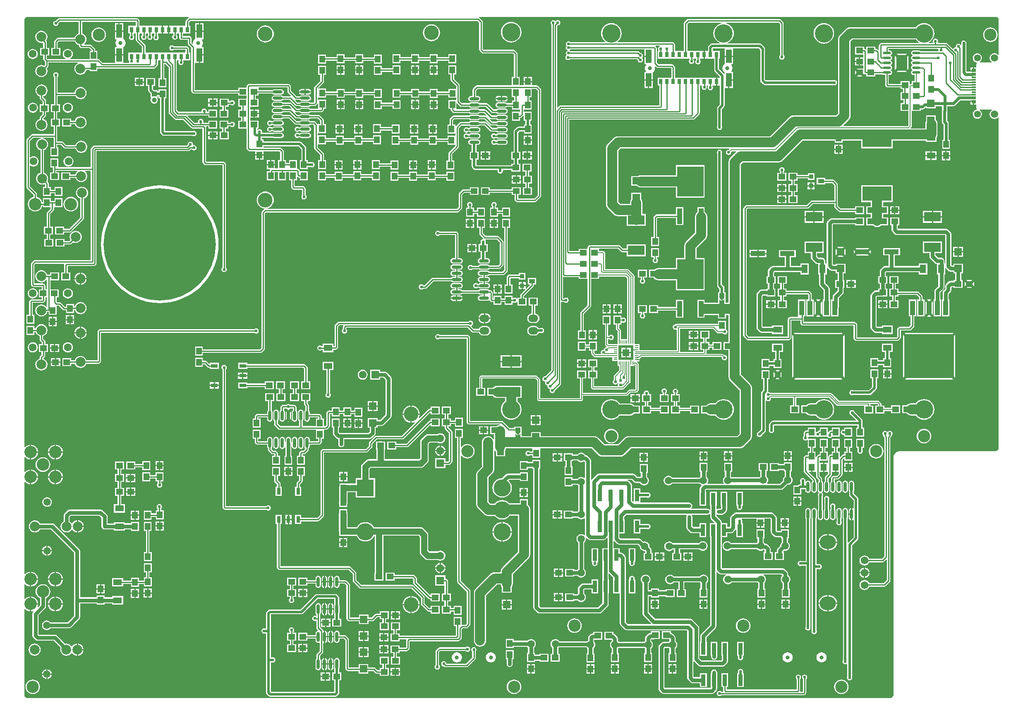
<source format=gtl>
G04*
G04 #@! TF.GenerationSoftware,Altium Limited,Altium Designer,20.1.8 (145)*
G04*
G04 Layer_Physical_Order=1*
G04 Layer_Color=824512*
%FSAX24Y24*%
%MOIN*%
G70*
G04*
G04 #@! TF.SameCoordinates,C37C2F13-19AF-4E89-93B9-DE42FBC32811*
G04*
G04*
G04 #@! TF.FilePolarity,Positive*
G04*
G01*
G75*
%ADD10C,0.0100*%
%ADD13C,0.0200*%
%ADD20C,0.0060*%
%ADD24C,0.0080*%
%ADD32R,0.1500X0.0787*%
%ADD33O,0.0240X0.0800*%
%ADD34R,0.0400X0.0320*%
%ADD35R,0.0450X0.0550*%
%ADD36R,0.0550X0.0450*%
%ADD37R,0.0335X0.0118*%
%ADD38R,0.0600X0.0600*%
%ADD39R,0.0472X0.1083*%
%ADD40R,0.0315X0.0433*%
%ADD41O,0.0650X0.0197*%
%ADD42R,0.0906X0.1260*%
%ADD43R,0.1181X0.0394*%
%ADD44R,0.0420X0.1181*%
%ADD45R,0.4016X0.3543*%
%ADD46R,0.2362X0.1181*%
%ADD47R,0.0700X0.0500*%
%ADD48R,0.0571X0.0571*%
%ADD49R,0.0315X0.0079*%
%ADD50R,0.0079X0.0315*%
%ADD51R,0.1335X0.0772*%
%ADD52R,0.2126X0.2441*%
%ADD53R,0.0394X0.1260*%
%ADD54O,0.0800X0.0240*%
%ADD55R,0.0354X0.0945*%
%ADD56R,0.0360X0.0360*%
%ADD57R,0.0500X0.0360*%
%ADD58O,0.0787X0.0591*%
%ADD59R,0.0500X0.0700*%
%ADD60R,0.0315X0.0551*%
%ADD61R,0.0551X0.0315*%
%ADD110C,0.9055*%
%ADD111C,0.0300*%
%ADD112C,0.0800*%
%ADD113C,0.0240*%
%ADD114C,0.0500*%
%ADD115C,0.0394*%
%ADD116R,0.0394X0.0394*%
%ADD117R,0.0620X0.0620*%
%ADD118C,0.0620*%
%ADD119C,0.1181*%
%ADD120C,0.1000*%
%ADD121C,0.0787*%
%ADD122C,0.0630*%
%ADD123C,0.0984*%
%ADD124C,0.0315*%
%ADD125C,0.0591*%
%ADD126C,0.0551*%
%ADD127C,0.1476*%
%ADD128C,0.0630*%
%ADD129R,0.0630X0.0630*%
%ADD130C,0.1378*%
%ADD131R,0.1378X0.1378*%
%ADD132O,0.1300X0.1102*%
%ADD133C,0.0240*%
%ADD134C,0.0300*%
G36*
X082013Y064282D02*
X082139Y064178D01*
X082190Y064151D01*
X082177Y064103D01*
X079190D01*
X079190Y064103D01*
X079136Y064092D01*
X079089Y064061D01*
X079089Y064061D01*
X079003Y063974D01*
X078972Y063928D01*
X078961Y063874D01*
X078961Y063874D01*
Y063537D01*
X078915Y063518D01*
X078846Y063587D01*
X078800Y063618D01*
X078745Y063629D01*
X078745Y063629D01*
X078687D01*
Y063801D01*
X077957D01*
Y063593D01*
X077907Y063572D01*
X077891Y063587D01*
X077845Y063618D01*
X077791Y063629D01*
X077787Y063677D01*
Y063801D01*
X077057D01*
Y063171D01*
X077706D01*
Y062929D01*
X077458D01*
Y062604D01*
Y062279D01*
X077706D01*
Y062034D01*
X077178D01*
X077432Y061780D01*
X077362Y061709D01*
X077412Y061659D01*
X077532Y061780D01*
X077787Y061525D01*
Y061561D01*
X077829Y061586D01*
X077837Y061588D01*
X077853Y061577D01*
X077908Y061566D01*
X077947D01*
Y061394D01*
X078677D01*
Y061570D01*
X079267D01*
X079319Y061535D01*
X079393Y061520D01*
X079476D01*
Y060720D01*
X079476Y060720D01*
X079487Y060665D01*
X079518Y060619D01*
X079577Y060560D01*
X079577Y060560D01*
X079623Y060530D01*
X079677Y060519D01*
X080713D01*
Y060385D01*
X080915D01*
Y060134D01*
X080713D01*
Y059504D01*
X080935D01*
Y059245D01*
X080713D01*
Y058615D01*
X081361D01*
Y057462D01*
X081296Y057397D01*
X076124D01*
X076103Y057447D01*
X076539Y057884D01*
X076618Y057986D01*
X076667Y058105D01*
X076684Y058233D01*
Y064197D01*
X076863Y064376D01*
X081936D01*
X082013Y064282D01*
D02*
G37*
G36*
X083767Y063563D02*
X083760Y063530D01*
X083770Y063480D01*
X083733Y063430D01*
X082333D01*
X082281Y063465D01*
X082207Y063480D01*
X081755D01*
X081681Y063465D01*
X081619Y063423D01*
X081577Y063361D01*
X081563Y063287D01*
X081577Y063214D01*
X081619Y063152D01*
X081669Y063118D01*
X081672Y063107D01*
Y063074D01*
X081669Y063063D01*
X081619Y063030D01*
X081577Y062967D01*
X081563Y062894D01*
X081577Y062820D01*
X081619Y062758D01*
X081669Y062725D01*
X081672Y062714D01*
Y062680D01*
X081669Y062669D01*
X081619Y062636D01*
X081577Y062574D01*
X081563Y062500D01*
X081577Y062426D01*
X081619Y062364D01*
X081669Y062331D01*
X081672Y062320D01*
Y062286D01*
X081669Y062275D01*
X081619Y062242D01*
X081577Y062180D01*
X081563Y062106D01*
X081577Y062033D01*
X081619Y061970D01*
X081669Y061937D01*
X081672Y061926D01*
Y061893D01*
X081669Y061882D01*
X081619Y061848D01*
X081577Y061786D01*
X081563Y061713D01*
X081577Y061639D01*
X081619Y061577D01*
X081681Y061535D01*
X081755Y061520D01*
X081849D01*
Y061015D01*
X081613D01*
Y060794D01*
X081541D01*
X081493Y060784D01*
X081489Y060784D01*
X081443Y060812D01*
Y061015D01*
X080713D01*
Y060804D01*
X079762D01*
Y061520D01*
X079845D01*
X079919Y061535D01*
X079981Y061577D01*
X080023Y061639D01*
X080037Y061713D01*
X080023Y061786D01*
X079981Y061848D01*
X079931Y061882D01*
X079928Y061893D01*
Y061926D01*
X079931Y061937D01*
X079981Y061970D01*
X080023Y062033D01*
X080037Y062106D01*
X080023Y062180D01*
X079981Y062242D01*
X079931Y062275D01*
X079928Y062286D01*
Y062320D01*
X079931Y062331D01*
X079981Y062364D01*
X080023Y062426D01*
X080037Y062500D01*
X080023Y062574D01*
X079981Y062636D01*
X079931Y062669D01*
X079928Y062680D01*
Y062714D01*
X079931Y062725D01*
X079981Y062758D01*
X080023Y062820D01*
X080037Y062894D01*
X080023Y062967D01*
X079981Y063030D01*
X079931Y063063D01*
X079928Y063074D01*
Y063107D01*
X079931Y063118D01*
X079981Y063152D01*
X080023Y063214D01*
X080037Y063287D01*
X080023Y063361D01*
X079981Y063423D01*
X079919Y063465D01*
X079845Y063480D01*
X079762D01*
Y063613D01*
X083726D01*
X083767Y063563D01*
D02*
G37*
G36*
X010310Y066183D02*
X023350Y066183D01*
X023363Y066133D01*
X023329Y066110D01*
X023329Y066110D01*
X023130Y065911D01*
X023099Y065865D01*
X023088Y065810D01*
X023088Y065810D01*
Y065511D01*
X023053Y065476D01*
X022983Y065476D01*
X022933Y065476D01*
X022528D01*
X022483Y065476D01*
X022433Y065476D01*
X021988D01*
Y065486D01*
X021781D01*
Y065169D01*
Y064853D01*
X021988D01*
Y064863D01*
X022097D01*
Y064730D01*
X022088Y064724D01*
X022041Y064654D01*
X022025Y064572D01*
X022041Y064490D01*
X022088Y064421D01*
X022157Y064375D01*
X022239Y064358D01*
X022321Y064375D01*
X022391Y064421D01*
X022437Y064490D01*
X022453Y064572D01*
X022437Y064654D01*
X022391Y064724D01*
X022382Y064730D01*
Y064827D01*
X022417Y064863D01*
X022478Y064863D01*
X022528Y064863D01*
X022593D01*
Y064501D01*
X022603Y064446D01*
X022634Y064400D01*
X022681Y064369D01*
X022735Y064358D01*
X023287D01*
Y064041D01*
X023287Y064041D01*
X023298Y063987D01*
X023329Y063940D01*
X023557Y063712D01*
Y060219D01*
X023557Y060219D01*
X023568Y060164D01*
X023599Y060118D01*
X023658Y060059D01*
X023658Y060059D01*
X023704Y060028D01*
X023759Y060017D01*
X027355D01*
Y059845D01*
X028011D01*
Y059598D01*
X027355D01*
Y058968D01*
X027577D01*
Y058714D01*
X027358D01*
Y058084D01*
X027581D01*
Y057834D01*
X027358D01*
Y057204D01*
X028011D01*
Y055610D01*
X028011Y055610D01*
X028022Y055555D01*
X028053Y055509D01*
X028153Y055409D01*
X028153Y055409D01*
X028199Y055378D01*
X028254Y055367D01*
X028725D01*
Y055110D01*
X029050D01*
X029375D01*
Y055367D01*
X030661D01*
X030724Y055304D01*
Y054648D01*
X030552D01*
Y053980D01*
X030291D01*
Y054233D01*
X029966D01*
X029641D01*
Y053908D01*
X029884D01*
X029910Y053858D01*
X029893Y053833D01*
X029882Y053778D01*
X029847Y053748D01*
X029651D01*
Y053018D01*
X030281D01*
Y053694D01*
X030552D01*
Y053018D01*
X031182D01*
Y053694D01*
X031436D01*
Y053018D01*
X031608D01*
Y052469D01*
X031608Y052469D01*
X031619Y052414D01*
X031650Y052368D01*
X031708Y052309D01*
X031708Y052309D01*
X031755Y052278D01*
X031809Y052267D01*
X032487D01*
Y051834D01*
X032447Y051774D01*
X032431Y051692D01*
X032447Y051610D01*
X032494Y051541D01*
X032563Y051495D01*
X032645Y051478D01*
X032727Y051495D01*
X032796Y051541D01*
X032843Y051610D01*
X032859Y051692D01*
X032843Y051774D01*
X032796Y051844D01*
X032773Y051860D01*
Y052335D01*
X032762Y052390D01*
X032731Y052436D01*
X032731Y052436D01*
X032656Y052511D01*
X032610Y052542D01*
X032555Y052553D01*
X032555Y052553D01*
X031894D01*
Y053018D01*
X032066D01*
Y053299D01*
X032112Y053319D01*
X032151Y053279D01*
X032198Y053248D01*
X032252Y053237D01*
X032252Y053237D01*
X032315D01*
Y053015D01*
X032945D01*
Y053745D01*
X032315D01*
X032280Y053778D01*
X032269Y053833D01*
X032238Y053879D01*
X032238Y053879D01*
X032180Y053938D01*
X032133Y053969D01*
X032079Y053980D01*
X032066Y054027D01*
Y054648D01*
X031436D01*
Y054426D01*
X031182D01*
Y054648D01*
X031010D01*
Y055363D01*
X030999Y055418D01*
X030968Y055464D01*
X030968Y055464D01*
X030821Y055611D01*
X030775Y055642D01*
X030720Y055653D01*
X030720Y055653D01*
X029365D01*
Y055766D01*
X032200D01*
X032436Y055530D01*
Y054645D01*
X032315D01*
Y053915D01*
X032945D01*
Y054091D01*
X033208D01*
X033212Y054088D01*
X033294Y054072D01*
X033376Y054088D01*
X033445Y054135D01*
X033492Y054204D01*
X033508Y054286D01*
X033492Y054368D01*
X033445Y054437D01*
X033376Y054484D01*
X033294Y054500D01*
X033212Y054484D01*
X033204Y054479D01*
X032945D01*
Y054645D01*
X032824D01*
Y055610D01*
X032809Y055684D01*
X032767Y055747D01*
X032417Y056097D01*
X032354Y056139D01*
X032280Y056154D01*
X029365D01*
Y056325D01*
X029245D01*
Y056456D01*
X030162D01*
X030168Y056452D01*
X030250Y056436D01*
X030810D01*
X030892Y056452D01*
X030961Y056499D01*
X031008Y056568D01*
X031024Y056650D01*
X031008Y056732D01*
X030961Y056801D01*
X030892Y056848D01*
X030810Y056864D01*
X030250D01*
X030168Y056848D01*
X030162Y056844D01*
X029294D01*
X029255Y056894D01*
X029264Y056940D01*
X029248Y057022D01*
X029201Y057091D01*
X029132Y057138D01*
X029050Y057154D01*
X028968Y057138D01*
X028914Y057102D01*
X028864Y057122D01*
Y057204D01*
X028988D01*
Y057834D01*
X028297D01*
Y058074D01*
X028573D01*
Y058399D01*
Y058724D01*
X028297D01*
Y058968D01*
X028985D01*
Y059598D01*
X028763D01*
Y059845D01*
X028985D01*
Y060007D01*
X030093D01*
X030099Y059999D01*
X030168Y059952D01*
X030250Y059936D01*
X030810D01*
X030892Y059952D01*
X030961Y059999D01*
X031008Y060068D01*
X031024Y060150D01*
X031008Y060232D01*
X030961Y060301D01*
X030892Y060348D01*
X030810Y060364D01*
X030250D01*
X030168Y060348D01*
X030099Y060301D01*
X030093Y060293D01*
X028985D01*
Y060475D01*
X029022Y060507D01*
X031307D01*
Y060180D01*
X031307Y060180D01*
X031318Y060125D01*
X031349Y060079D01*
X031593Y059835D01*
X031568Y059789D01*
X031550Y059793D01*
X031550Y059793D01*
X030967D01*
X030961Y059801D01*
X030892Y059848D01*
X030810Y059864D01*
X030250D01*
X030168Y059848D01*
X030099Y059801D01*
X030052Y059732D01*
X030036Y059650D01*
X030052Y059568D01*
X030099Y059499D01*
X030168Y059452D01*
X030250Y059436D01*
X030810D01*
X030892Y059452D01*
X030961Y059499D01*
X030967Y059507D01*
X031491D01*
X031949Y059049D01*
X031949Y059049D01*
X031995Y059018D01*
X032050Y059007D01*
X032050Y059007D01*
X032293D01*
X032299Y058999D01*
X032368Y058952D01*
X032450Y058936D01*
X033010D01*
X033092Y058952D01*
X033161Y058999D01*
X033167Y059007D01*
X033477D01*
X033477Y059007D01*
X033532Y059018D01*
X033578Y059049D01*
X033701Y059172D01*
X033701Y059172D01*
X033732Y059218D01*
X033735Y059234D01*
X033785Y059229D01*
Y058793D01*
X033167D01*
X033161Y058801D01*
X033092Y058848D01*
X033010Y058864D01*
X032450D01*
X032368Y058848D01*
X032299Y058801D01*
X032293Y058793D01*
X032069D01*
X031611Y059251D01*
X031565Y059282D01*
X031510Y059293D01*
X031510Y059293D01*
X030967D01*
X030961Y059301D01*
X030892Y059348D01*
X030810Y059364D01*
X030250D01*
X030168Y059348D01*
X030099Y059301D01*
X030052Y059232D01*
X030036Y059150D01*
X030052Y059068D01*
X030099Y058999D01*
X030168Y058952D01*
X030250Y058936D01*
X030810D01*
X030892Y058952D01*
X030961Y058999D01*
X030967Y059007D01*
X031451D01*
X031639Y058819D01*
X031607Y058780D01*
X031605Y058782D01*
X031550Y058793D01*
X031550Y058793D01*
X030967D01*
X030961Y058801D01*
X030892Y058848D01*
X030810Y058864D01*
X030250D01*
X030168Y058848D01*
X030099Y058801D01*
X030052Y058732D01*
X030036Y058650D01*
X030052Y058568D01*
X030099Y058499D01*
X030168Y058452D01*
X030250Y058436D01*
X030810D01*
X030892Y058452D01*
X030961Y058499D01*
X030967Y058507D01*
X031491D01*
X031949Y058049D01*
X031949Y058049D01*
X031995Y058018D01*
X032050Y058007D01*
X032050Y058007D01*
X032293D01*
X032299Y057999D01*
X032368Y057952D01*
X032450Y057936D01*
X033010D01*
X033092Y057952D01*
X033161Y057999D01*
X033167Y058007D01*
X033761D01*
X033953Y057815D01*
Y057545D01*
X033785D01*
X033781Y057545D01*
X033733Y057550D01*
X033732Y057555D01*
X033701Y057601D01*
X033551Y057751D01*
X033505Y057782D01*
X033450Y057793D01*
X033450Y057793D01*
X033167D01*
X033161Y057801D01*
X033092Y057848D01*
X033010Y057864D01*
X032450D01*
X032368Y057848D01*
X032299Y057801D01*
X032293Y057793D01*
X032049D01*
X031591Y058251D01*
X031545Y058282D01*
X031490Y058293D01*
X031490Y058293D01*
X030967D01*
X030961Y058301D01*
X030892Y058348D01*
X030810Y058364D01*
X030250D01*
X030168Y058348D01*
X030099Y058301D01*
X030052Y058232D01*
X030036Y058150D01*
X030052Y058068D01*
X030099Y057999D01*
X030168Y057952D01*
X030250Y057936D01*
X030810D01*
X030892Y057952D01*
X030961Y057999D01*
X030967Y058007D01*
X031431D01*
X031889Y057549D01*
X031889Y057549D01*
X031935Y057518D01*
X031990Y057507D01*
X031990Y057507D01*
X032293D01*
X032299Y057499D01*
X032368Y057452D01*
X032450Y057436D01*
X033010D01*
X033092Y057452D01*
X033161Y057499D01*
X033167Y057507D01*
X033391D01*
X033457Y057441D01*
Y055610D01*
X033457Y055610D01*
X033468Y055555D01*
X033499Y055509D01*
X033956Y055052D01*
Y054645D01*
X033784D01*
Y053915D01*
X034414D01*
Y054645D01*
X034242D01*
Y055111D01*
X034242Y055111D01*
X034231Y055165D01*
X034200Y055212D01*
X034200Y055212D01*
X033743Y055669D01*
Y055886D01*
X033781Y055915D01*
X033793Y055915D01*
X034411D01*
Y056137D01*
X035201D01*
Y055898D01*
X035831D01*
Y056137D01*
X036701D01*
Y055898D01*
X037331D01*
Y056137D01*
X038204D01*
Y055915D01*
X038834D01*
Y056645D01*
X038204D01*
Y056423D01*
X037331D01*
Y056628D01*
X036701D01*
Y056423D01*
X035831D01*
Y056628D01*
X035201D01*
Y056423D01*
X034411D01*
Y056645D01*
X033793D01*
X033781Y056645D01*
X033743Y056674D01*
Y056786D01*
X033781Y056815D01*
X033793Y056815D01*
X034411D01*
Y057545D01*
X034238D01*
Y057874D01*
X034238Y057874D01*
X034227Y057929D01*
X034196Y057975D01*
X034196Y057975D01*
X033921Y058251D01*
X033875Y058282D01*
X033820Y058293D01*
X033820Y058293D01*
X033167D01*
X033161Y058301D01*
X033092Y058348D01*
X033010Y058364D01*
X032450D01*
X032368Y058348D01*
X032299Y058301D01*
X032293Y058293D01*
X032109D01*
X031921Y058481D01*
X031953Y058520D01*
X031955Y058518D01*
X032010Y058507D01*
X032010Y058507D01*
X032293D01*
X032299Y058499D01*
X032368Y058452D01*
X032450Y058436D01*
X033010D01*
X033092Y058452D01*
X033161Y058499D01*
X033167Y058507D01*
X034010D01*
X034010Y058507D01*
X034065Y058518D01*
X034111Y058549D01*
X034201Y058639D01*
X034201Y058639D01*
X034232Y058685D01*
X034243Y058740D01*
Y058778D01*
X034415D01*
Y059508D01*
X033793D01*
X033785Y059508D01*
X033743Y059527D01*
Y059660D01*
X033785Y059678D01*
X033793Y059678D01*
X034415D01*
Y059897D01*
X035284D01*
Y059675D01*
X035914D01*
Y059880D01*
X036781D01*
Y059658D01*
X037411D01*
Y059880D01*
X038281D01*
Y059658D01*
X038911D01*
Y060388D01*
X038281D01*
Y060166D01*
X037411D01*
Y060388D01*
X036781D01*
Y060166D01*
X035914D01*
Y060405D01*
X035284D01*
Y060183D01*
X034415D01*
Y060408D01*
X033801D01*
X033777Y060455D01*
X034201Y060879D01*
X034201Y060879D01*
X034232Y060925D01*
X034243Y060980D01*
X034243Y060980D01*
Y061528D01*
X034415D01*
Y062258D01*
X033785D01*
Y061528D01*
X033957D01*
Y061039D01*
X033499Y060581D01*
X033468Y060535D01*
X033457Y060480D01*
X033457Y060480D01*
Y059332D01*
X033418Y059293D01*
X033167D01*
X033161Y059301D01*
X033092Y059348D01*
X033010Y059364D01*
X032450D01*
X032368Y059348D01*
X032299Y059301D01*
X032293Y059293D01*
X032109D01*
X031937Y059465D01*
X031962Y059511D01*
X031980Y059507D01*
X031980Y059507D01*
X032293D01*
X032299Y059499D01*
X032368Y059452D01*
X032450Y059436D01*
X033010D01*
X033092Y059452D01*
X033161Y059499D01*
X033208Y059568D01*
X033224Y059650D01*
X033208Y059732D01*
X033161Y059801D01*
X033092Y059848D01*
X033010Y059864D01*
X032450D01*
X032368Y059848D01*
X032299Y059801D01*
X032293Y059793D01*
X032039D01*
X031593Y060239D01*
Y060591D01*
X031582Y060646D01*
X031551Y060692D01*
X031551Y060692D01*
X031492Y060751D01*
X031446Y060782D01*
X031391Y060793D01*
X031391Y060793D01*
X028212D01*
X028158Y060782D01*
X028112Y060751D01*
X028112Y060751D01*
X028053Y060692D01*
X028022Y060646D01*
X028011Y060591D01*
X028011Y060591D01*
Y060475D01*
X027355D01*
Y060303D01*
X023843D01*
Y062466D01*
X023883Y062491D01*
X024169D01*
Y063132D01*
X024219D01*
Y063182D01*
X024555D01*
Y063773D01*
X024434D01*
X024409Y063823D01*
X024455Y063882D01*
X024495Y063981D01*
X024509Y064087D01*
X024495Y064192D01*
X024455Y064291D01*
X024409Y064350D01*
X024434Y064400D01*
X024555D01*
Y064991D01*
X024219D01*
X023883D01*
Y064430D01*
X023812Y064375D01*
X023747Y064291D01*
X023706Y064192D01*
X023692Y064087D01*
X023698Y064046D01*
X023650Y064022D01*
X023572Y064100D01*
Y064501D01*
X023561Y064556D01*
X023531Y064602D01*
X023484Y064633D01*
X023430Y064644D01*
X022878D01*
Y064827D01*
X022913Y064863D01*
X022978Y064863D01*
X023028Y064863D01*
X023478D01*
Y065476D01*
X023373D01*
Y065751D01*
X023489Y065866D01*
X046612D01*
X046757Y065721D01*
Y063562D01*
X046757Y063562D01*
X046768Y063508D01*
X046799Y063461D01*
X046961Y063299D01*
X046961Y063299D01*
X047008Y063268D01*
X047062Y063257D01*
X047062Y063257D01*
X049478D01*
X049557Y063178D01*
Y061355D01*
X049385D01*
Y060683D01*
X046575D01*
X046521Y060672D01*
X046475Y060641D01*
X046475Y060641D01*
X046267Y060433D01*
X046236Y060387D01*
X046225Y060332D01*
X046225Y060332D01*
Y059816D01*
X046088D01*
X046006Y059799D01*
X045936Y059753D01*
X045890Y059683D01*
X045874Y059601D01*
X045890Y059520D01*
X045936Y059450D01*
X046006Y059404D01*
X046088Y059387D01*
X046648D01*
X046730Y059404D01*
X046799Y059450D01*
X046846Y059520D01*
X046862Y059601D01*
X046846Y059683D01*
X046799Y059753D01*
X046730Y059799D01*
X046648Y059816D01*
X046511D01*
Y060273D01*
X046635Y060397D01*
X049385D01*
Y059725D01*
X049577D01*
Y059455D01*
X049405D01*
Y059244D01*
X049005D01*
X048999Y059253D01*
X048930Y059299D01*
X048848Y059316D01*
X048288D01*
X048206Y059299D01*
X048136Y059253D01*
X048090Y059183D01*
X048074Y059101D01*
X048090Y059019D01*
X048136Y058950D01*
X048206Y058904D01*
X048288Y058887D01*
X048848D01*
X048930Y058904D01*
X048999Y058950D01*
X049005Y058959D01*
X049405D01*
Y058725D01*
X050035D01*
X050057Y058684D01*
Y058596D01*
X050035Y058555D01*
X049405D01*
Y057825D01*
X050035D01*
Y058008D01*
X050060Y058047D01*
X050115Y058058D01*
X050161Y058089D01*
X050301Y058229D01*
X050301Y058229D01*
X050313Y058247D01*
X050363Y058232D01*
Y057825D01*
X050484D01*
Y057522D01*
X050364D01*
Y057351D01*
X049936D01*
X049862Y057336D01*
X049799Y057294D01*
X049589Y057085D01*
X049547Y057022D01*
X049533Y056948D01*
Y055331D01*
X049361D01*
Y054701D01*
X049533D01*
Y054357D01*
X049361D01*
Y054236D01*
X046544D01*
X046540Y054240D01*
Y054701D01*
X046727D01*
Y055331D01*
X046540D01*
Y055887D01*
X046648D01*
X046730Y055904D01*
X046799Y055950D01*
X046846Y056020D01*
X046862Y056101D01*
X046846Y056183D01*
X046799Y056253D01*
X046730Y056299D01*
X046648Y056316D01*
X046088D01*
X046006Y056299D01*
X045936Y056253D01*
X045890Y056183D01*
X045874Y056101D01*
X045890Y056020D01*
X045936Y055950D01*
X046006Y055904D01*
X046088Y055887D01*
X046153D01*
Y055331D01*
X045997D01*
Y054701D01*
X046153D01*
Y054160D01*
X046167Y054086D01*
X046209Y054023D01*
X046327Y053906D01*
X046389Y053864D01*
X046463Y053849D01*
X048220D01*
X048252Y053810D01*
X048246Y053780D01*
X048262Y053698D01*
X048309Y053629D01*
X048378Y053582D01*
X048460Y053566D01*
X048542Y053582D01*
X048611Y053629D01*
X048658Y053698D01*
X048674Y053780D01*
X048668Y053810D01*
X048700Y053849D01*
X049361D01*
Y053727D01*
X050091D01*
Y054357D01*
X049920D01*
Y054701D01*
X050091D01*
Y055331D01*
X049920D01*
Y056868D01*
X050016Y056964D01*
X050364D01*
Y056792D01*
X050994D01*
Y057522D01*
X050872D01*
Y057825D01*
X050993D01*
Y058555D01*
X050393D01*
X050363Y058555D01*
X050343Y058597D01*
Y058683D01*
X050363Y058725D01*
X050993D01*
Y059455D01*
X050821D01*
Y059725D01*
X050993D01*
Y060397D01*
X051331D01*
X051477Y060251D01*
Y051829D01*
X051201Y051553D01*
X049903D01*
Y051841D01*
X050125D01*
Y052471D01*
X049395D01*
Y052299D01*
X047627D01*
Y052472D01*
X046897D01*
Y051842D01*
X047627D01*
Y052013D01*
X049395D01*
Y051841D01*
X049617D01*
Y051469D01*
X049617Y051469D01*
X049628Y051414D01*
X049659Y051368D01*
X049718Y051309D01*
X049718Y051309D01*
X049764Y051278D01*
X049819Y051267D01*
X051260D01*
X051260Y051267D01*
X051315Y051278D01*
X051361Y051309D01*
X051721Y051669D01*
X051721Y051669D01*
X051752Y051715D01*
X051763Y051770D01*
X051763Y051770D01*
Y060310D01*
X051763Y060310D01*
X051752Y060365D01*
X051721Y060411D01*
X051721Y060411D01*
X051491Y060641D01*
X051445Y060672D01*
X051390Y060683D01*
X051390Y060683D01*
X051003D01*
Y060940D01*
X050678D01*
X050353D01*
Y060683D01*
X050015D01*
Y061355D01*
X049843D01*
Y063237D01*
X049832Y063292D01*
X049801Y063338D01*
X049801Y063338D01*
X049638Y063501D01*
X049592Y063532D01*
X049537Y063543D01*
X049537Y063543D01*
X047121D01*
X047043Y063621D01*
Y065780D01*
X047043Y065780D01*
X047032Y065835D01*
X047001Y065881D01*
X046772Y066110D01*
X046737Y066133D01*
X046751Y066183D01*
X088430Y066183D01*
X088432Y066184D01*
X088504Y066169D01*
X088567Y066127D01*
X088609Y066064D01*
X088623Y065992D01*
X088623Y065990D01*
X088623Y063151D01*
X088573Y063134D01*
X088553Y063161D01*
X088472Y063222D01*
X088379Y063261D01*
X088278Y063274D01*
X088177Y063261D01*
X088084Y063222D01*
X088003Y063161D01*
X087941Y063080D01*
X087903Y062986D01*
X087889Y062886D01*
X087903Y062785D01*
X087941Y062692D01*
X088003Y062611D01*
X088068Y062561D01*
X088051Y062511D01*
X087081D01*
X087071Y062561D01*
X087084Y062566D01*
X087161Y062625D01*
X087219Y062701D01*
X087256Y062790D01*
X087269Y062886D01*
X087256Y062981D01*
X087219Y063070D01*
X087161Y063147D01*
X087084Y063205D01*
X086995Y063242D01*
X086900Y063255D01*
X086805Y063242D01*
X086716Y063205D01*
X086639Y063147D01*
X086581Y063070D01*
X086544Y062981D01*
X086531Y062886D01*
X086544Y062790D01*
X086581Y062701D01*
X086639Y062625D01*
X086716Y062566D01*
X086805Y062530D01*
X086841Y062525D01*
X086852Y062495D01*
X086856Y062472D01*
X086834Y062439D01*
X086825Y062394D01*
Y062113D01*
X086655D01*
Y061954D01*
X086555D01*
Y062113D01*
X086338D01*
Y061993D01*
X086338D01*
Y061884D01*
X086605D01*
Y061784D01*
X086338D01*
Y061782D01*
X086040D01*
X086025Y061798D01*
Y064084D01*
X086009Y064166D01*
X085963Y064236D01*
X085893Y064282D01*
X085811Y064299D01*
X085729Y064282D01*
X085660Y064236D01*
X085613Y064166D01*
X085597Y064084D01*
Y063963D01*
X085547Y063948D01*
X085531Y063971D01*
X085462Y064018D01*
X085380Y064034D01*
X085298Y064018D01*
X085229Y063971D01*
X085182Y063902D01*
X085166Y063820D01*
X085172Y063791D01*
X085150Y063744D01*
X085134Y063741D01*
X085068Y063728D01*
X084999Y063681D01*
X084966Y063633D01*
X084907Y063621D01*
X084467Y064061D01*
X084421Y064092D01*
X084366Y064103D01*
X084366Y064103D01*
X083734D01*
X083710Y064147D01*
X083718Y064158D01*
X083734Y064240D01*
X083718Y064322D01*
X083671Y064391D01*
X083602Y064438D01*
X083520Y064454D01*
X083438Y064438D01*
X083369Y064391D01*
X083322Y064322D01*
X083306Y064240D01*
X083322Y064158D01*
X083330Y064147D01*
X083306Y064103D01*
X083026D01*
X083014Y064151D01*
X083064Y064178D01*
X083190Y064282D01*
X083294Y064408D01*
X083371Y064552D01*
X083418Y064708D01*
X083434Y064870D01*
X083418Y065032D01*
X083371Y065188D01*
X083294Y065332D01*
X083190Y065458D01*
X083064Y065562D01*
X082920Y065639D01*
X082764Y065686D01*
X082602Y065702D01*
X082439Y065686D01*
X082283Y065639D01*
X082139Y065562D01*
X082013Y065458D01*
X081936Y065364D01*
X076659D01*
X076531Y065347D01*
X076412Y065298D01*
X076309Y065219D01*
X075841Y064751D01*
X075762Y064648D01*
X075713Y064529D01*
X075696Y064401D01*
Y058438D01*
X075517Y058259D01*
X072106D01*
X071978Y058242D01*
X071859Y058193D01*
X071756Y058114D01*
X070211Y056569D01*
X057939D01*
X057811Y056552D01*
X057692Y056503D01*
X057589Y056424D01*
X057121Y055955D01*
X057042Y055853D01*
X056993Y055734D01*
X056976Y055606D01*
Y051099D01*
X056993Y050971D01*
X057042Y050852D01*
X057121Y050749D01*
X057589Y050281D01*
X057692Y050202D01*
X057811Y050153D01*
X057939Y050136D01*
X058655D01*
Y049360D01*
X059281D01*
X059284Y049359D01*
X059412Y049342D01*
X059540Y049359D01*
X059544Y049360D01*
X060170D01*
Y050312D01*
X059906D01*
Y050630D01*
Y051238D01*
X059890Y051366D01*
X059840Y051485D01*
X059798Y051540D01*
Y052016D01*
X059018D01*
Y051529D01*
X058984Y051485D01*
X058935Y051366D01*
X058918Y051238D01*
Y051124D01*
X058143D01*
X057964Y051303D01*
Y055401D01*
X058143Y055580D01*
X066908D01*
X066927Y055534D01*
X066883Y055491D01*
X066858Y055496D01*
X066776Y055479D01*
X066706Y055433D01*
X066660Y055364D01*
X066643Y055282D01*
X066660Y055200D01*
X066706Y055130D01*
X066776Y055084D01*
X066858Y055067D01*
X066939Y055084D01*
X067009Y055130D01*
X067055Y055200D01*
X067072Y055282D01*
X067068Y055300D01*
X067124Y055356D01*
X067444D01*
X067455Y055306D01*
X066993Y054845D01*
X066915Y054743D01*
X066866Y054623D01*
X066849Y054495D01*
Y043159D01*
X066612D01*
Y043445D01*
X066612Y043446D01*
X066610Y043495D01*
X066612Y043544D01*
X066612Y043545D01*
Y043645D01*
X066610Y043654D01*
Y043995D01*
X066514D01*
Y044370D01*
X066499Y044444D01*
X066457Y044507D01*
X066324Y044640D01*
Y055192D01*
X066328Y055198D01*
X066344Y055280D01*
X066328Y055362D01*
X066281Y055431D01*
X066212Y055478D01*
X066130Y055494D01*
X066048Y055478D01*
X065979Y055431D01*
X065932Y055362D01*
X065916Y055280D01*
X065932Y055198D01*
X065936Y055192D01*
Y044560D01*
X065951Y044486D01*
X065993Y044423D01*
X066126Y044290D01*
Y043995D01*
X066030D01*
Y043654D01*
X066028Y043645D01*
Y043545D01*
X066030Y043536D01*
Y043495D01*
X066030Y043495D01*
X066028Y043446D01*
X066028Y043445D01*
Y043159D01*
X064929D01*
Y043385D01*
X064355D01*
Y041945D01*
X064929D01*
Y042171D01*
X066005D01*
Y041875D01*
X066635D01*
Y042171D01*
X066849D01*
Y039975D01*
X066449D01*
Y039345D01*
X066849D01*
Y037187D01*
X066866Y037059D01*
X066915Y036940D01*
X066993Y036838D01*
X067748Y036083D01*
Y032601D01*
X067551Y032404D01*
X058806D01*
X058678Y032387D01*
X058559Y032338D01*
X058457Y032259D01*
X057938Y031741D01*
X056878D01*
X056360Y032259D01*
X056258Y032338D01*
X056139Y032387D01*
X056011Y032404D01*
X051715D01*
Y032740D01*
X050935D01*
Y032404D01*
X050172D01*
Y032620D01*
X050172Y032621D01*
X050170Y032670D01*
X050172Y032719D01*
X050172Y032720D01*
Y032820D01*
X050170Y032829D01*
Y033170D01*
X049590D01*
Y033063D01*
X049220D01*
X048688Y033595D01*
X048642Y033626D01*
X048587Y033636D01*
X048587Y033636D01*
X046017D01*
Y040351D01*
X046006Y040406D01*
X045976Y040452D01*
X045976Y040452D01*
X045917Y040511D01*
X045871Y040542D01*
X045816Y040553D01*
X045816Y040553D01*
X043587D01*
X043581Y040561D01*
X043512Y040608D01*
X043430Y040624D01*
X043348Y040608D01*
X043279Y040561D01*
X043232Y040492D01*
X043216Y040410D01*
X043232Y040328D01*
X043279Y040259D01*
X043348Y040212D01*
X043430Y040196D01*
X043512Y040212D01*
X043581Y040259D01*
X043587Y040267D01*
X045732D01*
Y033552D01*
X045732Y033552D01*
X045743Y033498D01*
X045774Y033451D01*
X045832Y033393D01*
X045832Y033393D01*
X045879Y033362D01*
X045933Y033351D01*
X048412D01*
X048415Y033301D01*
X048312Y033287D01*
X048193Y033238D01*
X048137Y033195D01*
X047645D01*
Y032565D01*
X047946D01*
Y032193D01*
X047899Y032160D01*
X047896Y032160D01*
X047819Y032259D01*
X047717Y032338D01*
X047598Y032387D01*
X047470Y032404D01*
X047342Y032387D01*
X047223Y032338D01*
X047121Y032259D01*
X047042Y032157D01*
X046993Y032038D01*
X046976Y031910D01*
Y029932D01*
X046669Y029625D01*
X046591Y029523D01*
X046541Y029404D01*
X046525Y029276D01*
Y026930D01*
X046541Y026802D01*
X046591Y026683D01*
X046669Y026581D01*
X047138Y026112D01*
X047240Y026034D01*
X047359Y025984D01*
X047487Y025967D01*
X048008D01*
X048057Y025908D01*
X048175Y025811D01*
X048310Y025738D01*
X048457Y025694D01*
X048610Y025679D01*
X048763Y025694D01*
X048910Y025738D01*
X049045Y025811D01*
X049163Y025908D01*
X049244Y026006D01*
X049886D01*
Y023075D01*
X048631Y021819D01*
X048552Y021717D01*
X048503Y021598D01*
X048486Y021470D01*
Y021434D01*
X048000D01*
X047872Y021417D01*
X047753Y021368D01*
X047651Y021289D01*
X046481Y020119D01*
X046402Y020017D01*
X046353Y019898D01*
X046336Y019770D01*
Y015921D01*
X046353Y015793D01*
X046402Y015674D01*
X046481Y015571D01*
X046583Y015493D01*
X046702Y015443D01*
X046830Y015426D01*
X046958Y015443D01*
X047077Y015493D01*
X047179Y015571D01*
X047258Y015674D01*
X047307Y015793D01*
X047324Y015921D01*
Y019565D01*
X048205Y020446D01*
X048494D01*
X048503Y020382D01*
X048552Y020263D01*
X048590Y020213D01*
Y019780D01*
X049370D01*
Y020213D01*
X049408Y020263D01*
X049457Y020382D01*
X049474Y020510D01*
Y020990D01*
Y021265D01*
X050729Y022521D01*
X050808Y022623D01*
X050857Y022742D01*
X050874Y022870D01*
Y026500D01*
X050857Y026628D01*
X050808Y026747D01*
X050729Y026849D01*
X050665Y026899D01*
Y027315D01*
X050035D01*
Y026994D01*
X049181D01*
X049163Y027015D01*
X049045Y027112D01*
X048910Y027185D01*
X048763Y027229D01*
X048610Y027244D01*
X048457Y027229D01*
X048310Y027185D01*
X048175Y027112D01*
X048057Y027015D01*
X048008Y026956D01*
X047692D01*
X047513Y027135D01*
Y029071D01*
X047819Y029378D01*
X047898Y029480D01*
X047947Y029599D01*
X047964Y029727D01*
Y031224D01*
X048011Y031257D01*
X048014Y031257D01*
X048091Y031158D01*
X048105Y031147D01*
Y030785D01*
X048835D01*
Y031217D01*
X048868Y031260D01*
X048917Y031379D01*
X048922Y031416D01*
X051023D01*
X051045Y031375D01*
X051045Y031366D01*
Y031153D01*
X050867D01*
X050861Y031161D01*
X050792Y031208D01*
X050710Y031224D01*
X050628Y031208D01*
X050559Y031161D01*
X050512Y031092D01*
X050496Y031010D01*
X050512Y030928D01*
X050559Y030859D01*
X050628Y030812D01*
X050710Y030796D01*
X050792Y030812D01*
X050861Y030859D01*
X050867Y030867D01*
X051045D01*
Y030645D01*
X051675D01*
Y031366D01*
X051675Y031375D01*
X051697Y031416D01*
X055806D01*
X056324Y030897D01*
X056427Y030819D01*
X056546Y030770D01*
X056674Y030753D01*
X058143D01*
X058271Y030770D01*
X058390Y030819D01*
X058493Y030897D01*
X059011Y031416D01*
X067756D01*
X067884Y031433D01*
X068003Y031482D01*
X068106Y031561D01*
X068592Y032047D01*
X068670Y032149D01*
X068720Y032268D01*
X068737Y032396D01*
Y036288D01*
X068720Y036416D01*
X068670Y036535D01*
X068592Y036637D01*
X067837Y037392D01*
Y042665D01*
Y054291D01*
X068016Y054470D01*
X070866D01*
X070994Y054487D01*
X071113Y054536D01*
X071215Y054615D01*
X072815Y056214D01*
X075404D01*
Y056054D01*
X076034D01*
Y056214D01*
X077541D01*
Y055595D01*
X080083D01*
Y056214D01*
X082740D01*
Y056120D01*
X083620D01*
Y056451D01*
X083628Y056461D01*
X083677Y056580D01*
X083694Y056708D01*
Y057560D01*
X083677Y057688D01*
X083628Y057807D01*
X083550Y057909D01*
Y058260D01*
X082770D01*
Y057802D01*
X082723Y057688D01*
X082706Y057560D01*
Y057203D01*
X081542D01*
X081523Y057249D01*
X081588Y057314D01*
X081616Y057357D01*
X081626Y057407D01*
Y058615D01*
X082343D01*
Y058738D01*
X082472D01*
X082554Y058754D01*
X082623Y058801D01*
X082720Y058897D01*
X082770Y058884D01*
Y058830D01*
X083550D01*
Y059006D01*
X084054D01*
Y058673D01*
X084046Y058632D01*
Y057740D01*
X084062Y057658D01*
X084109Y057589D01*
X084166Y057531D01*
Y056279D01*
X084065D01*
Y055549D01*
X084695D01*
Y056279D01*
X084594D01*
Y057620D01*
X084578Y057702D01*
X084531Y057771D01*
X084474Y057829D01*
Y058598D01*
X084482Y058640D01*
Y059006D01*
X084968D01*
X085050Y059022D01*
X085119Y059069D01*
X085514Y059463D01*
X086337D01*
Y059461D01*
X086604D01*
Y059361D01*
X086337D01*
Y059252D01*
X086337D01*
Y059133D01*
X086555D01*
Y059292D01*
X086655D01*
Y059133D01*
X086825D01*
Y058850D01*
X086834Y058806D01*
X086856Y058772D01*
X086852Y058749D01*
X086841Y058719D01*
X086805Y058714D01*
X086716Y058678D01*
X086639Y058619D01*
X086581Y058543D01*
X086544Y058454D01*
X086531Y058358D01*
X086544Y058263D01*
X086581Y058174D01*
X086639Y058098D01*
X086716Y058039D01*
X086805Y058002D01*
X086900Y057990D01*
X086995Y058002D01*
X087084Y058039D01*
X087161Y058098D01*
X087219Y058174D01*
X087256Y058263D01*
X087269Y058358D01*
X087256Y058454D01*
X087219Y058543D01*
X087161Y058619D01*
X087084Y058678D01*
X087071Y058683D01*
X087081Y058733D01*
X088051D01*
X088068Y058683D01*
X088003Y058633D01*
X087941Y058553D01*
X087903Y058459D01*
X087889Y058358D01*
X087903Y058258D01*
X087941Y058164D01*
X088003Y058083D01*
X088084Y058022D01*
X088177Y057983D01*
X088278Y057970D01*
X088379Y057983D01*
X088472Y058022D01*
X088553Y058083D01*
X088573Y058110D01*
X088623Y058093D01*
X088623Y031493D01*
X088622Y031443D01*
X088622D01*
X088622Y031443D01*
X088613Y031377D01*
X088586Y031311D01*
X088543Y031255D01*
X088486Y031212D01*
X088421Y031185D01*
X088351Y031176D01*
X088351Y031176D01*
X088348Y031176D01*
X080704Y031176D01*
X080654Y031180D01*
X080648Y031180D01*
X080606Y031175D01*
X080518Y031163D01*
X080396Y031113D01*
X080292Y031033D01*
X080212Y030929D01*
X080161Y030807D01*
X080147Y030694D01*
X080144Y030683D01*
X080144Y030681D01*
X080146Y030670D01*
X080146Y011612D01*
X080142Y011563D01*
X080142D01*
X080142Y011563D01*
X080133Y011497D01*
X080106Y011431D01*
X080063Y011375D01*
X080006Y011332D01*
X079941Y011305D01*
X079872Y011296D01*
X079866Y011297D01*
X010310Y011297D01*
X010308Y011296D01*
X010236Y011311D01*
X010173Y011353D01*
X010131Y011416D01*
X010126Y011443D01*
X010117Y011490D01*
X010117Y011539D01*
X010117Y018454D01*
X010164Y018471D01*
X010184Y018448D01*
X010275Y018373D01*
X010379Y018317D01*
X010492Y018283D01*
X010560Y018276D01*
Y018874D01*
Y019472D01*
X010492Y019465D01*
X010379Y019431D01*
X010275Y019375D01*
X010184Y019300D01*
X010164Y019277D01*
X010117Y019294D01*
X010117Y020454D01*
X010164Y020471D01*
X010184Y020448D01*
X010275Y020373D01*
X010379Y020317D01*
X010492Y020283D01*
X010560Y020276D01*
Y020874D01*
Y021472D01*
X010492Y021465D01*
X010379Y021431D01*
X010275Y021375D01*
X010184Y021300D01*
X010164Y021277D01*
X010117Y021294D01*
X010117Y028691D01*
X010164Y028708D01*
X010184Y028684D01*
X010275Y028609D01*
X010379Y028553D01*
X010492Y028519D01*
X010560Y028512D01*
Y029110D01*
Y029708D01*
X010492Y029702D01*
X010379Y029667D01*
X010275Y029612D01*
X010184Y029537D01*
X010164Y029513D01*
X010117Y029530D01*
Y030691D01*
X010164Y030708D01*
X010184Y030684D01*
X010275Y030609D01*
X010379Y030553D01*
X010492Y030519D01*
X010560Y030512D01*
Y031110D01*
Y031708D01*
X010492Y031702D01*
X010379Y031667D01*
X010275Y031612D01*
X010184Y031537D01*
X010164Y031513D01*
X010117Y031530D01*
X010117Y065990D01*
X010117Y065992D01*
X010131Y066064D01*
X010173Y066127D01*
X010236Y066169D01*
X010308Y066184D01*
X010310Y066183D01*
D02*
G37*
G36*
X066520Y043545D02*
X066320Y043345D01*
X066120Y043545D01*
Y043645D01*
X066520D01*
Y043545D01*
D02*
G37*
G36*
Y043145D02*
X066120D01*
Y043445D01*
X066320Y043245D01*
X066520Y043445D01*
Y043145D01*
D02*
G37*
G36*
X050080Y032720D02*
X049880Y032520D01*
X049680Y032720D01*
Y032820D01*
X050080D01*
Y032720D01*
D02*
G37*
G36*
Y032320D02*
X049680D01*
Y032620D01*
X049880Y032420D01*
X050080Y032620D01*
Y032320D01*
D02*
G37*
%LPC*%
G36*
X077358Y062929D02*
X077033D01*
Y062654D01*
X077358D01*
Y062929D01*
D02*
G37*
G36*
Y062554D02*
X077033D01*
Y062279D01*
X077358D01*
Y062554D01*
D02*
G37*
G36*
X077037Y061892D02*
Y061525D01*
X077220Y061709D01*
X077037Y061892D01*
D02*
G37*
G36*
X077412Y061617D02*
X077178Y061384D01*
X077645D01*
X077412Y061617D01*
D02*
G37*
G36*
X081211Y063230D02*
X080389D01*
X080800Y062819D01*
X081211Y063230D01*
D02*
G37*
G36*
X080247Y063088D02*
Y061912D01*
X080729Y062394D01*
X080800Y062323D01*
X080871Y062394D01*
X081353Y061912D01*
Y063088D01*
X080871Y062606D01*
X080800Y062677D01*
X080729Y062606D01*
X080247Y063088D01*
D02*
G37*
G36*
X080800Y062181D02*
X080389Y061770D01*
X081211D01*
X080800Y062181D01*
D02*
G37*
G36*
X019179Y066084D02*
X019179Y066084D01*
X014649D01*
X014649Y066084D01*
X014649Y066084D01*
X012911D01*
X012857Y066073D01*
X012811Y066043D01*
X012811Y066043D01*
X012656Y065888D01*
X012645Y065890D01*
X012564Y065873D01*
X012494Y065827D01*
X012448Y065758D01*
X012431Y065676D01*
X012448Y065594D01*
X012494Y065524D01*
X012564Y065478D01*
X012645Y065461D01*
X012727Y065478D01*
X012797Y065524D01*
X012843Y065594D01*
X012860Y065676D01*
X012858Y065686D01*
X012971Y065799D01*
X014487D01*
Y064854D01*
X014386Y064812D01*
X014285Y064735D01*
X014207Y064634D01*
X014159Y064516D01*
X014158Y064513D01*
X012830D01*
X012830Y064513D01*
X012776Y064502D01*
X012729Y064471D01*
X012729Y064471D01*
X012549Y064291D01*
X012518Y064245D01*
X012507Y064190D01*
X012507Y064190D01*
Y063705D01*
X012285D01*
Y063075D01*
X013015D01*
Y063705D01*
X012793D01*
Y064131D01*
X012890Y064228D01*
X014174D01*
X014207Y064146D01*
X014285Y064045D01*
X014386Y063967D01*
X014497Y063921D01*
Y063879D01*
X014497Y063879D01*
X014508Y063824D01*
X014539Y063778D01*
X014597Y063719D01*
X014597Y063719D01*
X014644Y063688D01*
X014698Y063677D01*
X015361D01*
X015537Y063501D01*
Y063445D01*
X015365D01*
Y062806D01*
X013823D01*
X013812Y062851D01*
X013812Y062856D01*
X013895Y062920D01*
X013960Y063004D01*
X014001Y063103D01*
X014015Y063209D01*
X014001Y063314D01*
X013960Y063413D01*
X013895Y063497D01*
X013811Y063562D01*
X013712Y063603D01*
X013606Y063617D01*
X013501Y063603D01*
X013402Y063562D01*
X013318Y063497D01*
X013253Y063413D01*
X013212Y063314D01*
X013198Y063209D01*
X013212Y063103D01*
X013253Y063004D01*
X013318Y062920D01*
X013401Y062856D01*
X013401Y062851D01*
X013390Y062806D01*
X011973D01*
X011915Y062865D01*
Y063075D01*
X012115D01*
Y063705D01*
X011915D01*
Y064172D01*
X011915Y064172D01*
X011904Y064227D01*
X011873Y064273D01*
X011884Y064318D01*
X011903Y064343D01*
X011952Y064460D01*
X011968Y064587D01*
X011952Y064713D01*
X011903Y064831D01*
X011825Y064932D01*
X011724Y065009D01*
X011607Y065058D01*
X011480Y065074D01*
X011354Y065058D01*
X011236Y065009D01*
X011135Y064932D01*
X011058Y064831D01*
X011009Y064713D01*
X010993Y064587D01*
X011009Y064460D01*
X011058Y064343D01*
X011135Y064242D01*
X011236Y064164D01*
X011354Y064115D01*
X011480Y064099D01*
X011579Y064112D01*
X011626Y064078D01*
X011629Y064071D01*
Y063705D01*
X011385D01*
Y063075D01*
X011629D01*
Y062806D01*
X011629Y062806D01*
X011640Y062751D01*
X011671Y062705D01*
X011772Y062604D01*
Y062324D01*
X011708Y062260D01*
X011607Y062302D01*
X011480Y062319D01*
X011354Y062302D01*
X011236Y062253D01*
X011135Y062176D01*
X011058Y062075D01*
X011009Y061957D01*
X010993Y061831D01*
X011009Y061704D01*
X011058Y061587D01*
X011135Y061486D01*
X011236Y061408D01*
X011354Y061359D01*
X011480Y061343D01*
X011607Y061359D01*
X011724Y061408D01*
X011825Y061486D01*
X011903Y061587D01*
X011952Y061704D01*
X011968Y061831D01*
X011952Y061957D01*
X011910Y062058D01*
X012015Y062164D01*
X012015Y062164D01*
X012046Y062210D01*
X012057Y062265D01*
Y062521D01*
X014426D01*
X014436Y062471D01*
X014386Y062450D01*
X014285Y062373D01*
X014207Y062271D01*
X014159Y062154D01*
X014142Y062028D01*
X014159Y061901D01*
X014207Y061784D01*
X014285Y061683D01*
X014386Y061605D01*
X014504Y061556D01*
X014630Y061540D01*
X014756Y061556D01*
X014874Y061605D01*
X014975Y061683D01*
X015053Y061784D01*
X015101Y061901D01*
X015103Y061917D01*
X015365D01*
Y061815D01*
X015995D01*
Y062037D01*
X020550D01*
X020550Y062037D01*
X020604Y062048D01*
X020651Y062079D01*
X020826Y062254D01*
X020826Y062254D01*
X020857Y062300D01*
X020867Y062355D01*
X020867Y062355D01*
Y062662D01*
X020903Y062697D01*
X020978Y062697D01*
X021028Y062697D01*
X021088D01*
Y062545D01*
Y061264D01*
X020918D01*
Y060534D01*
X021548D01*
Y061264D01*
X021373D01*
Y062402D01*
X021471D01*
X021747Y062125D01*
Y058482D01*
X021747Y058482D01*
X021758Y058428D01*
X021789Y058382D01*
X022229Y057942D01*
X022229Y057942D01*
X022275Y057911D01*
X022330Y057900D01*
X022330Y057900D01*
X022897D01*
X023552Y057246D01*
X023552Y057246D01*
X023598Y057215D01*
X023653Y057204D01*
X023653Y057204D01*
X024463D01*
Y054500D01*
X024463Y054500D01*
X024474Y054446D01*
X024505Y054399D01*
X024612Y054293D01*
X024612Y054293D01*
X024658Y054262D01*
X024712Y054251D01*
X024712Y054251D01*
X026067D01*
Y045997D01*
X026059Y045991D01*
X026012Y045922D01*
X025996Y045840D01*
X026012Y045758D01*
X026059Y045689D01*
X026128Y045642D01*
X026210Y045626D01*
X026292Y045642D01*
X026361Y045689D01*
X026408Y045758D01*
X026424Y045840D01*
X026408Y045922D01*
X026361Y045991D01*
X026353Y045997D01*
Y054312D01*
X026353Y054312D01*
X026342Y054367D01*
X026311Y054413D01*
X026311Y054413D01*
X026229Y054495D01*
X026183Y054526D01*
X026128Y054537D01*
X026128Y054537D01*
X024772D01*
X024749Y054559D01*
Y057288D01*
X024741Y057326D01*
X024766Y057367D01*
X024776Y057376D01*
X024931D01*
Y057204D01*
X025661D01*
Y057834D01*
X024931D01*
Y057661D01*
X024556D01*
X024522Y057711D01*
X024534Y057770D01*
X024518Y057852D01*
X024471Y057921D01*
X024402Y057968D01*
X024320Y057984D01*
X024238Y057968D01*
X024169Y057921D01*
X024122Y057852D01*
X024106Y057770D01*
X024118Y057711D01*
X024084Y057661D01*
X023812D01*
X023263Y058211D01*
X023282Y058257D01*
X024931D01*
Y058085D01*
X025661D01*
Y058715D01*
X024931D01*
Y058542D01*
X024848D01*
X024816Y058581D01*
X024820Y058602D01*
X024804Y058683D01*
X024758Y058753D01*
X024688Y058799D01*
X024606Y058816D01*
X024524Y058799D01*
X024455Y058753D01*
X024408Y058683D01*
X024392Y058602D01*
X024396Y058581D01*
X024364Y058542D01*
X022531D01*
X022383Y058691D01*
Y062662D01*
X022418Y062697D01*
X022478Y062697D01*
X022535Y062697D01*
X022562Y062647D01*
X022535Y062607D01*
X022518Y062525D01*
X022535Y062443D01*
X022581Y062374D01*
X022651Y062327D01*
X022733Y062311D01*
X022815Y062327D01*
X022884Y062374D01*
X022930Y062443D01*
X022947Y062525D01*
X022930Y062607D01*
X022903Y062647D01*
X022930Y062697D01*
X022978Y062697D01*
X023028Y062697D01*
X023478D01*
Y063310D01*
X023373D01*
Y063619D01*
X023373Y063619D01*
X023363Y063674D01*
X023332Y063720D01*
X023332Y063720D01*
X023261Y063791D01*
X023215Y063822D01*
X023160Y063833D01*
X023160Y063833D01*
X022157D01*
X022151Y063841D01*
X022082Y063888D01*
X022000Y063904D01*
X021918Y063888D01*
X021849Y063841D01*
X021802Y063772D01*
X021786Y063690D01*
X021802Y063608D01*
X021849Y063539D01*
X021918Y063492D01*
X022000Y063476D01*
X022082Y063492D01*
X022151Y063539D01*
X022157Y063547D01*
X023088D01*
Y063346D01*
X023053Y063310D01*
X022983Y063310D01*
X022933Y063310D01*
X022528D01*
X022483Y063310D01*
X022433Y063310D01*
X021983D01*
Y063310D01*
X021978D01*
Y063310D01*
X021483D01*
Y063310D01*
X021478D01*
Y063310D01*
X021028D01*
X020983Y063310D01*
X020933Y063310D01*
X020483D01*
Y063310D01*
X020478D01*
Y063310D01*
X019983D01*
Y063310D01*
X019978D01*
Y063310D01*
X019873D01*
Y063870D01*
X019873Y063870D01*
X019862Y063925D01*
X019831Y063971D01*
X019831Y063971D01*
X019373Y064429D01*
Y064827D01*
X019408Y064863D01*
X019478Y064863D01*
X019528Y064863D01*
X019591D01*
Y064717D01*
X019583Y064711D01*
X019536Y064642D01*
X019520Y064560D01*
X019536Y064478D01*
X019583Y064409D01*
X019652Y064362D01*
X019734Y064346D01*
X019816Y064362D01*
X019885Y064409D01*
X019932Y064478D01*
X019948Y064560D01*
X019932Y064642D01*
X019885Y064711D01*
X019877Y064717D01*
Y064827D01*
X019912Y064863D01*
X019978Y064863D01*
X020028Y064863D01*
X020087D01*
Y064713D01*
X020079Y064707D01*
X020032Y064638D01*
X020016Y064556D01*
X020032Y064474D01*
X020079Y064404D01*
X020148Y064358D01*
X020230Y064342D01*
X020312Y064358D01*
X020382Y064404D01*
X020428Y064474D01*
X020444Y064556D01*
X020428Y064638D01*
X020382Y064707D01*
X020373Y064713D01*
Y064827D01*
X020408Y064863D01*
X020478Y064863D01*
X020528Y064863D01*
X020579D01*
Y064689D01*
X020570Y064683D01*
X020524Y064613D01*
X020507Y064532D01*
X020524Y064450D01*
X020570Y064380D01*
X020640Y064334D01*
X020722Y064317D01*
X020803Y064334D01*
X020873Y064380D01*
X020919Y064450D01*
X020936Y064532D01*
X020919Y064613D01*
X020873Y064683D01*
X020864Y064689D01*
Y064863D01*
X020973D01*
Y064853D01*
X021181D01*
Y065169D01*
Y065486D01*
X020973D01*
Y065476D01*
X020528D01*
X020483Y065476D01*
X020433Y065476D01*
X020028D01*
X019983Y065476D01*
X019933Y065476D01*
X019528D01*
X019483Y065476D01*
X019433Y065476D01*
X019381D01*
Y065883D01*
X019370Y065938D01*
X019339Y065984D01*
X019339Y065984D01*
X019280Y066043D01*
X019234Y066073D01*
X019179Y066084D01*
D02*
G37*
G36*
X070955Y066018D02*
X070955Y066018D01*
X063597D01*
X063597Y066018D01*
X063542Y066007D01*
X063496Y065976D01*
X063291Y065771D01*
X063260Y065725D01*
X063249Y065670D01*
X063249Y065670D01*
Y063487D01*
X063214Y063452D01*
X063144Y063452D01*
X063094Y063452D01*
X062689D01*
X062644Y063452D01*
X062594Y063452D01*
X062533D01*
Y063961D01*
X062522Y064016D01*
X062491Y064062D01*
X062491Y064062D01*
X062433Y064121D01*
X062387Y064152D01*
X062332Y064163D01*
X062332Y064163D01*
X057927D01*
X057909Y064213D01*
X057993Y064282D01*
X058097Y064408D01*
X058174Y064552D01*
X058221Y064708D01*
X058237Y064870D01*
X058221Y065032D01*
X058174Y065188D01*
X058097Y065332D01*
X057993Y065458D01*
X057867Y065562D01*
X057723Y065639D01*
X057567Y065686D01*
X057405Y065702D01*
X057243Y065686D01*
X057086Y065639D01*
X056943Y065562D01*
X056816Y065458D01*
X056713Y065332D01*
X056636Y065188D01*
X056589Y065032D01*
X056573Y064870D01*
X056589Y064708D01*
X056636Y064552D01*
X056713Y064408D01*
X056816Y064282D01*
X056900Y064213D01*
X056882Y064163D01*
X054117D01*
X054111Y064171D01*
X054042Y064218D01*
X053960Y064234D01*
X053878Y064218D01*
X053809Y064171D01*
X053762Y064102D01*
X053746Y064020D01*
X053762Y063938D01*
X053808Y063870D01*
X053762Y063802D01*
X053746Y063720D01*
X053762Y063638D01*
X053809Y063569D01*
X053870Y063527D01*
X053875Y063500D01*
X053870Y063473D01*
X053809Y063431D01*
X053762Y063362D01*
X053746Y063280D01*
X053762Y063198D01*
X053800Y063141D01*
X053792Y063084D01*
X053776Y063074D01*
X053730Y063004D01*
X053714Y062922D01*
X053730Y062840D01*
X053776Y062771D01*
X053846Y062725D01*
X053928Y062708D01*
X054010Y062725D01*
X054079Y062771D01*
X054085Y062780D01*
X059488D01*
X059528Y062740D01*
X059526Y062730D01*
X059542Y062648D01*
X059588Y062579D01*
X059658Y062532D01*
X059740Y062516D01*
X059822Y062532D01*
X059891Y062579D01*
X059937Y062648D01*
X059954Y062730D01*
X059937Y062812D01*
X059898Y062870D01*
X059896Y062918D01*
X059900Y062935D01*
X059942Y062998D01*
X059958Y063080D01*
X059942Y063162D01*
X059896Y063232D01*
X059826Y063278D01*
X059744Y063294D01*
X059734Y063292D01*
X059646Y063381D01*
X059599Y063412D01*
X059545Y063423D01*
X059545Y063423D01*
X054117D01*
X054111Y063431D01*
X054050Y063473D01*
X054045Y063500D01*
X054050Y063527D01*
X054111Y063569D01*
X054117Y063577D01*
X060067D01*
Y063067D01*
X060404D01*
Y062967D01*
X060067D01*
Y062376D01*
X060189D01*
X060213Y062326D01*
X060168Y062267D01*
X060127Y062168D01*
X060113Y062063D01*
X060127Y061957D01*
X060168Y061858D01*
X060213Y061799D01*
X060189Y061749D01*
X060067D01*
Y061158D01*
X060404D01*
X060740D01*
Y061720D01*
X060810Y061774D01*
X060875Y061858D01*
X060916Y061957D01*
X060930Y062063D01*
X060916Y062168D01*
X060899Y062210D01*
X060941Y062238D01*
X061041Y062139D01*
X061041Y062139D01*
X061087Y062108D01*
X061142Y062097D01*
X061142Y062097D01*
X062231D01*
X062249Y062079D01*
Y061322D01*
X062214Y061287D01*
X062144Y061287D01*
X062094Y061287D01*
X061644D01*
Y061287D01*
X061639D01*
Y061287D01*
X061144D01*
Y060673D01*
X061276D01*
Y059053D01*
X053328D01*
X053328Y059053D01*
X053273Y059042D01*
X053227Y059011D01*
X053227Y059011D01*
X053079Y058863D01*
X053033Y058882D01*
Y065471D01*
X053080Y065518D01*
X053090Y065516D01*
X053172Y065532D01*
X053241Y065579D01*
X053288Y065648D01*
X053304Y065730D01*
X053288Y065812D01*
X053241Y065881D01*
X053172Y065928D01*
X053090Y065944D01*
X053008Y065928D01*
X052939Y065881D01*
X052932Y065871D01*
X052882D01*
X052881Y065871D01*
X052812Y065918D01*
X052730Y065934D01*
X052648Y065918D01*
X052579Y065871D01*
X052532Y065802D01*
X052516Y065720D01*
X052532Y065638D01*
X052579Y065569D01*
X052587Y065563D01*
Y037739D01*
X052080Y037232D01*
X052070Y037234D01*
X051988Y037218D01*
X051919Y037171D01*
X051872Y037102D01*
X051856Y037020D01*
X051872Y036938D01*
X051919Y036869D01*
X051988Y036822D01*
X052045Y036811D01*
X052073Y036791D01*
X052080Y036757D01*
X052069Y036700D01*
X052085Y036618D01*
X052132Y036549D01*
X052201Y036502D01*
X052268Y036489D01*
X052256Y036430D01*
X052272Y036348D01*
X052319Y036279D01*
X052388Y036232D01*
X052442Y036221D01*
X052466Y036168D01*
X052462Y036162D01*
X052446Y036080D01*
X052462Y035998D01*
X052509Y035929D01*
X052578Y035882D01*
X052660Y035866D01*
X052742Y035882D01*
X052811Y035929D01*
X052858Y035998D01*
X052874Y036080D01*
X052872Y036090D01*
X053311Y036529D01*
X053311Y036529D01*
X053342Y036575D01*
X053353Y036630D01*
Y043184D01*
X053355Y043188D01*
X053403Y043221D01*
X053430Y043216D01*
X053604D01*
X053610Y043207D01*
X053680Y043161D01*
X053762Y043144D01*
X053843Y043161D01*
X053913Y043207D01*
X053959Y043277D01*
X053976Y043358D01*
X053959Y043440D01*
X053913Y043510D01*
X053843Y043556D01*
X053762Y043573D01*
X053680Y043556D01*
X053610Y043510D01*
X053604Y043501D01*
X053515D01*
Y045219D01*
X053565Y045245D01*
X053575Y045238D01*
X053630Y045227D01*
X053630Y045227D01*
X054796D01*
Y045074D01*
X055488D01*
Y042960D01*
X054941Y042413D01*
X054910Y042366D01*
X054899Y042312D01*
X054899Y042312D01*
Y040935D01*
X054727D01*
Y040205D01*
X055357D01*
Y040935D01*
X055185D01*
Y042253D01*
X055732Y042800D01*
X055732Y042800D01*
X055763Y042846D01*
X055774Y042901D01*
X055774Y042901D01*
Y045074D01*
X056426D01*
Y045256D01*
X058552D01*
X058688Y045120D01*
Y040224D01*
X058166D01*
Y040936D01*
X058156Y040987D01*
X058127Y041030D01*
X058043Y041115D01*
Y041385D01*
X058225D01*
Y041537D01*
X058275Y041564D01*
X058298Y041548D01*
X058380Y041532D01*
X058462Y041548D01*
X058532Y041595D01*
X058578Y041664D01*
X058594Y041746D01*
X058578Y041828D01*
X058532Y041897D01*
X058462Y041944D01*
X058380Y041960D01*
X058298Y041944D01*
X058275Y041928D01*
X058225Y041955D01*
Y042115D01*
X057595D01*
Y041385D01*
X057777D01*
Y041060D01*
X057788Y041009D01*
X057816Y040966D01*
X057901Y040882D01*
Y039977D01*
X057904Y039961D01*
Y039808D01*
X057751D01*
X057735Y039811D01*
X057207D01*
X057163Y039855D01*
Y040237D01*
X057226D01*
X057239Y040219D01*
X057308Y040172D01*
X057390Y040156D01*
X057472Y040172D01*
X057541Y040219D01*
X057588Y040288D01*
X057604Y040370D01*
X057588Y040452D01*
X057541Y040521D01*
X057472Y040568D01*
X057390Y040584D01*
X057308Y040568D01*
X057239Y040521D01*
X057226Y040503D01*
X057163D01*
Y041400D01*
X057345D01*
Y042130D01*
X056715D01*
Y041400D01*
X056897D01*
Y040370D01*
Y039800D01*
X056908Y039749D01*
X056936Y039706D01*
X057017Y039626D01*
X057000Y039571D01*
X056948Y039561D01*
X056879Y039515D01*
X056832Y039445D01*
X056823Y039401D01*
X056770Y039360D01*
X056688Y039344D01*
X056619Y039297D01*
X056572Y039228D01*
X056556Y039146D01*
X056570Y039073D01*
X056544Y039023D01*
X056159D01*
X056053Y039130D01*
Y039305D01*
X056235D01*
Y040035D01*
X055605D01*
Y039803D01*
X055357D01*
Y040035D01*
X054727D01*
Y039305D01*
X055357D01*
Y039537D01*
X055605D01*
Y039305D01*
X055787D01*
Y039075D01*
X055798Y039024D01*
X055826Y038981D01*
X056011Y038797D01*
X056054Y038768D01*
X056104Y038758D01*
X057487D01*
Y038446D01*
X057904D01*
Y038055D01*
X058058D01*
Y037740D01*
X057641Y037322D01*
X057612Y037279D01*
X057602Y037229D01*
Y036944D01*
X057583Y036931D01*
X057537Y036862D01*
X057521Y036780D01*
X057537Y036698D01*
X057583Y036629D01*
X057653Y036582D01*
X057735Y036566D01*
X057817Y036582D01*
X057886Y036629D01*
X057933Y036698D01*
X057961Y036705D01*
X057971Y036664D01*
X057942Y036622D01*
X057926Y036540D01*
X057940Y036467D01*
X057914Y036417D01*
X056022D01*
Y037055D01*
X056265D01*
Y037685D01*
X056042D01*
Y037945D01*
X056285D01*
Y038575D01*
X055555D01*
Y037945D01*
X055798D01*
Y037685D01*
X055535D01*
Y037055D01*
X055778D01*
Y036330D01*
X055787Y036283D01*
X055813Y036244D01*
X055849Y036208D01*
X055888Y036182D01*
X055935Y036173D01*
X058341D01*
X058388Y036182D01*
X058427Y036208D01*
X058907Y036689D01*
X058934Y036728D01*
X058943Y036775D01*
Y038044D01*
X059118D01*
Y038054D01*
X059265D01*
Y038179D01*
X059343D01*
X059354Y038169D01*
Y036173D01*
X059338Y036157D01*
X058890D01*
X058843Y036148D01*
X058803Y036121D01*
X058577Y035894D01*
X055122D01*
Y037055D01*
X055365D01*
Y037685D01*
X054635D01*
Y037055D01*
X054878D01*
Y035772D01*
Y035472D01*
X051679D01*
Y036941D01*
X051669Y036987D01*
X051643Y037027D01*
X051415Y037255D01*
X051375Y037282D01*
X051328Y037291D01*
X046937D01*
X046890Y037282D01*
X046850Y037255D01*
X046803Y037208D01*
X046777Y037169D01*
X046768Y037122D01*
Y036295D01*
X046525D01*
Y035665D01*
X047255D01*
Y036295D01*
X047012D01*
Y037046D01*
X051278D01*
X051434Y036890D01*
Y035385D01*
X051443Y035338D01*
X051470Y035298D01*
X051505Y035263D01*
X051544Y035236D01*
X051591Y035227D01*
X054965D01*
X055012Y035236D01*
X055051Y035263D01*
X055087Y035298D01*
X055113Y035338D01*
X055122Y035385D01*
Y035650D01*
X058628D01*
X058674Y035659D01*
X058714Y035686D01*
X058941Y035912D01*
X059388D01*
X059435Y035921D01*
X059475Y035948D01*
X059563Y036036D01*
X059589Y036076D01*
X059598Y036122D01*
Y038219D01*
X059589Y038266D01*
X059563Y038306D01*
X059482Y038386D01*
X059482Y038392D01*
X059498Y038436D01*
X059692D01*
Y038526D01*
X059435D01*
Y038604D01*
X059682D01*
Y038626D01*
X059692D01*
Y038644D01*
X059710Y038656D01*
X059849Y038795D01*
X066276D01*
X066310Y038756D01*
X066306Y038733D01*
X066322Y038651D01*
X066369Y038582D01*
X066438Y038535D01*
X066520Y038519D01*
X066602Y038535D01*
X066671Y038582D01*
X066718Y038651D01*
X066734Y038733D01*
X066718Y038815D01*
X066671Y038885D01*
X066602Y038931D01*
X066520Y038947D01*
X066486Y038941D01*
X066422Y039004D01*
X066382Y039031D01*
X066336Y039040D01*
X065104D01*
X065063Y039090D01*
X065064Y039095D01*
Y039345D01*
X065297D01*
Y039527D01*
X065549D01*
Y039345D01*
X066279D01*
Y039975D01*
X065549D01*
Y039793D01*
X065297D01*
Y039975D01*
X065064D01*
Y040261D01*
X065297D01*
Y040891D01*
X064567D01*
Y040261D01*
X064799D01*
Y039975D01*
X064567D01*
Y039345D01*
X064799D01*
Y039180D01*
X062982D01*
X062946Y039230D01*
X062951Y039253D01*
Y041046D01*
X065599D01*
X065932Y040713D01*
X065975Y040685D01*
X066026Y040675D01*
X066394D01*
X066406Y040656D01*
X066476Y040609D01*
X066558Y040593D01*
X066640Y040609D01*
X066709Y040656D01*
X066756Y040725D01*
X066772Y040807D01*
X066756Y040889D01*
X066709Y040959D01*
X066640Y041005D01*
X066635Y041006D01*
Y041705D01*
X066005D01*
Y041473D01*
X062713D01*
X062662Y041462D01*
X062619Y041434D01*
X062594Y041408D01*
X062572Y041413D01*
X062490Y041396D01*
X062420Y041350D01*
X062374Y041281D01*
X062358Y041199D01*
X062374Y041117D01*
X062420Y041047D01*
X062490Y041001D01*
X062572Y040984D01*
X062636Y040997D01*
X062686Y040967D01*
Y039338D01*
X059692D01*
Y039503D01*
X059682D01*
Y039808D01*
X059265D01*
Y039961D01*
X059268Y039977D01*
Y045300D01*
X059258Y045351D01*
X059230Y045394D01*
X058797Y045827D01*
X058754Y045855D01*
X058703Y045865D01*
X056919D01*
Y047135D01*
X056909Y047186D01*
X056880Y047229D01*
X056833Y047276D01*
X056790Y047305D01*
X056740Y047315D01*
X056426D01*
Y047497D01*
X056472Y047508D01*
X057948D01*
X058177Y047279D01*
X058177Y047279D01*
X058223Y047248D01*
X058278Y047237D01*
X058278Y047237D01*
X058653D01*
Y046904D01*
X060167D01*
Y047856D01*
X058653D01*
Y047523D01*
X058337D01*
X058108Y047752D01*
X058061Y047783D01*
X058007Y047794D01*
X058007Y047794D01*
X055689D01*
X055635Y047783D01*
X055588Y047752D01*
X055588Y047752D01*
X055530Y047693D01*
X055499Y047647D01*
X055488Y047592D01*
X055488Y047592D01*
Y047497D01*
X054796D01*
Y047325D01*
X054023D01*
Y057924D01*
X064007D01*
X064007Y057924D01*
X064062Y057934D01*
X064108Y057965D01*
X064497Y058354D01*
X064497Y058354D01*
X064528Y058400D01*
X064538Y058455D01*
X064538Y058455D01*
Y060638D01*
X064574Y060673D01*
X064639Y060673D01*
X064692Y060673D01*
X064715Y060629D01*
X064700Y060606D01*
X064683Y060524D01*
X064700Y060442D01*
X064746Y060373D01*
X064816Y060326D01*
X064898Y060310D01*
X064979Y060326D01*
X065049Y060373D01*
X065095Y060442D01*
X065112Y060524D01*
X065095Y060606D01*
X065080Y060629D01*
X065103Y060673D01*
X065139Y060673D01*
X065190Y060673D01*
X065217Y060623D01*
X065189Y060582D01*
X065172Y060500D01*
X065189Y060418D01*
X065235Y060349D01*
X065305Y060302D01*
X065387Y060286D01*
X065469Y060302D01*
X065538Y060349D01*
X065584Y060418D01*
X065601Y060500D01*
X065584Y060582D01*
X065557Y060623D01*
X065583Y060673D01*
X065634D01*
Y060663D01*
X065842D01*
Y060980D01*
Y061297D01*
X065634D01*
Y061287D01*
X065189D01*
X065144Y061287D01*
X065094Y061287D01*
X064689D01*
X064644Y061287D01*
X064594Y061287D01*
X064144D01*
Y061287D01*
X064139D01*
Y061287D01*
X063644D01*
Y061287D01*
X063639D01*
Y061287D01*
X063144D01*
Y061287D01*
X063139D01*
Y061287D01*
X062689D01*
X062644Y061287D01*
X062594Y061287D01*
X062534D01*
Y062138D01*
X062534Y062138D01*
X062524Y062193D01*
X062493Y062239D01*
X062493Y062239D01*
X062391Y062341D01*
X062345Y062372D01*
X062290Y062383D01*
X062290Y062383D01*
X061201D01*
X061065Y062518D01*
Y063661D01*
X061054Y063716D01*
X061023Y063762D01*
X061023Y063762D01*
X060965Y063821D01*
X060955Y063827D01*
X060970Y063877D01*
X061288D01*
X061308Y063831D01*
X061307Y063827D01*
X061240Y063783D01*
X061194Y063713D01*
X061178Y063631D01*
X061194Y063549D01*
X061226Y063502D01*
X061199Y063452D01*
X061144D01*
Y062839D01*
X061594D01*
X061639Y062839D01*
X061689Y062839D01*
X062094D01*
X062139Y062839D01*
X062189Y062839D01*
X062594D01*
X062639Y062839D01*
X062689Y062839D01*
X063094D01*
X063139Y062839D01*
X063189Y062839D01*
X063594D01*
X063639Y062839D01*
X063696Y062839D01*
X063722Y062812D01*
X063723Y062761D01*
X063676Y062692D01*
X063660Y062610D01*
X063676Y062528D01*
X063723Y062459D01*
X063792Y062412D01*
X063874Y062396D01*
X063956Y062412D01*
X064026Y062459D01*
X064072Y062528D01*
X064088Y062610D01*
X064072Y062692D01*
X064026Y062761D01*
X064026Y062812D01*
X064052Y062839D01*
X064139Y062839D01*
X064189Y062839D01*
X064249D01*
Y062741D01*
X064241Y062735D01*
X064194Y062666D01*
X064178Y062584D01*
X064194Y062502D01*
X064241Y062432D01*
X064310Y062386D01*
X064392Y062370D01*
X064474Y062386D01*
X064544Y062432D01*
X064590Y062502D01*
X064606Y062584D01*
X064590Y062666D01*
X064544Y062735D01*
X064535Y062741D01*
Y062839D01*
X064634D01*
Y062829D01*
X064842D01*
Y063145D01*
Y063462D01*
X064634D01*
Y063452D01*
X064189D01*
X064144Y063452D01*
X064094Y063452D01*
X063689D01*
X063644Y063452D01*
X063594Y063452D01*
X063534D01*
Y065611D01*
X063656Y065733D01*
X066278D01*
X066286Y065683D01*
X066142Y065639D01*
X065998Y065562D01*
X065872Y065458D01*
X065768Y065332D01*
X065691Y065188D01*
X065644Y065032D01*
X065628Y064870D01*
X065644Y064708D01*
X065691Y064552D01*
X065768Y064408D01*
X065872Y064282D01*
X065998Y064178D01*
X066142Y064101D01*
X066166Y064094D01*
X066159Y064044D01*
X065509D01*
X065435Y064029D01*
X065372Y063987D01*
X065255Y063870D01*
X065213Y063807D01*
X065198Y063733D01*
Y063465D01*
X065149Y063462D01*
Y063462D01*
X064942D01*
Y063145D01*
Y062829D01*
X065149D01*
Y062839D01*
X065639D01*
Y062839D01*
X065644D01*
Y062839D01*
X065698D01*
Y061930D01*
X065713Y061856D01*
X065755Y061793D01*
X066156Y061392D01*
Y061344D01*
X066149Y061297D01*
X066106Y061297D01*
X065942D01*
Y060980D01*
Y060663D01*
X066149Y060663D01*
X066156Y060616D01*
Y059131D01*
X065993Y058967D01*
X065951Y058905D01*
X065936Y058830D01*
Y057378D01*
X065932Y057372D01*
X065916Y057290D01*
X065932Y057208D01*
X065979Y057139D01*
X066048Y057092D01*
X066130Y057076D01*
X066212Y057092D01*
X066281Y057139D01*
X066328Y057208D01*
X066344Y057290D01*
X066328Y057372D01*
X066324Y057378D01*
Y058750D01*
X066487Y058913D01*
X066529Y058976D01*
X066544Y059050D01*
Y060467D01*
X066830D01*
Y061108D01*
X066880D01*
Y061158D01*
X067216D01*
Y061749D01*
X067095D01*
X067070Y061799D01*
X067116Y061858D01*
X067156Y061957D01*
X067170Y062063D01*
X067156Y062168D01*
X067116Y062267D01*
X067070Y062326D01*
X067095Y062376D01*
X067216D01*
Y062967D01*
X066880D01*
X066544D01*
Y062406D01*
X066473Y062351D01*
X066408Y062267D01*
X066367Y062168D01*
X066353Y062063D01*
X066367Y061957D01*
X066408Y061858D01*
X066473Y061774D01*
X066544Y061720D01*
Y061614D01*
X066494Y061599D01*
X066487Y061609D01*
X066085Y062011D01*
Y062839D01*
X066139D01*
Y063452D01*
X065644D01*
Y063452D01*
X065639D01*
Y063452D01*
X065585D01*
Y063653D01*
X065589Y063656D01*
X066544D01*
Y063067D01*
X066880D01*
X067216D01*
Y063656D01*
X069289D01*
X069406Y063538D01*
Y061079D01*
X069421Y061004D01*
X069463Y060942D01*
X069642Y060763D01*
X069704Y060721D01*
X069779Y060706D01*
X075292D01*
X075298Y060702D01*
X075380Y060686D01*
X075462Y060702D01*
X075531Y060749D01*
X075578Y060818D01*
X075594Y060900D01*
X075578Y060982D01*
X075531Y061051D01*
X075462Y061098D01*
X075380Y061114D01*
X075298Y061098D01*
X075292Y061094D01*
X069859D01*
X069794Y061159D01*
Y063619D01*
X069779Y063693D01*
X069737Y063756D01*
X069506Y063987D01*
X069443Y064029D01*
X069369Y064044D01*
X066761D01*
X066754Y064094D01*
X066778Y064101D01*
X066922Y064178D01*
X067048Y064282D01*
X067152Y064408D01*
X067229Y064552D01*
X067276Y064708D01*
X067292Y064870D01*
X067276Y065032D01*
X067229Y065188D01*
X067152Y065332D01*
X067048Y065458D01*
X066922Y065562D01*
X066778Y065639D01*
X066634Y065683D01*
X066642Y065733D01*
X070896D01*
X071007Y065621D01*
Y063117D01*
X070999Y063111D01*
X070952Y063042D01*
X070936Y062960D01*
X070952Y062878D01*
X070999Y062809D01*
X071068Y062762D01*
X071150Y062746D01*
X071232Y062762D01*
X071301Y062809D01*
X071348Y062878D01*
X071364Y062960D01*
X071348Y063042D01*
X071301Y063111D01*
X071293Y063117D01*
Y065680D01*
X071293Y065680D01*
X071282Y065735D01*
X071251Y065781D01*
X071251Y065781D01*
X071056Y065976D01*
X071009Y066007D01*
X070955Y066018D01*
D02*
G37*
G36*
X024555Y065683D02*
X024269D01*
Y065091D01*
X024555D01*
Y065683D01*
D02*
G37*
G36*
X024169D02*
X023883D01*
Y065091D01*
X024169D01*
Y065683D01*
D02*
G37*
G36*
X021681Y065486D02*
X021281D01*
Y065169D01*
Y064853D01*
X021681D01*
Y065169D01*
Y065486D01*
D02*
G37*
G36*
X042913Y065605D02*
X042780Y065592D01*
X042652Y065553D01*
X042533Y065490D01*
X042430Y065405D01*
X042345Y065301D01*
X042282Y065183D01*
X042243Y065055D01*
X042230Y064921D01*
X042243Y064788D01*
X042282Y064660D01*
X042345Y064541D01*
X042430Y064438D01*
X042533Y064353D01*
X042652Y064290D01*
X042780Y064251D01*
X042913Y064237D01*
X043047Y064251D01*
X043175Y064290D01*
X043293Y064353D01*
X043397Y064438D01*
X043482Y064541D01*
X043545Y064660D01*
X043584Y064788D01*
X043597Y064921D01*
X043584Y065055D01*
X043545Y065183D01*
X043482Y065301D01*
X043397Y065405D01*
X043293Y065490D01*
X043175Y065553D01*
X043047Y065592D01*
X042913Y065605D01*
D02*
G37*
G36*
X087951Y065341D02*
X087837Y065330D01*
X087727Y065296D01*
X087626Y065242D01*
X087537Y065170D01*
X087465Y065081D01*
X087411Y064980D01*
X087377Y064870D01*
X087366Y064756D01*
X087377Y064642D01*
X087411Y064532D01*
X087465Y064431D01*
X087537Y064342D01*
X087626Y064270D01*
X087727Y064215D01*
X087837Y064182D01*
X087951Y064171D01*
X088065Y064182D01*
X088175Y064215D01*
X088276Y064270D01*
X088365Y064342D01*
X088437Y064431D01*
X088492Y064532D01*
X088525Y064642D01*
X088536Y064756D01*
X088525Y064870D01*
X088492Y064980D01*
X088437Y065081D01*
X088365Y065170D01*
X088276Y065242D01*
X088175Y065296D01*
X088065Y065330D01*
X087951Y065341D01*
D02*
G37*
G36*
X029528Y065507D02*
X029394Y065494D01*
X029266Y065455D01*
X029148Y065392D01*
X029044Y065306D01*
X028959Y065203D01*
X028896Y065085D01*
X028857Y064956D01*
X028844Y064823D01*
X028857Y064689D01*
X028896Y064561D01*
X028959Y064443D01*
X029044Y064339D01*
X029148Y064254D01*
X029266Y064191D01*
X029394Y064152D01*
X029528Y064139D01*
X029661Y064152D01*
X029789Y064191D01*
X029907Y064254D01*
X030011Y064339D01*
X030096Y064443D01*
X030159Y064561D01*
X030198Y064689D01*
X030211Y064823D01*
X030198Y064956D01*
X030159Y065085D01*
X030096Y065203D01*
X030011Y065306D01*
X029907Y065392D01*
X029789Y065455D01*
X029661Y065494D01*
X029528Y065507D01*
D02*
G37*
G36*
X049334Y065801D02*
X049172Y065785D01*
X049016Y065737D01*
X048872Y065660D01*
X048746Y065557D01*
X048642Y065431D01*
X048565Y065287D01*
X048518Y065131D01*
X048502Y064968D01*
X048518Y064806D01*
X048565Y064650D01*
X048642Y064506D01*
X048746Y064380D01*
X048872Y064276D01*
X049016Y064200D01*
X049172Y064152D01*
X049334Y064136D01*
X049496Y064152D01*
X049652Y064200D01*
X049796Y064276D01*
X049922Y064380D01*
X050026Y064506D01*
X050103Y064650D01*
X050150Y064806D01*
X050166Y064968D01*
X050150Y065131D01*
X050103Y065287D01*
X050026Y065431D01*
X049922Y065557D01*
X049796Y065660D01*
X049652Y065737D01*
X049496Y065785D01*
X049334Y065801D01*
D02*
G37*
G36*
X074531Y065702D02*
X074369Y065686D01*
X074212Y065639D01*
X074069Y065562D01*
X073942Y065458D01*
X073839Y065332D01*
X073762Y065188D01*
X073715Y065032D01*
X073699Y064870D01*
X073715Y064708D01*
X073762Y064552D01*
X073839Y064408D01*
X073942Y064282D01*
X074069Y064178D01*
X074212Y064101D01*
X074369Y064054D01*
X074531Y064038D01*
X074693Y064054D01*
X074849Y064101D01*
X074993Y064178D01*
X075119Y064282D01*
X075223Y064408D01*
X075300Y064552D01*
X075347Y064708D01*
X075363Y064870D01*
X075347Y065032D01*
X075300Y065188D01*
X075223Y065332D01*
X075119Y065458D01*
X074993Y065562D01*
X074849Y065639D01*
X074693Y065686D01*
X074531Y065702D01*
D02*
G37*
G36*
X044904Y063175D02*
X044274D01*
Y062953D01*
X043404D01*
Y063175D01*
X042774D01*
Y062953D01*
X041904D01*
Y063175D01*
X041274D01*
Y062953D01*
X040404D01*
Y063175D01*
X039774D01*
Y062445D01*
X040404D01*
Y062667D01*
X041274D01*
Y062445D01*
X041904D01*
Y062667D01*
X042774D01*
Y062445D01*
X043404D01*
Y062667D01*
X044274D01*
Y062445D01*
X044904D01*
Y063175D01*
D02*
G37*
G36*
X037404D02*
X036774D01*
Y062936D01*
X035904D01*
Y063175D01*
X035274D01*
Y062953D01*
X034415D01*
Y063158D01*
X033785D01*
Y062428D01*
X034415D01*
Y062667D01*
X035274D01*
Y062445D01*
X035904D01*
Y062650D01*
X036774D01*
Y062445D01*
X037404D01*
Y062650D01*
X038271D01*
Y062428D01*
X038901D01*
Y063158D01*
X038271D01*
Y062936D01*
X037404D01*
Y063175D01*
D02*
G37*
G36*
X010787Y063617D02*
X010682Y063603D01*
X010583Y063562D01*
X010499Y063497D01*
X010434Y063413D01*
X010393Y063314D01*
X010379Y063209D01*
X010393Y063103D01*
X010434Y063004D01*
X010499Y062920D01*
X010583Y062855D01*
X010682Y062814D01*
X010787Y062800D01*
X010893Y062814D01*
X010992Y062855D01*
X011076Y062920D01*
X011141Y063004D01*
X011182Y063103D01*
X011196Y063209D01*
X011182Y063314D01*
X011141Y063413D01*
X011076Y063497D01*
X010992Y063562D01*
X010893Y063603D01*
X010787Y063617D01*
D02*
G37*
G36*
X024555Y063082D02*
X024269D01*
Y062491D01*
X024555D01*
Y063082D01*
D02*
G37*
G36*
X040404Y062275D02*
X039774D01*
Y062053D01*
X038901D01*
Y062258D01*
X038271D01*
Y061528D01*
X038901D01*
Y061767D01*
X039774D01*
Y061545D01*
X040404D01*
Y062275D01*
D02*
G37*
G36*
X043414Y062285D02*
X043139D01*
Y061960D01*
X043414D01*
Y062285D01*
D02*
G37*
G36*
X041914D02*
X041639D01*
Y061960D01*
X041914D01*
Y062285D01*
D02*
G37*
G36*
X037414D02*
X037139D01*
Y061960D01*
X037414D01*
Y062285D01*
D02*
G37*
G36*
X035914D02*
X035639D01*
Y061960D01*
X035914D01*
Y062285D01*
D02*
G37*
G36*
X043039D02*
X042764D01*
Y061960D01*
X043039D01*
Y062285D01*
D02*
G37*
G36*
X041539D02*
X041264D01*
Y061960D01*
X041539D01*
Y062285D01*
D02*
G37*
G36*
X037039D02*
X036764D01*
Y061960D01*
X037039D01*
Y062285D01*
D02*
G37*
G36*
X035539D02*
X035264D01*
Y061960D01*
X035539D01*
Y062285D01*
D02*
G37*
G36*
X043414Y061860D02*
X043139D01*
Y061535D01*
X043414D01*
Y061860D01*
D02*
G37*
G36*
X043039D02*
X042764D01*
Y061535D01*
X043039D01*
Y061860D01*
D02*
G37*
G36*
X041914D02*
X041639D01*
Y061535D01*
X041914D01*
Y061860D01*
D02*
G37*
G36*
X041539D02*
X041264D01*
Y061535D01*
X041539D01*
Y061860D01*
D02*
G37*
G36*
X037414D02*
X037139D01*
Y061535D01*
X037414D01*
Y061860D01*
D02*
G37*
G36*
X037039D02*
X036764D01*
Y061535D01*
X037039D01*
Y061860D01*
D02*
G37*
G36*
X035914D02*
X035639D01*
Y061535D01*
X035914D01*
Y061860D01*
D02*
G37*
G36*
X035539D02*
X035264D01*
Y061535D01*
X035539D01*
Y061860D01*
D02*
G37*
G36*
X051003Y061365D02*
X050728D01*
Y061040D01*
X051003D01*
Y061365D01*
D02*
G37*
G36*
X050628D02*
X050353D01*
Y061040D01*
X050628D01*
Y061365D01*
D02*
G37*
G36*
X019753Y061277D02*
X019428D01*
Y061002D01*
X019753D01*
Y061277D01*
D02*
G37*
G36*
X019328D02*
X019003D01*
Y061002D01*
X019328D01*
Y061277D01*
D02*
G37*
G36*
X019753Y060902D02*
X019428D01*
Y060627D01*
X019753D01*
Y060902D01*
D02*
G37*
G36*
X019328D02*
X019003D01*
Y060627D01*
X019328D01*
Y060902D01*
D02*
G37*
G36*
X067216Y061058D02*
X066930D01*
Y060467D01*
X067216D01*
Y061058D01*
D02*
G37*
G36*
X060740Y061058D02*
X060454D01*
Y060467D01*
X060740D01*
Y061058D01*
D02*
G37*
G36*
X060354D02*
X060067D01*
Y060467D01*
X060354D01*
Y061058D01*
D02*
G37*
G36*
X033010Y060374D02*
X032780D01*
Y060200D01*
X033224D01*
X033217Y060236D01*
X033169Y060309D01*
X033096Y060357D01*
X033010Y060374D01*
D02*
G37*
G36*
X032680D02*
X032450D01*
X032364Y060357D01*
X032291Y060309D01*
X032243Y060236D01*
X032236Y060200D01*
X032680D01*
Y060374D01*
D02*
G37*
G36*
X044904Y062275D02*
X044274D01*
Y061545D01*
X044446D01*
Y061141D01*
X044446Y061141D01*
X044457Y061086D01*
X044488Y061040D01*
X044897Y060631D01*
Y060405D01*
X044284D01*
Y060183D01*
X043411D01*
Y060388D01*
X042781D01*
Y060183D01*
X041914D01*
Y060405D01*
X041284D01*
Y060183D01*
X040414D01*
Y060405D01*
X039784D01*
Y059675D01*
X040414D01*
Y059897D01*
X041284D01*
Y059675D01*
X041914D01*
Y059897D01*
X042781D01*
Y059658D01*
X043411D01*
Y059897D01*
X044284D01*
Y059675D01*
X044897D01*
Y059505D01*
X044284D01*
Y058775D01*
X044456D01*
Y058713D01*
X044456Y058713D01*
X044467Y058658D01*
X044498Y058612D01*
X044610Y058501D01*
X044656Y058470D01*
X044711Y058459D01*
X044711Y058459D01*
X045931D01*
X045936Y058450D01*
X046006Y058404D01*
X046088Y058387D01*
X046648D01*
X046730Y058404D01*
X046799Y058450D01*
X046805Y058459D01*
X047149D01*
X047358Y058250D01*
X047326Y058211D01*
X047293Y058233D01*
X047239Y058244D01*
X047239Y058244D01*
X046805D01*
X046799Y058253D01*
X046730Y058299D01*
X046648Y058316D01*
X046088D01*
X046006Y058299D01*
X045936Y058253D01*
X045931Y058244D01*
X044711D01*
X044656Y058233D01*
X044610Y058202D01*
X044610Y058202D01*
X044415Y058008D01*
X044385Y057962D01*
X044374Y057907D01*
X044374Y057907D01*
Y057528D01*
X044201D01*
Y056798D01*
X044831Y056798D01*
X044841Y056752D01*
Y056674D01*
X044831Y056628D01*
X044791Y056628D01*
X044201D01*
Y056406D01*
X043331D01*
Y056628D01*
X042701D01*
Y056406D01*
X041831D01*
Y056628D01*
X041201D01*
Y056406D01*
X040331D01*
Y056628D01*
X039701D01*
Y055898D01*
X040331D01*
Y056120D01*
X041201D01*
Y055898D01*
X041831D01*
Y056120D01*
X042701D01*
Y055898D01*
X043331D01*
Y056120D01*
X044201D01*
Y055898D01*
X044831Y055898D01*
X044841Y055852D01*
Y055813D01*
X044335Y055307D01*
X044305Y055261D01*
X044294Y055206D01*
X044294Y055206D01*
Y054628D01*
X044121D01*
Y053898D01*
X044751D01*
Y054628D01*
X044579D01*
Y055147D01*
X045085Y055653D01*
X045085Y055653D01*
X045116Y055699D01*
X045127Y055754D01*
Y057210D01*
X045354Y057437D01*
X045956D01*
X046006Y057404D01*
X046088Y057387D01*
X046648D01*
X046730Y057404D01*
X046799Y057450D01*
X046805Y057459D01*
X047179D01*
X047638Y057001D01*
X047638Y057001D01*
X047684Y056970D01*
X047739Y056959D01*
X047739Y056959D01*
X048131D01*
X048136Y056950D01*
X048206Y056904D01*
X048288Y056887D01*
X048848D01*
X048930Y056904D01*
X048999Y056950D01*
X049046Y057020D01*
X049062Y057101D01*
X049046Y057183D01*
X048999Y057253D01*
X048930Y057299D01*
X048848Y057316D01*
X048288D01*
X048206Y057299D01*
X048136Y057253D01*
X048131Y057244D01*
X047798D01*
X047339Y057702D01*
X047293Y057733D01*
X047239Y057744D01*
X047239Y057744D01*
X046805D01*
X046799Y057753D01*
X046730Y057799D01*
X046648Y057816D01*
X046088D01*
X046006Y057799D01*
X045936Y057753D01*
X045916Y057723D01*
X045295D01*
X045295Y057723D01*
X045241Y057712D01*
X045194Y057681D01*
X045194Y057681D01*
X044883Y057370D01*
X044881Y057367D01*
X044831Y057382D01*
Y057528D01*
X044659D01*
Y057848D01*
X044770Y057959D01*
X045931D01*
X045936Y057950D01*
X046006Y057904D01*
X046088Y057887D01*
X046648D01*
X046730Y057904D01*
X046799Y057950D01*
X046805Y057959D01*
X047179D01*
X047638Y057501D01*
X047638Y057501D01*
X047684Y057470D01*
X047739Y057459D01*
X047739Y057459D01*
X048131D01*
X048136Y057450D01*
X048206Y057404D01*
X048288Y057387D01*
X048848D01*
X048930Y057404D01*
X048999Y057450D01*
X049046Y057519D01*
X049062Y057601D01*
X049046Y057683D01*
X048999Y057753D01*
X048930Y057799D01*
X048848Y057816D01*
X048288D01*
X048206Y057799D01*
X048136Y057753D01*
X048131Y057744D01*
X047798D01*
X047589Y057953D01*
X047621Y057992D01*
X047654Y057970D01*
X047709Y057959D01*
X047709Y057959D01*
X048131D01*
X048136Y057950D01*
X048206Y057904D01*
X048288Y057887D01*
X048848D01*
X048930Y057904D01*
X048999Y057950D01*
X049046Y058019D01*
X049062Y058101D01*
X049046Y058183D01*
X048999Y058253D01*
X048930Y058299D01*
X048848Y058316D01*
X048288D01*
X048206Y058299D01*
X048136Y058253D01*
X048131Y058244D01*
X047768D01*
X047309Y058702D01*
X047263Y058733D01*
X047209Y058744D01*
X047209Y058744D01*
X046805D01*
X046799Y058753D01*
X046730Y058799D01*
X046648Y058816D01*
X046088D01*
X046006Y058799D01*
X045936Y058753D01*
X045931Y058744D01*
X044951D01*
X044914Y058775D01*
Y059213D01*
X044964Y059234D01*
X045198Y059001D01*
X045244Y058970D01*
X045299Y058959D01*
X045299Y058959D01*
X045931D01*
X045936Y058950D01*
X046006Y058904D01*
X046088Y058887D01*
X046648D01*
X046730Y058904D01*
X046799Y058950D01*
X046805Y058959D01*
X047279D01*
X047738Y058501D01*
X047738Y058501D01*
X047784Y058470D01*
X047839Y058459D01*
X047839Y058459D01*
X048131D01*
X048136Y058450D01*
X048206Y058404D01*
X048288Y058387D01*
X048848D01*
X048930Y058404D01*
X048999Y058450D01*
X049046Y058520D01*
X049062Y058601D01*
X049046Y058683D01*
X048999Y058753D01*
X048930Y058799D01*
X048848Y058816D01*
X048288D01*
X048206Y058799D01*
X048136Y058753D01*
X048131Y058744D01*
X047898D01*
X047439Y059202D01*
X047393Y059233D01*
X047339Y059244D01*
X047339Y059244D01*
X046805D01*
X046799Y059253D01*
X046730Y059299D01*
X046648Y059316D01*
X046088D01*
X046006Y059299D01*
X045936Y059253D01*
X045931Y059244D01*
X045358D01*
X045183Y059419D01*
Y060690D01*
X045183Y060690D01*
X045172Y060745D01*
X045141Y060791D01*
X045141Y060791D01*
X044732Y061200D01*
Y061545D01*
X044904D01*
Y062275D01*
D02*
G37*
G36*
X033224Y060100D02*
X032780D01*
Y059926D01*
X033010D01*
X033096Y059943D01*
X033169Y059991D01*
X033217Y060064D01*
X033224Y060100D01*
D02*
G37*
G36*
X032680D02*
X032236D01*
X032243Y060064D01*
X032291Y059991D01*
X032364Y059943D01*
X032450Y059926D01*
X032680D01*
Y060100D01*
D02*
G37*
G36*
X048848Y059826D02*
X048618D01*
Y059651D01*
X049062D01*
X049055Y059687D01*
X049006Y059760D01*
X048934Y059809D01*
X048848Y059826D01*
D02*
G37*
G36*
X048518D02*
X048288D01*
X048202Y059809D01*
X048129Y059760D01*
X048081Y059687D01*
X048073Y059651D01*
X048518D01*
Y059826D01*
D02*
G37*
G36*
X012645Y061726D02*
X012564Y061710D01*
X012494Y061663D01*
X012448Y061594D01*
X012431Y061512D01*
X012448Y061430D01*
X012494Y061361D01*
X012497Y061358D01*
Y059960D01*
Y059155D01*
X012245D01*
Y058525D01*
X012467D01*
Y057995D01*
X012245D01*
Y057365D01*
X012467D01*
Y056743D01*
X010750D01*
X010750Y056743D01*
X010695Y056732D01*
X010649Y056701D01*
X010649Y056701D01*
X010309Y056361D01*
X010278Y056314D01*
X010267Y056260D01*
X010267Y056260D01*
Y052504D01*
X010267Y052504D01*
X010278Y052450D01*
X010309Y052403D01*
X010840Y051873D01*
Y051676D01*
X010755Y051650D01*
X010653Y051595D01*
X010563Y051522D01*
X010489Y051432D01*
X010435Y051329D01*
X010401Y051218D01*
X010389Y051102D01*
X010401Y050987D01*
X010435Y050875D01*
X010489Y050773D01*
X010563Y050683D01*
X010653Y050609D01*
X010755Y050555D01*
X010867Y050521D01*
X010982Y050510D01*
X011098Y050521D01*
X011209Y050555D01*
X011312Y050609D01*
X011401Y050683D01*
X011475Y050773D01*
X011530Y050875D01*
X011556Y050960D01*
X011615D01*
Y050865D01*
X012217D01*
Y050739D01*
X011949Y050471D01*
X011918Y050425D01*
X011907Y050370D01*
X011907Y050370D01*
Y049285D01*
X011685D01*
Y048655D01*
X011907D01*
Y048305D01*
X011705D01*
Y047675D01*
X012435D01*
Y048305D01*
X012193D01*
Y048655D01*
X012415D01*
Y049285D01*
X012193D01*
Y050311D01*
X012461Y050579D01*
X012461Y050579D01*
X012492Y050625D01*
X012503Y050680D01*
X012503Y050680D01*
Y050828D01*
X012535Y050865D01*
X013165D01*
Y051595D01*
X012535D01*
Y051373D01*
X012390D01*
X012390Y051373D01*
X012390Y051373D01*
X012245D01*
Y051595D01*
X011615D01*
Y051245D01*
X011556D01*
X011530Y051329D01*
X011475Y051432D01*
X011401Y051522D01*
X011312Y051595D01*
X011209Y051650D01*
X011125Y051676D01*
Y051932D01*
X011114Y051986D01*
X011083Y052033D01*
X011083Y052033D01*
X010552Y052563D01*
Y054200D01*
X010602Y054225D01*
X010643Y054194D01*
X010741Y054153D01*
X010847Y054139D01*
X010953Y054153D01*
X011051Y054194D01*
X011136Y054258D01*
X011201Y054343D01*
X011242Y054442D01*
X011256Y054547D01*
X011242Y054653D01*
X011201Y054751D01*
X011136Y054836D01*
X011051Y054901D01*
X010953Y054942D01*
X010847Y054956D01*
X010741Y054942D01*
X010643Y054901D01*
X010602Y054870D01*
X010552Y054895D01*
Y056201D01*
X010809Y056457D01*
X011493D01*
X011496Y056407D01*
X011414Y056396D01*
X011296Y056348D01*
X011195Y056270D01*
X011117Y056169D01*
X011069Y056051D01*
X011052Y055925D01*
X011069Y055799D01*
X011117Y055681D01*
X011195Y055580D01*
X011296Y055503D01*
X011397Y055461D01*
Y053634D01*
X011296Y053592D01*
X011195Y053514D01*
X011117Y053413D01*
X011069Y053296D01*
X011052Y053169D01*
X011069Y053043D01*
X011117Y052925D01*
X011195Y052824D01*
X011296Y052747D01*
X011414Y052698D01*
X011540Y052681D01*
X011666Y052698D01*
X011746Y052731D01*
X011787Y052698D01*
Y052495D01*
X011615D01*
Y051765D01*
X012245D01*
Y051987D01*
X012535D01*
Y051765D01*
X013165D01*
Y052495D01*
X012535D01*
Y052273D01*
X012245D01*
Y052495D01*
X012073D01*
Y052770D01*
X012062Y052825D01*
X012031Y052871D01*
X012031Y052871D01*
X011967Y052935D01*
X012011Y053043D01*
X012028Y053169D01*
X012011Y053296D01*
X011963Y053413D01*
X011885Y053514D01*
X011784Y053592D01*
X011683Y053634D01*
Y055461D01*
X011784Y055503D01*
X011885Y055580D01*
X011963Y055681D01*
X012011Y055799D01*
X012028Y055925D01*
X012011Y056051D01*
X011963Y056169D01*
X011885Y056270D01*
X011784Y056348D01*
X011666Y056396D01*
X011584Y056407D01*
X011587Y056457D01*
X012467D01*
Y056030D01*
Y055685D01*
X012215D01*
Y054955D01*
X012845D01*
Y055685D01*
X012753D01*
Y055887D01*
X013051D01*
X013320Y055618D01*
X013320Y055618D01*
X013366Y055587D01*
X013421Y055576D01*
X013421Y055576D01*
X014229D01*
X014267Y055484D01*
X014345Y055383D01*
X014446Y055306D01*
X014563Y055257D01*
X014690Y055240D01*
X014816Y055257D01*
X014934Y055306D01*
X015035Y055383D01*
X015112Y055484D01*
X015161Y055602D01*
X015177Y055728D01*
X015161Y055855D01*
X015112Y055972D01*
X015035Y056073D01*
X014934Y056151D01*
X014816Y056200D01*
X014690Y056216D01*
X014563Y056200D01*
X014446Y056151D01*
X014345Y056073D01*
X014267Y055972D01*
X014221Y055862D01*
X013480D01*
X013211Y056131D01*
X013165Y056162D01*
X013110Y056173D01*
X013110Y056173D01*
X012753D01*
Y056600D01*
Y057365D01*
X012975D01*
Y057995D01*
X012753D01*
Y058525D01*
X012975D01*
Y059155D01*
X012783D01*
Y059817D01*
X014216D01*
X014217Y059815D01*
X014295Y059714D01*
X014396Y059637D01*
X014513Y059588D01*
X014640Y059571D01*
X014766Y059588D01*
X014884Y059637D01*
X014985Y059714D01*
X015062Y059815D01*
X015111Y059933D01*
X015127Y060059D01*
X015111Y060185D01*
X015062Y060303D01*
X014985Y060404D01*
X014884Y060482D01*
X014766Y060530D01*
X014640Y060547D01*
X014513Y060530D01*
X014396Y060482D01*
X014295Y060404D01*
X014217Y060303D01*
X014168Y060185D01*
X014157Y060103D01*
X012783D01*
Y061351D01*
X012797Y061361D01*
X012843Y061430D01*
X012860Y061512D01*
X012843Y061594D01*
X012797Y061663D01*
X012727Y061710D01*
X012645Y061726D01*
D02*
G37*
G36*
X049062Y059551D02*
X048618D01*
Y059377D01*
X048848D01*
X048934Y059394D01*
X049006Y059443D01*
X049055Y059516D01*
X049062Y059551D01*
D02*
G37*
G36*
X048518D02*
X048073D01*
X048081Y059516D01*
X048129Y059443D01*
X048202Y059394D01*
X048288Y059377D01*
X048518D01*
Y059551D01*
D02*
G37*
G36*
X025674Y059607D02*
X025349D01*
Y059332D01*
X025674D01*
Y059607D01*
D02*
G37*
G36*
X025249D02*
X024924D01*
Y059332D01*
X025249D01*
Y059607D01*
D02*
G37*
G36*
X040414Y059505D02*
X039784D01*
Y059283D01*
X038911D01*
Y059488D01*
X038281D01*
Y058758D01*
X038911D01*
Y058997D01*
X039784D01*
Y058775D01*
X040414D01*
Y059505D01*
D02*
G37*
G36*
X041924Y059515D02*
X041649D01*
Y059190D01*
X041924D01*
Y059515D01*
D02*
G37*
G36*
X035924D02*
X035649D01*
Y059190D01*
X035924D01*
Y059515D01*
D02*
G37*
G36*
X041549D02*
X041274D01*
Y059190D01*
X041549D01*
Y059515D01*
D02*
G37*
G36*
X035549D02*
X035274D01*
Y059190D01*
X035549D01*
Y059515D01*
D02*
G37*
G36*
X043421Y059498D02*
X043146D01*
Y059173D01*
X043421D01*
Y059498D01*
D02*
G37*
G36*
X037421D02*
X037146D01*
Y059173D01*
X037421D01*
Y059498D01*
D02*
G37*
G36*
X043046D02*
X042771D01*
Y059173D01*
X043046D01*
Y059498D01*
D02*
G37*
G36*
X037046D02*
X036771D01*
Y059173D01*
X037046D01*
Y059498D01*
D02*
G37*
G36*
X026564Y059597D02*
X025834D01*
Y058967D01*
X026056D01*
Y058715D01*
X025831D01*
Y058085D01*
X026561D01*
Y058715D01*
X026342D01*
Y058967D01*
X026564D01*
Y059130D01*
X026693D01*
X026699Y059121D01*
X026768Y059075D01*
X026850Y059059D01*
X026932Y059075D01*
X027001Y059121D01*
X027048Y059191D01*
X027064Y059273D01*
X027048Y059355D01*
X027001Y059424D01*
X026932Y059471D01*
X026850Y059487D01*
X026768Y059471D01*
X026699Y059424D01*
X026693Y059416D01*
X026564D01*
Y059597D01*
D02*
G37*
G36*
X025674Y059232D02*
X025349D01*
Y058957D01*
X025674D01*
Y059232D01*
D02*
G37*
G36*
X025249D02*
X024924D01*
Y058957D01*
X025249D01*
Y059232D01*
D02*
G37*
G36*
X041924Y059090D02*
X041649D01*
Y058765D01*
X041924D01*
Y059090D01*
D02*
G37*
G36*
X041549D02*
X041274D01*
Y058765D01*
X041549D01*
Y059090D01*
D02*
G37*
G36*
X035924D02*
X035649D01*
Y058765D01*
X035924D01*
Y059090D01*
D02*
G37*
G36*
X035549D02*
X035274D01*
Y058765D01*
X035549D01*
Y059090D01*
D02*
G37*
G36*
X043421Y059073D02*
X043146D01*
Y058748D01*
X043421D01*
Y059073D01*
D02*
G37*
G36*
X043046D02*
X042771D01*
Y058748D01*
X043046D01*
Y059073D01*
D02*
G37*
G36*
X037421D02*
X037146D01*
Y058748D01*
X037421D01*
Y059073D01*
D02*
G37*
G36*
X037046D02*
X036771D01*
Y058748D01*
X037046D01*
Y059073D01*
D02*
G37*
G36*
X013616Y059286D02*
X013510Y059272D01*
X013412Y059232D01*
X013327Y059167D01*
X013262Y059082D01*
X013221Y058984D01*
X013208Y058878D01*
X013221Y058772D01*
X013262Y058674D01*
X013327Y058589D01*
X013412Y058524D01*
X013510Y058483D01*
X013616Y058470D01*
X013722Y058483D01*
X013820Y058524D01*
X013905Y058589D01*
X013970Y058674D01*
X014011Y058772D01*
X014024Y058878D01*
X014011Y058984D01*
X013970Y059082D01*
X013905Y059167D01*
X013820Y059232D01*
X013722Y059272D01*
X013616Y059286D01*
D02*
G37*
G36*
X010797D02*
X010691Y059272D01*
X010593Y059232D01*
X010508Y059167D01*
X010443Y059082D01*
X010403Y058984D01*
X010389Y058878D01*
X010403Y058772D01*
X010443Y058674D01*
X010508Y058589D01*
X010593Y058524D01*
X010691Y058483D01*
X010797Y058470D01*
X010903Y058483D01*
X011001Y058524D01*
X011086Y058589D01*
X011151Y058674D01*
X011192Y058772D01*
X011206Y058878D01*
X011192Y058984D01*
X011151Y059082D01*
X011086Y059167D01*
X011001Y059232D01*
X010903Y059272D01*
X010797Y059286D01*
D02*
G37*
G36*
X028998Y058724D02*
X028673D01*
Y058449D01*
X028998D01*
Y058724D01*
D02*
G37*
G36*
Y058349D02*
X028673D01*
Y058074D01*
X028998D01*
Y058349D01*
D02*
G37*
G36*
X014640Y058185D02*
X014513Y058168D01*
X014396Y058119D01*
X014295Y058042D01*
X014217Y057941D01*
X014171Y057830D01*
X013875D01*
Y057995D01*
X013145D01*
Y057365D01*
X013875D01*
Y057544D01*
X014179D01*
X014217Y057453D01*
X014295Y057352D01*
X014396Y057274D01*
X014513Y057226D01*
X014640Y057209D01*
X014766Y057226D01*
X014884Y057274D01*
X014985Y057352D01*
X015062Y057453D01*
X015111Y057571D01*
X015127Y057697D01*
X015111Y057823D01*
X015062Y057941D01*
X014985Y058042D01*
X014884Y058119D01*
X014766Y058168D01*
X014640Y058185D01*
D02*
G37*
G36*
X030810Y057864D02*
X030250D01*
X030168Y057848D01*
X030099Y057801D01*
X030091Y057790D01*
X030041Y057788D01*
X029974Y057833D01*
X029892Y057849D01*
X029810Y057833D01*
X029740Y057786D01*
X029694Y057717D01*
X029678Y057635D01*
X029694Y057553D01*
X029740Y057483D01*
X029810Y057437D01*
X029892Y057421D01*
X029974Y057437D01*
X030043Y057483D01*
X030051Y057495D01*
X030101Y057497D01*
X030168Y057452D01*
X030250Y057436D01*
X030810D01*
X030892Y057452D01*
X030961Y057499D01*
X031008Y057568D01*
X031024Y057650D01*
X031008Y057732D01*
X030961Y057801D01*
X030892Y057848D01*
X030810Y057864D01*
D02*
G37*
G36*
X026561Y057834D02*
X025831D01*
Y057204D01*
X026053D01*
Y056963D01*
X025834D01*
Y056333D01*
X026564D01*
Y056963D01*
X026339D01*
Y057204D01*
X026561D01*
Y057387D01*
X026693D01*
X026699Y057379D01*
X026768Y057332D01*
X026850Y057316D01*
X026932Y057332D01*
X027001Y057379D01*
X027048Y057448D01*
X027064Y057530D01*
X027048Y057612D01*
X027001Y057681D01*
X026932Y057728D01*
X026850Y057744D01*
X026768Y057728D01*
X026699Y057681D01*
X026693Y057673D01*
X026561D01*
Y057834D01*
D02*
G37*
G36*
X033010Y057364D02*
X032450D01*
X032368Y057348D01*
X032299Y057301D01*
X032245Y057301D01*
X032190Y057337D01*
X032109Y057354D01*
X032027Y057337D01*
X031957Y057291D01*
X031911Y057221D01*
X031894Y057139D01*
X031911Y057057D01*
X031957Y056988D01*
X032027Y056942D01*
X032109Y056925D01*
X032190Y056942D01*
X032260Y056988D01*
X032314Y056989D01*
X032368Y056952D01*
X032450Y056936D01*
X033010D01*
X033092Y056952D01*
X033161Y056999D01*
X033208Y057068D01*
X033224Y057150D01*
X033208Y057232D01*
X033161Y057301D01*
X033092Y057348D01*
X033010Y057364D01*
D02*
G37*
G36*
X030810D02*
X030250D01*
X030168Y057348D01*
X030099Y057301D01*
X030092Y057291D01*
X030045Y057291D01*
X030043Y057291D01*
X029974Y057337D01*
X029892Y057354D01*
X029810Y057337D01*
X029740Y057291D01*
X029694Y057221D01*
X029678Y057139D01*
X029694Y057057D01*
X029740Y056988D01*
X029810Y056942D01*
X029892Y056925D01*
X029974Y056942D01*
X030043Y056988D01*
X030050Y056998D01*
X030097Y056999D01*
X030099Y056998D01*
X030168Y056952D01*
X030250Y056936D01*
X030810D01*
X030892Y056952D01*
X030961Y056999D01*
X031008Y057068D01*
X031024Y057150D01*
X031008Y057232D01*
X030961Y057301D01*
X030892Y057348D01*
X030810Y057364D01*
D02*
G37*
G36*
X046648Y057316D02*
X046088D01*
X046006Y057299D01*
X045936Y057253D01*
X045926Y057237D01*
X045879Y057236D01*
X045809Y057282D01*
X045727Y057299D01*
X045646Y057282D01*
X045576Y057236D01*
X045530Y057166D01*
X045513Y057084D01*
X045530Y057003D01*
X045576Y056933D01*
X045646Y056887D01*
X045727Y056870D01*
X045809Y056887D01*
X045879Y056933D01*
X045889Y056949D01*
X045936Y056950D01*
X046006Y056904D01*
X046088Y056887D01*
X046648D01*
X046730Y056904D01*
X046799Y056950D01*
X046846Y057020D01*
X046862Y057101D01*
X046846Y057183D01*
X046799Y057253D01*
X046730Y057299D01*
X046648Y057316D01*
D02*
G37*
G36*
X043341Y057538D02*
X043066D01*
Y057213D01*
X043341D01*
Y057538D01*
D02*
G37*
G36*
X041841D02*
X041566D01*
Y057213D01*
X041841D01*
Y057538D01*
D02*
G37*
G36*
X037341D02*
X037066D01*
Y057213D01*
X037341D01*
Y057538D01*
D02*
G37*
G36*
X035841D02*
X035566D01*
Y057213D01*
X035841D01*
Y057538D01*
D02*
G37*
G36*
X042966D02*
X042691D01*
Y057213D01*
X042966D01*
Y057538D01*
D02*
G37*
G36*
X041466D02*
X041191D01*
Y057213D01*
X041466D01*
Y057538D01*
D02*
G37*
G36*
X036966D02*
X036691D01*
Y057213D01*
X036966D01*
Y057538D01*
D02*
G37*
G36*
X035466D02*
X035191D01*
Y057213D01*
X035466D01*
Y057538D01*
D02*
G37*
G36*
X041516Y057163D02*
D01*
D01*
D01*
D02*
G37*
G36*
X011490Y060744D02*
X011364Y060727D01*
X011246Y060678D01*
X011145Y060601D01*
X011067Y060500D01*
X011019Y060382D01*
X011002Y060256D01*
X011019Y060130D01*
X011067Y060012D01*
X011145Y059911D01*
X011246Y059833D01*
X011337Y059796D01*
Y059670D01*
X011337Y059670D01*
X011348Y059615D01*
X011379Y059569D01*
X011567Y059381D01*
Y059155D01*
X011345D01*
Y058525D01*
X011567D01*
Y058349D01*
X011379Y058161D01*
X011348Y058115D01*
X011337Y058060D01*
X011337Y058060D01*
Y057960D01*
X011246Y057923D01*
X011145Y057845D01*
X011067Y057744D01*
X011019Y057626D01*
X011002Y057500D01*
X011019Y057374D01*
X011067Y057256D01*
X011145Y057155D01*
X011246Y057077D01*
X011364Y057029D01*
X011490Y057012D01*
X011616Y057029D01*
X011734Y057077D01*
X011835Y057155D01*
X011913Y057256D01*
X011961Y057374D01*
X011978Y057500D01*
X011961Y057626D01*
X011913Y057744D01*
X011835Y057845D01*
X011734Y057923D01*
X011644Y057960D01*
X011637Y058015D01*
X011811Y058189D01*
X011811Y058189D01*
X011842Y058235D01*
X011853Y058290D01*
X011853Y058290D01*
Y058525D01*
X012075D01*
Y059155D01*
X011853D01*
Y059440D01*
X011853Y059440D01*
X011842Y059495D01*
X011811Y059541D01*
X011811Y059541D01*
X011623Y059729D01*
Y059787D01*
X011734Y059833D01*
X011835Y059911D01*
X011913Y060012D01*
X011961Y060130D01*
X011978Y060256D01*
X011961Y060382D01*
X011913Y060500D01*
X011835Y060601D01*
X011734Y060678D01*
X011616Y060727D01*
X011490Y060744D01*
D02*
G37*
G36*
X033010Y056864D02*
X032450D01*
X032368Y056848D01*
X032309Y056808D01*
X032282Y056803D01*
X032248Y056807D01*
X032190Y056846D01*
X032109Y056862D01*
X032027Y056846D01*
X031957Y056799D01*
X031911Y056730D01*
X031894Y056648D01*
X031911Y056566D01*
X031957Y056496D01*
X032027Y056450D01*
X032109Y056434D01*
X032190Y056450D01*
X032260Y056496D01*
X032311Y056491D01*
X032368Y056452D01*
X032450Y056436D01*
X033010D01*
X033092Y056452D01*
X033161Y056499D01*
X033208Y056568D01*
X033224Y056650D01*
X033208Y056732D01*
X033161Y056801D01*
X033092Y056848D01*
X033010Y056864D01*
D02*
G37*
G36*
X038834Y057545D02*
X038204D01*
Y056815D01*
X038834D01*
Y057037D01*
X039701D01*
Y056798D01*
X040331D01*
Y057528D01*
X039701D01*
Y057323D01*
X038834D01*
Y057545D01*
D02*
G37*
G36*
X043341Y057113D02*
X043066D01*
Y056788D01*
X043341D01*
Y057113D01*
D02*
G37*
G36*
X042966D02*
X042691D01*
Y056788D01*
X042966D01*
Y057113D01*
D02*
G37*
G36*
X041841D02*
X041566D01*
Y056788D01*
X041841D01*
Y057113D01*
D02*
G37*
G36*
X041466D02*
X041191D01*
Y056788D01*
X041466D01*
Y057113D01*
D02*
G37*
G36*
X037341D02*
X037066D01*
Y056788D01*
X037341D01*
Y057113D01*
D02*
G37*
G36*
X036966D02*
X036691D01*
Y056788D01*
X036966D01*
Y057113D01*
D02*
G37*
G36*
X035841D02*
X035566D01*
Y056788D01*
X035841D01*
Y057113D01*
D02*
G37*
G36*
X035466D02*
X035191D01*
Y056788D01*
X035466D01*
Y057113D01*
D02*
G37*
G36*
X048848Y056816D02*
X048288D01*
X048206Y056799D01*
X048136Y056753D01*
X048133Y056748D01*
X048085Y056747D01*
X048016Y056793D01*
X047934Y056809D01*
X047852Y056793D01*
X047782Y056747D01*
X047736Y056677D01*
X047720Y056595D01*
X047736Y056513D01*
X047782Y056444D01*
X047852Y056397D01*
X047934Y056381D01*
X048016Y056397D01*
X048085Y056444D01*
X048086Y056445D01*
X048136Y056450D01*
X048206Y056404D01*
X048288Y056387D01*
X048848D01*
X048930Y056404D01*
X048999Y056450D01*
X049046Y056519D01*
X049062Y056601D01*
X049046Y056683D01*
X048999Y056753D01*
X048930Y056799D01*
X048848Y056816D01*
D02*
G37*
G36*
X025674Y056973D02*
X025349D01*
Y056698D01*
X025674D01*
Y056973D01*
D02*
G37*
G36*
X025249D02*
X024924D01*
Y056698D01*
X025249D01*
Y056973D01*
D02*
G37*
G36*
X020643Y061267D02*
X019913D01*
Y060637D01*
X020084D01*
Y060282D01*
X020099Y060208D01*
X020141Y060145D01*
X020283Y060003D01*
Y059703D01*
X020309D01*
X020334Y059653D01*
X020319Y059635D01*
X020291Y059565D01*
X020281Y059490D01*
X020291Y059415D01*
X020319Y059345D01*
X020365Y059285D01*
X020425Y059239D01*
X020495Y059211D01*
X020570Y059201D01*
X020645Y059211D01*
X020715Y059239D01*
X020775Y059285D01*
X020821Y059345D01*
X020849Y059415D01*
X020859Y059490D01*
X020849Y059565D01*
X020821Y059635D01*
X020806Y059653D01*
X020831Y059703D01*
X020857D01*
Y059796D01*
X020918D01*
Y059634D01*
X021047D01*
Y056920D01*
X021061Y056846D01*
X021103Y056783D01*
X021220Y056666D01*
X021283Y056624D01*
X021357Y056610D01*
X023686D01*
X023692Y056605D01*
X023774Y056589D01*
X023856Y056605D01*
X023925Y056652D01*
X023971Y056721D01*
X023988Y056803D01*
X023971Y056885D01*
X023925Y056955D01*
X023856Y057001D01*
X023774Y057017D01*
X023692Y057001D01*
X023686Y056997D01*
X021438D01*
X021434Y057001D01*
Y059634D01*
X021548D01*
Y060364D01*
X020918D01*
Y060184D01*
X020857D01*
Y060277D01*
X020557D01*
X020471Y060363D01*
Y060637D01*
X020643D01*
Y061267D01*
D02*
G37*
G36*
X045725Y056816D02*
X045644Y056800D01*
X045574Y056753D01*
X045528Y056684D01*
X045511Y056602D01*
X045528Y056520D01*
X045574Y056451D01*
X045644Y056404D01*
X045725Y056388D01*
X045807Y056404D01*
X045877Y056451D01*
X045883Y056459D01*
X045930D01*
X045936Y056450D01*
X046006Y056404D01*
X046088Y056387D01*
X046648D01*
X046730Y056404D01*
X046799Y056450D01*
X046846Y056519D01*
X046862Y056601D01*
X046846Y056683D01*
X046799Y056753D01*
X046730Y056799D01*
X046648Y056816D01*
X046088D01*
X046006Y056799D01*
X045936Y056753D01*
X045931Y056744D01*
X045883D01*
X045877Y056753D01*
X045807Y056800D01*
X045725Y056816D01*
D02*
G37*
G36*
X025674Y056598D02*
X025349D01*
Y056323D01*
X025674D01*
Y056598D01*
D02*
G37*
G36*
X025249D02*
X024924D01*
Y056323D01*
X025249D01*
Y056598D01*
D02*
G37*
G36*
X051004Y056632D02*
X050729D01*
Y056307D01*
X051004D01*
Y056632D01*
D02*
G37*
G36*
X050629D02*
X050354D01*
Y056307D01*
X050629D01*
Y056632D01*
D02*
G37*
G36*
X048848Y056316D02*
X048288D01*
X048206Y056299D01*
X048150Y056262D01*
X048101Y056251D01*
X048032Y056298D01*
X047950Y056314D01*
X047868Y056298D01*
X047799Y056251D01*
X047752Y056182D01*
X047736Y056100D01*
X047752Y056018D01*
X047799Y055949D01*
X047868Y055902D01*
X047950Y055886D01*
X048032Y055902D01*
X048088Y055939D01*
X048136Y055950D01*
X048206Y055904D01*
X048288Y055887D01*
X048848D01*
X048930Y055904D01*
X048999Y055950D01*
X049046Y056020D01*
X049062Y056101D01*
X049046Y056183D01*
X048999Y056253D01*
X048930Y056299D01*
X048848Y056316D01*
D02*
G37*
G36*
X051004Y056207D02*
X050729D01*
Y055882D01*
X051004D01*
Y056207D01*
D02*
G37*
G36*
X050629D02*
X050354D01*
Y055882D01*
X050629D01*
Y056207D01*
D02*
G37*
G36*
X076044Y055894D02*
X075769D01*
Y055569D01*
X076044D01*
Y055894D01*
D02*
G37*
G36*
X075669D02*
X075394D01*
Y055569D01*
X075669D01*
Y055894D01*
D02*
G37*
G36*
X023488Y056137D02*
X023406Y056121D01*
X023337Y056074D01*
X023290Y056005D01*
X023274Y055923D01*
X023276Y055913D01*
X023186Y055823D01*
X015739D01*
X015685Y055812D01*
X015638Y055781D01*
X015638Y055781D01*
X015498Y055641D01*
X015467Y055594D01*
X015456Y055540D01*
X015456Y055540D01*
Y054078D01*
X012845D01*
Y054785D01*
X012215D01*
Y054055D01*
X012397D01*
Y053672D01*
X012175D01*
Y053042D01*
X012905D01*
Y053672D01*
X012683D01*
Y053793D01*
X014369D01*
X014386Y053743D01*
X014345Y053711D01*
X014267Y053610D01*
X014221Y053500D01*
X013805D01*
Y053672D01*
X013075D01*
Y053042D01*
X013805D01*
Y053214D01*
X014229D01*
X014267Y053122D01*
X014345Y053021D01*
X014446Y052944D01*
X014563Y052895D01*
X014690Y052878D01*
X014816Y052895D01*
X014934Y052944D01*
X015035Y053021D01*
X015112Y053122D01*
X015161Y053240D01*
X015177Y053366D01*
X015161Y053492D01*
X015112Y053610D01*
X015035Y053711D01*
X014994Y053743D01*
X015011Y053793D01*
X015456D01*
Y046588D01*
X010956D01*
X010956Y046588D01*
X010901Y046578D01*
X010855Y046547D01*
X010855Y046547D01*
X010679Y046371D01*
X010648Y046325D01*
X010637Y046270D01*
X010637Y046270D01*
Y044631D01*
X010637Y044631D01*
X010648Y044577D01*
X010679Y044530D01*
X010738Y044472D01*
X010738Y044472D01*
X010784Y044441D01*
X010839Y044430D01*
X011517D01*
Y044224D01*
X011265D01*
Y043594D01*
X011517D01*
Y043440D01*
X010690D01*
X010635Y043429D01*
X010589Y043398D01*
X010589Y043398D01*
X010530Y043340D01*
X010499Y043293D01*
X010489Y043239D01*
X010489Y043239D01*
Y042179D01*
X010279D01*
Y041448D01*
X010908D01*
Y042179D01*
X010774D01*
Y043154D01*
X011601D01*
X011601Y043154D01*
X011656Y043165D01*
X011702Y043196D01*
X011761Y043255D01*
X011761Y043255D01*
X011792Y043301D01*
X011803Y043356D01*
Y043594D01*
X011925D01*
Y042833D01*
X011875Y042816D01*
X011829Y042876D01*
X011728Y042954D01*
X011610Y043003D01*
X011484Y043019D01*
X011358Y043003D01*
X011240Y042954D01*
X011139Y042876D01*
X011062Y042775D01*
X011013Y042658D01*
X010996Y042531D01*
X011013Y042405D01*
X011062Y042288D01*
X011139Y042187D01*
X011240Y042109D01*
X011358Y042060D01*
X011484Y042044D01*
X011610Y042060D01*
X011728Y042109D01*
X011829Y042187D01*
X011907Y042288D01*
X011955Y042405D01*
X011958Y042423D01*
X012075D01*
Y042175D01*
X012705D01*
Y042875D01*
X012705Y042905D01*
X012750Y042917D01*
X012891D01*
X013219Y042589D01*
X013265Y042558D01*
X013320Y042547D01*
X013320Y042547D01*
X013470D01*
Y042325D01*
X014100D01*
Y042586D01*
X014169D01*
X014211Y042484D01*
X014289Y042383D01*
X014390Y042306D01*
X014507Y042257D01*
X014634Y042240D01*
X014760Y042257D01*
X014878Y042306D01*
X014979Y042383D01*
X015056Y042484D01*
X015105Y042602D01*
X015122Y042728D01*
X015105Y042855D01*
X015056Y042972D01*
X014979Y043073D01*
X014878Y043151D01*
X014760Y043200D01*
X014634Y043216D01*
X014507Y043200D01*
X014390Y043151D01*
X014289Y043073D01*
X014211Y042972D01*
X014169Y042871D01*
X014100D01*
Y043055D01*
X013470D01*
Y042833D01*
X013379D01*
X013051Y043161D01*
X013005Y043192D01*
X012950Y043203D01*
X012950Y043203D01*
X012739D01*
X012703Y043239D01*
Y043594D01*
X012895D01*
Y044224D01*
X012211D01*
Y044972D01*
X012925D01*
Y045602D01*
X012195D01*
Y045430D01*
X011948D01*
X011907Y045531D01*
X011829Y045632D01*
X011728Y045710D01*
X011610Y045759D01*
X011484Y045775D01*
X011358Y045759D01*
X011240Y045710D01*
X011139Y045632D01*
X011062Y045531D01*
X011013Y045414D01*
X010996Y045287D01*
X011013Y045161D01*
X011062Y045043D01*
X011139Y044942D01*
X011240Y044865D01*
X011358Y044816D01*
X011484Y044800D01*
X011610Y044816D01*
X011728Y044865D01*
X011829Y044942D01*
X011875Y045003D01*
X011925Y044986D01*
Y044224D01*
X011803D01*
Y044514D01*
X011792Y044569D01*
X011761Y044615D01*
X011761Y044615D01*
X011702Y044674D01*
X011656Y044704D01*
X011601Y044715D01*
X011601Y044715D01*
X010923D01*
Y046211D01*
X011015Y046303D01*
X013296D01*
X013324Y046257D01*
X013324Y046253D01*
X013314Y046201D01*
X013314Y046201D01*
Y045602D01*
X013095D01*
Y044972D01*
X013825D01*
Y045602D01*
X013600D01*
Y046117D01*
X015709D01*
X015709Y046117D01*
X015763Y046128D01*
X015809Y046159D01*
X015868Y046218D01*
X015868Y046218D01*
X015899Y046264D01*
X015910Y046319D01*
Y055378D01*
X023312D01*
X023312Y055378D01*
X023366Y055388D01*
X023413Y055419D01*
X023502Y055509D01*
X023616D01*
X023622Y055500D01*
X023692Y055454D01*
X023774Y055437D01*
X023856Y055454D01*
X023925Y055500D01*
X023971Y055570D01*
X023988Y055652D01*
X023971Y055734D01*
X023925Y055803D01*
X023856Y055849D01*
X023774Y055866D01*
X023740Y055859D01*
X023698Y055902D01*
X023702Y055923D01*
X023686Y056005D01*
X023639Y056074D01*
X023570Y056121D01*
X023488Y056137D01*
D02*
G37*
G36*
X076044Y055469D02*
X075769D01*
Y055144D01*
X076044D01*
Y055469D01*
D02*
G37*
G36*
X075669D02*
X075394D01*
Y055144D01*
X075669D01*
Y055469D01*
D02*
G37*
G36*
X047637Y055341D02*
X047312D01*
Y055066D01*
X047637D01*
Y055341D01*
D02*
G37*
G36*
X047212D02*
X046887D01*
Y055066D01*
X047212D01*
Y055341D01*
D02*
G37*
G36*
X051001Y055341D02*
X050676D01*
Y055066D01*
X051001D01*
Y055341D01*
D02*
G37*
G36*
X050576D02*
X050251D01*
Y055066D01*
X050576D01*
Y055341D01*
D02*
G37*
G36*
X084705Y055389D02*
X084430D01*
Y055064D01*
X084705D01*
Y055389D01*
D02*
G37*
G36*
X084330D02*
X084055D01*
Y055064D01*
X084330D01*
Y055389D01*
D02*
G37*
G36*
X083630Y055360D02*
X083230D01*
Y055060D01*
X083630D01*
Y055360D01*
D02*
G37*
G36*
X083130D02*
X082730D01*
Y055060D01*
X083130D01*
Y055360D01*
D02*
G37*
G36*
X047637Y054966D02*
X047312D01*
Y054691D01*
X047637D01*
Y054966D01*
D02*
G37*
G36*
X047212D02*
X046887D01*
Y054691D01*
X047212D01*
Y054966D01*
D02*
G37*
G36*
X051001Y054966D02*
X050676D01*
Y054691D01*
X051001D01*
Y054966D01*
D02*
G37*
G36*
X050576D02*
X050251D01*
Y054691D01*
X050576D01*
Y054966D01*
D02*
G37*
G36*
X029375Y055010D02*
X029100D01*
Y054685D01*
X029375D01*
Y055010D01*
D02*
G37*
G36*
X029000D02*
X028725D01*
Y054685D01*
X029000D01*
Y055010D01*
D02*
G37*
G36*
X083630Y054960D02*
X083230D01*
Y054660D01*
X083630D01*
Y054960D01*
D02*
G37*
G36*
X083130D02*
X082730D01*
Y054660D01*
X083130D01*
Y054960D01*
D02*
G37*
G36*
X084705Y054964D02*
X084430D01*
Y054639D01*
X084705D01*
Y054964D01*
D02*
G37*
G36*
X084330D02*
X084055D01*
Y054639D01*
X084330D01*
Y054964D01*
D02*
G37*
G36*
X030291Y054658D02*
X030016D01*
Y054333D01*
X030291D01*
Y054658D01*
D02*
G37*
G36*
X029916D02*
X029641D01*
Y054333D01*
X029916D01*
Y054658D01*
D02*
G37*
G36*
X043264Y054655D02*
X042989D01*
Y054330D01*
X043264D01*
Y054655D01*
D02*
G37*
G36*
X037264D02*
X036989D01*
Y054330D01*
X037264D01*
Y054655D01*
D02*
G37*
G36*
X042889D02*
X042614D01*
Y054330D01*
X042889D01*
Y054655D01*
D02*
G37*
G36*
X036889D02*
X036614D01*
Y054330D01*
X036889D01*
Y054655D01*
D02*
G37*
G36*
X041761Y054638D02*
X041486D01*
Y054313D01*
X041761D01*
Y054638D01*
D02*
G37*
G36*
X035761D02*
X035486D01*
Y054313D01*
X035761D01*
Y054638D01*
D02*
G37*
G36*
X041386D02*
X041111D01*
Y054313D01*
X041386D01*
Y054638D01*
D02*
G37*
G36*
X035386D02*
X035111D01*
Y054313D01*
X035386D01*
Y054638D01*
D02*
G37*
G36*
X013666Y054956D02*
X013560Y054942D01*
X013462Y054901D01*
X013377Y054836D01*
X013312Y054751D01*
X013271Y054653D01*
X013258Y054547D01*
X013271Y054442D01*
X013312Y054343D01*
X013377Y054258D01*
X013462Y054194D01*
X013560Y054153D01*
X013666Y054139D01*
X013772Y054153D01*
X013870Y054194D01*
X013955Y054258D01*
X014020Y054343D01*
X014061Y054442D01*
X014074Y054547D01*
X014061Y054653D01*
X014020Y054751D01*
X013955Y054836D01*
X013870Y054901D01*
X013772Y054942D01*
X013666Y054956D01*
D02*
G37*
G36*
X043264Y054230D02*
X042989D01*
Y053905D01*
X043264D01*
Y054230D01*
D02*
G37*
G36*
X042889D02*
X042614D01*
Y053905D01*
X042889D01*
Y054230D01*
D02*
G37*
G36*
X037264D02*
X036989D01*
Y053905D01*
X037264D01*
Y054230D01*
D02*
G37*
G36*
X036889D02*
X036614D01*
Y053905D01*
X036889D01*
Y054230D01*
D02*
G37*
G36*
X038754Y054645D02*
X038124D01*
Y053915D01*
X038754D01*
Y054120D01*
X039621D01*
Y053898D01*
X040251D01*
Y054628D01*
X039621D01*
Y054406D01*
X038754D01*
Y054645D01*
D02*
G37*
G36*
X041761Y054213D02*
X041486D01*
Y053888D01*
X041761D01*
Y054213D01*
D02*
G37*
G36*
X041386D02*
X041111D01*
Y053888D01*
X041386D01*
Y054213D01*
D02*
G37*
G36*
X035761D02*
X035486D01*
Y053888D01*
X035761D01*
Y054213D01*
D02*
G37*
G36*
X035386D02*
X035111D01*
Y053888D01*
X035386D01*
Y054213D01*
D02*
G37*
G36*
X038754Y053745D02*
X038124D01*
Y053523D01*
X037254D01*
Y053745D01*
X036624D01*
Y053523D01*
X035751D01*
Y053728D01*
X035121D01*
Y053523D01*
X034414D01*
Y053745D01*
X033784D01*
Y053015D01*
X034414D01*
Y053237D01*
X035121D01*
Y052998D01*
X035751D01*
Y053237D01*
X036624D01*
Y053015D01*
X037254D01*
Y053237D01*
X038124D01*
Y053015D01*
X038754D01*
Y053745D01*
D02*
G37*
G36*
X043254D02*
X042624D01*
Y053506D01*
X041751D01*
Y053728D01*
X041121D01*
Y053506D01*
X040251D01*
Y053728D01*
X039621D01*
Y052998D01*
X040251D01*
Y053220D01*
X041121D01*
Y052998D01*
X041751D01*
Y053220D01*
X042624D01*
Y053015D01*
X043254D01*
Y053220D01*
X044121D01*
Y052998D01*
X044751D01*
Y053728D01*
X044121D01*
Y053506D01*
X043254D01*
Y053745D01*
D02*
G37*
G36*
X050125Y053411D02*
X049800D01*
Y053136D01*
X050125D01*
Y053411D01*
D02*
G37*
G36*
X049700D02*
X049375D01*
Y053136D01*
X049700D01*
Y053411D01*
D02*
G37*
G36*
X072415Y053635D02*
X071685D01*
Y053005D01*
X071907D01*
Y052720D01*
X071688D01*
Y052090D01*
X071907D01*
Y051817D01*
X071688D01*
Y051187D01*
X072418D01*
Y051817D01*
X072193D01*
Y052090D01*
X072418D01*
Y052720D01*
X072193D01*
Y053005D01*
X072415D01*
Y053183D01*
X073233D01*
Y053056D01*
X073773D01*
Y053596D01*
X073233D01*
Y053469D01*
X072415D01*
Y053635D01*
D02*
G37*
G36*
X071150Y054074D02*
X071068Y054058D01*
X070999Y054011D01*
X070952Y053942D01*
X070936Y053860D01*
X070952Y053778D01*
X070999Y053709D01*
X071007Y053703D01*
Y053635D01*
X070785D01*
Y053005D01*
X071515D01*
Y053635D01*
X071293D01*
Y053703D01*
X071301Y053709D01*
X071348Y053778D01*
X071364Y053860D01*
X071348Y053942D01*
X071301Y054011D01*
X071232Y054058D01*
X071150Y054074D01*
D02*
G37*
G36*
X050125Y053036D02*
X049800D01*
Y052761D01*
X050125D01*
Y053036D01*
D02*
G37*
G36*
X049700D02*
X049375D01*
Y052761D01*
X049700D01*
Y053036D01*
D02*
G37*
G36*
X073783Y052856D02*
X073553D01*
Y052626D01*
X073783D01*
Y052856D01*
D02*
G37*
G36*
X073453D02*
X073223D01*
Y052626D01*
X073453D01*
Y052856D01*
D02*
G37*
G36*
X071528Y052730D02*
X071203D01*
Y052455D01*
X071528D01*
Y052730D01*
D02*
G37*
G36*
X071103D02*
X070778D01*
Y052455D01*
X071103D01*
Y052730D01*
D02*
G37*
G36*
X046727Y052472D02*
X045997D01*
Y052300D01*
X045497D01*
X045497Y052300D01*
X045442Y052289D01*
X045396Y052258D01*
X045396Y052258D01*
X045139Y052001D01*
X045108Y051955D01*
X045097Y051900D01*
X045097Y051900D01*
Y050859D01*
X044961Y050723D01*
X029689D01*
X029682Y050773D01*
X029789Y050805D01*
X029907Y050868D01*
X030011Y050954D01*
X030096Y051057D01*
X030159Y051175D01*
X030198Y051304D01*
X030211Y051437D01*
X030198Y051571D01*
X030159Y051699D01*
X030096Y051817D01*
X030011Y051921D01*
X029907Y052006D01*
X029789Y052069D01*
X029661Y052108D01*
X029528Y052121D01*
X029394Y052108D01*
X029266Y052069D01*
X029148Y052006D01*
X029044Y051921D01*
X028959Y051817D01*
X028896Y051699D01*
X028857Y051571D01*
X028844Y051437D01*
X028857Y051304D01*
X028896Y051175D01*
X028959Y051057D01*
X029044Y050954D01*
X029148Y050868D01*
X029266Y050805D01*
X029394Y050766D01*
X029435Y050762D01*
X029462Y050714D01*
X029462Y050709D01*
X029419Y050681D01*
X029419Y050681D01*
X029239Y050501D01*
X029208Y050455D01*
X029197Y050400D01*
X029197Y050400D01*
Y039517D01*
X029083Y039403D01*
X024495D01*
Y039625D01*
X023865D01*
Y038895D01*
X024495D01*
Y039117D01*
X029143D01*
X029143Y039117D01*
X029197Y039128D01*
X029244Y039159D01*
X029441Y039356D01*
X029441Y039356D01*
X029472Y039403D01*
X029483Y039457D01*
X029483Y039457D01*
Y050341D01*
X029579Y050437D01*
X045020D01*
X045020Y050437D01*
X045075Y050448D01*
X045121Y050479D01*
X045341Y050699D01*
X045372Y050745D01*
X045383Y050800D01*
X045383Y050800D01*
Y051841D01*
X045556Y052014D01*
X045997D01*
Y051842D01*
X046727D01*
Y052472D01*
D02*
G37*
G36*
X073783Y052526D02*
X073553D01*
Y052296D01*
X073783D01*
Y052526D01*
D02*
G37*
G36*
X073453D02*
X073223D01*
Y052296D01*
X073453D01*
Y052526D01*
D02*
G37*
G36*
X071528Y052355D02*
X071203D01*
Y052080D01*
X071528D01*
Y052355D01*
D02*
G37*
G36*
X071103D02*
X070778D01*
Y052080D01*
X071103D01*
Y052355D01*
D02*
G37*
G36*
X050991Y054357D02*
X050261D01*
Y053727D01*
X050484D01*
Y053401D01*
X050285D01*
Y052771D01*
X050484D01*
Y052471D01*
X050295D01*
Y051841D01*
X051025D01*
Y052471D01*
X050769D01*
Y052771D01*
X051015D01*
Y053401D01*
X050769D01*
Y053727D01*
X050991D01*
Y054357D01*
D02*
G37*
G36*
X064929Y054246D02*
X062623D01*
Y053429D01*
X059790D01*
X059663Y053413D01*
X059549Y053366D01*
X059018D01*
Y052586D01*
X059441D01*
X059543Y052507D01*
X059663Y052458D01*
X059790Y052441D01*
X062623D01*
Y051625D01*
X064929D01*
Y054246D01*
D02*
G37*
G36*
X071528Y051827D02*
X071203D01*
Y051552D01*
X071528D01*
Y051827D01*
D02*
G37*
G36*
X071103D02*
X070778D01*
Y051552D01*
X071103D01*
Y051827D01*
D02*
G37*
G36*
X074643Y053216D02*
X073963D01*
Y052676D01*
X074643D01*
Y052803D01*
X075195D01*
X075367Y052631D01*
Y051393D01*
X073580D01*
X073580Y051393D01*
X073525Y051382D01*
X073479Y051351D01*
X073479Y051351D01*
X073161Y051033D01*
X068330D01*
X068330Y051033D01*
X068275Y051022D01*
X068229Y050991D01*
X068229Y050991D01*
X068065Y050827D01*
X068034Y050781D01*
X068023Y050726D01*
X068023Y050726D01*
Y040539D01*
X068023Y040539D01*
X068034Y040485D01*
X068065Y040439D01*
X068329Y040175D01*
X068329Y040175D01*
X068375Y040144D01*
X068430Y040133D01*
X068430Y040133D01*
X071706D01*
X071706Y040133D01*
X071760Y040144D01*
X071807Y040175D01*
X071865Y040234D01*
X071865Y040234D01*
X071896Y040280D01*
X071907Y040334D01*
Y041727D01*
X072637D01*
Y041524D01*
X072637Y041524D01*
X072648Y041469D01*
X072679Y041423D01*
X072738Y041365D01*
X072738Y041365D01*
X072784Y041334D01*
X072839Y041323D01*
X076915D01*
X076922Y041316D01*
Y040276D01*
X076922Y040276D01*
X076933Y040221D01*
X076964Y040175D01*
X077023Y040116D01*
X077023Y040116D01*
X077069Y040085D01*
X077124Y040075D01*
X080446D01*
X080446Y040075D01*
X080500Y040085D01*
X080547Y040116D01*
X080691Y040261D01*
X080691Y040261D01*
X080722Y040307D01*
X080733Y040362D01*
X080733Y040362D01*
Y040927D01*
X081450D01*
X081450Y040927D01*
X081505Y040938D01*
X081551Y040969D01*
X081772Y041190D01*
X081772Y041190D01*
X081803Y041236D01*
X081814Y041291D01*
Y042050D01*
X081971D01*
Y043411D01*
X081371D01*
Y042050D01*
X081528D01*
Y041350D01*
X081391Y041213D01*
X080649D01*
X080594Y041202D01*
X080548Y041171D01*
X080548Y041171D01*
X080489Y041112D01*
X080458Y041066D01*
X080447Y041011D01*
X080447Y041011D01*
Y040421D01*
X080387Y040360D01*
X077208D01*
Y041375D01*
X077197Y041429D01*
X077166Y041476D01*
X077166Y041476D01*
X077075Y041566D01*
X077029Y041597D01*
X076974Y041608D01*
X076974Y041608D01*
X072923D01*
Y041860D01*
X072923Y041860D01*
X072923Y041860D01*
Y042050D01*
X073046D01*
Y043411D01*
X072446D01*
Y042050D01*
X072415Y042013D01*
X071823D01*
X071768Y042002D01*
X071722Y041971D01*
X071722Y041971D01*
X071663Y041912D01*
X071632Y041866D01*
X071622Y041811D01*
X071622Y041811D01*
Y040419D01*
X068489D01*
X068309Y040599D01*
Y050667D01*
X068389Y050747D01*
X073220D01*
X073220Y050747D01*
X073275Y050758D01*
X073321Y050789D01*
X073639Y051107D01*
X075367D01*
Y050925D01*
X075367Y050925D01*
X075378Y050870D01*
X075409Y050824D01*
X075723Y050510D01*
X075723Y050510D01*
X075769Y050479D01*
X075824Y050468D01*
X077040D01*
Y050296D01*
X077770D01*
Y050926D01*
X077040D01*
Y050754D01*
X075883D01*
X075653Y050984D01*
Y051250D01*
Y052690D01*
X075653Y052690D01*
X075642Y052745D01*
X075611Y052791D01*
X075611Y052791D01*
X075355Y053047D01*
X075309Y053078D01*
X075254Y053089D01*
X075254Y053089D01*
X074643D01*
Y053216D01*
D02*
G37*
G36*
X071528Y051452D02*
X071203D01*
Y051177D01*
X071528D01*
Y051452D01*
D02*
G37*
G36*
X071103D02*
X070778D01*
Y051177D01*
X071103D01*
Y051452D01*
D02*
G37*
G36*
X080615Y050935D02*
X080290D01*
Y050660D01*
X080615D01*
Y050935D01*
D02*
G37*
G36*
X080190D02*
X079865D01*
Y050660D01*
X080190D01*
Y050935D01*
D02*
G37*
G36*
X013856Y051695D02*
X013741Y051684D01*
X013629Y051650D01*
X013527Y051595D01*
X013437Y051522D01*
X013363Y051432D01*
X013309Y051329D01*
X013275Y051218D01*
X013263Y051102D01*
X013275Y050987D01*
X013309Y050875D01*
X013363Y050773D01*
X013437Y050683D01*
X013527Y050609D01*
X013629Y050555D01*
X013741Y050521D01*
X013856Y050510D01*
X013972Y050521D01*
X014083Y050555D01*
X014186Y050609D01*
X014276Y050683D01*
X014349Y050773D01*
X014404Y050875D01*
X014438Y050987D01*
X014449Y051102D01*
X014438Y051218D01*
X014404Y051329D01*
X014349Y051432D01*
X014276Y051522D01*
X014186Y051595D01*
X014083Y051650D01*
X013972Y051684D01*
X013856Y051695D01*
D02*
G37*
G36*
X080615Y050560D02*
X080290D01*
Y050285D01*
X080615D01*
Y050560D01*
D02*
G37*
G36*
X080190D02*
X079865D01*
Y050285D01*
X080190D01*
Y050560D01*
D02*
G37*
G36*
X063197Y050860D02*
X062623D01*
Y050283D01*
X061070D01*
X061070Y050283D01*
X061015Y050272D01*
X060969Y050241D01*
X060969Y050241D01*
X060839Y050111D01*
X060808Y050065D01*
X060798Y050010D01*
X060798Y050010D01*
Y048458D01*
X060625D01*
Y047728D01*
X061255D01*
Y048458D01*
X061083D01*
Y049951D01*
X061129Y049997D01*
X062623D01*
Y049420D01*
X063197D01*
Y050860D01*
D02*
G37*
G36*
X074509Y050560D02*
X073792D01*
Y050124D01*
X074509D01*
Y050560D01*
D02*
G37*
G36*
X073692D02*
X072975D01*
Y050124D01*
X073692D01*
Y050560D01*
D02*
G37*
G36*
X084054Y050560D02*
X083337D01*
Y050124D01*
X084054D01*
Y050560D01*
D02*
G37*
G36*
X083237D02*
X082519D01*
Y050124D01*
X083237D01*
Y050560D01*
D02*
G37*
G36*
X047950Y051287D02*
X047868Y051271D01*
X047799Y051224D01*
X047752Y051155D01*
X047736Y051073D01*
X047752Y050991D01*
X047799Y050921D01*
X047807Y050916D01*
Y050824D01*
X047635D01*
Y050094D01*
X048265D01*
Y050316D01*
X048603D01*
Y050094D01*
X049233D01*
Y050824D01*
X048603D01*
Y050601D01*
X048265D01*
Y050824D01*
X048093D01*
Y050916D01*
X048101Y050921D01*
X048148Y050991D01*
X048164Y051073D01*
X048148Y051155D01*
X048101Y051224D01*
X048032Y051271D01*
X047950Y051287D01*
D02*
G37*
G36*
X046005D02*
X045923Y051271D01*
X045854Y051224D01*
X045807Y051155D01*
X045791Y051073D01*
X045807Y050991D01*
X045854Y050921D01*
X045862Y050916D01*
Y050827D01*
X045706D01*
Y050097D01*
X046336D01*
Y050313D01*
X046592D01*
Y050090D01*
X047222D01*
Y050820D01*
X046592D01*
Y050598D01*
X046336D01*
Y050827D01*
X046148D01*
Y050916D01*
X046156Y050921D01*
X046203Y050991D01*
X046219Y051073D01*
X046203Y051155D01*
X046156Y051224D01*
X046087Y051271D01*
X046005Y051287D01*
D02*
G37*
G36*
X046346Y049937D02*
X046071D01*
Y049612D01*
X046346D01*
Y049937D01*
D02*
G37*
G36*
X045971D02*
X045696D01*
Y049612D01*
X045971D01*
Y049937D01*
D02*
G37*
G36*
X048275Y049934D02*
X048000D01*
Y049609D01*
X048275D01*
Y049934D01*
D02*
G37*
G36*
X047900D02*
X047625D01*
Y049609D01*
X047900D01*
Y049934D01*
D02*
G37*
G36*
X074509Y050024D02*
X073792D01*
Y049588D01*
X074509D01*
Y050024D01*
D02*
G37*
G36*
X073692D02*
X072975D01*
Y049588D01*
X073692D01*
Y050024D01*
D02*
G37*
G36*
X084054Y050024D02*
X083337D01*
Y049588D01*
X084054D01*
Y050024D01*
D02*
G37*
G36*
X083237D02*
X082519D01*
Y049588D01*
X083237D01*
Y050024D01*
D02*
G37*
G36*
X077770Y050033D02*
X077040D01*
Y049963D01*
X075175D01*
X075082Y049945D01*
X075002Y049891D01*
X074827Y049716D01*
X074774Y049636D01*
X074755Y049543D01*
Y046320D01*
X074641D01*
Y046530D01*
X074622Y046624D01*
X074569Y046703D01*
X074490Y046756D01*
X074396Y046775D01*
X074101D01*
X073985Y046891D01*
Y047142D01*
X074497D01*
Y048094D01*
X072983D01*
Y047142D01*
X073495D01*
Y046790D01*
X073514Y046696D01*
X073567Y046617D01*
X073827Y046357D01*
X073906Y046304D01*
X074000Y046285D01*
X074084D01*
Y045440D01*
X074151D01*
Y044644D01*
X074170Y044550D01*
X074223Y044471D01*
X074511Y044183D01*
Y043411D01*
X074456D01*
Y042050D01*
X075056D01*
Y043411D01*
X075001D01*
Y044284D01*
X074982Y044378D01*
X074929Y044457D01*
X074641Y044745D01*
Y045440D01*
X074764D01*
Y045981D01*
X074814Y045996D01*
X074827Y045976D01*
X075002Y045801D01*
X075082Y045747D01*
X075175Y045729D01*
X075489D01*
Y045522D01*
X075634D01*
Y044985D01*
X075459D01*
Y044355D01*
X075634D01*
Y044130D01*
X075313Y043809D01*
X075260Y043730D01*
X075241Y043636D01*
Y043411D01*
X075126D01*
Y042050D01*
X075726D01*
Y042767D01*
X075731Y042791D01*
Y043535D01*
X076052Y043856D01*
X076105Y043935D01*
X076123Y044029D01*
Y044355D01*
X076189D01*
Y044985D01*
X076123D01*
Y045522D01*
X076269D01*
Y046302D01*
X075489D01*
Y046218D01*
X075277D01*
X075244Y046251D01*
Y049441D01*
X075277Y049474D01*
X077040D01*
Y049403D01*
X077770D01*
Y050033D01*
D02*
G37*
G36*
X080081Y052625D02*
X077539D01*
Y051264D01*
X078327D01*
Y050926D01*
X077940D01*
Y050296D01*
X078327D01*
Y050033D01*
X077940D01*
Y049403D01*
X078467D01*
X078472Y049397D01*
X078574Y049319D01*
X078693Y049269D01*
X078821Y049253D01*
X078949Y049269D01*
X079068Y049319D01*
X079170Y049397D01*
X079172Y049399D01*
X079705D01*
Y050029D01*
X079315D01*
Y050295D01*
X079705D01*
Y050925D01*
X079315D01*
Y051264D01*
X080081D01*
Y052625D01*
D02*
G37*
G36*
X046346Y049512D02*
X046071D01*
Y049187D01*
X046346D01*
Y049512D01*
D02*
G37*
G36*
X045971D02*
X045696D01*
Y049187D01*
X045971D01*
Y049512D01*
D02*
G37*
G36*
X048275Y049509D02*
X048000D01*
Y049184D01*
X048275D01*
Y049509D01*
D02*
G37*
G36*
X047900D02*
X047625D01*
Y049184D01*
X047900D01*
Y049509D01*
D02*
G37*
G36*
X014762Y052496D02*
X014636Y052479D01*
X014518Y052430D01*
X014417Y052353D01*
X014339Y052252D01*
X014291Y052134D01*
X014274Y052008D01*
X014291Y051882D01*
X014339Y051764D01*
X014417Y051663D01*
X014518Y051585D01*
X014619Y051543D01*
Y050003D01*
X013729Y049113D01*
X013315D01*
Y049285D01*
X012585D01*
Y048655D01*
X013315D01*
Y048827D01*
X013788D01*
X013788Y048827D01*
X013843Y048838D01*
X013889Y048869D01*
X014863Y049843D01*
X014863Y049843D01*
X014894Y049889D01*
X014905Y049944D01*
Y051543D01*
X015006Y051585D01*
X015107Y051663D01*
X015184Y051764D01*
X015233Y051882D01*
X015250Y052008D01*
X015233Y052134D01*
X015184Y052252D01*
X015107Y052353D01*
X015006Y052430D01*
X014888Y052479D01*
X014762Y052496D01*
D02*
G37*
G36*
X014250Y048952D02*
X014124Y048936D01*
X014006Y048887D01*
X013905Y048810D01*
X013827Y048709D01*
X013779Y048591D01*
X013762Y048465D01*
X013779Y048338D01*
X013821Y048237D01*
X013716Y048133D01*
X013335D01*
Y048305D01*
X012605D01*
Y047675D01*
X013335D01*
Y047847D01*
X013775D01*
X013775Y047847D01*
X013830Y047858D01*
X013876Y047889D01*
X014023Y048035D01*
X014124Y047993D01*
X014250Y047977D01*
X014376Y047993D01*
X014494Y048042D01*
X014595Y048120D01*
X014673Y048221D01*
X014721Y048338D01*
X014738Y048465D01*
X014721Y048591D01*
X014673Y048709D01*
X014595Y048810D01*
X014494Y048887D01*
X014376Y048936D01*
X014250Y048952D01*
D02*
G37*
G36*
X046555Y047885D02*
X046230D01*
Y047610D01*
X046555D01*
Y047885D01*
D02*
G37*
G36*
X046130D02*
X045805D01*
Y047610D01*
X046130D01*
Y047885D01*
D02*
G37*
G36*
X076137Y047662D02*
X075620D01*
X075879Y047404D01*
X076137Y047662D01*
D02*
G37*
G36*
X085759D02*
X085409D01*
Y047312D01*
X085759D01*
Y047662D01*
D02*
G37*
G36*
X085309D02*
X084959D01*
Y047312D01*
X085309D01*
Y047662D01*
D02*
G37*
G36*
X046555Y047510D02*
X046230D01*
Y047235D01*
X046555D01*
Y047510D01*
D02*
G37*
G36*
X046130D02*
X045805D01*
Y047235D01*
X046130D01*
Y047510D01*
D02*
G37*
G36*
X069917Y047407D02*
X069277D01*
Y047160D01*
X069917D01*
Y047407D01*
D02*
G37*
G36*
X069177D02*
X068536D01*
Y047160D01*
X069177D01*
Y047407D01*
D02*
G37*
G36*
X076938Y047418D02*
Y047107D01*
X077094Y047262D01*
X076938Y047418D01*
D02*
G37*
G36*
X078319Y047418D02*
X078164Y047262D01*
X078319Y047107D01*
Y047418D01*
D02*
G37*
G36*
X075479Y047521D02*
Y047004D01*
X075737Y047262D01*
X075479Y047521D01*
D02*
G37*
G36*
X076279Y047521D02*
X076020Y047262D01*
X076279Y047004D01*
Y047521D01*
D02*
G37*
G36*
X078178Y047559D02*
X077080D01*
X077306Y047333D01*
X077235Y047262D01*
X077306Y047192D01*
X077080Y046965D01*
X078178D01*
X077952Y047192D01*
X078023Y047262D01*
X077952Y047333D01*
X078178Y047559D01*
D02*
G37*
G36*
X085759Y047212D02*
X085409D01*
Y046862D01*
X085759D01*
Y047212D01*
D02*
G37*
G36*
X085309D02*
X084959D01*
Y046862D01*
X085309D01*
Y047212D01*
D02*
G37*
G36*
X075879Y047121D02*
X075620Y046862D01*
X076137D01*
X075879Y047121D01*
D02*
G37*
G36*
X069917Y047060D02*
X069277D01*
Y046813D01*
X069917D01*
Y047060D01*
D02*
G37*
G36*
X069177D02*
X068536D01*
Y046813D01*
X069177D01*
Y047060D01*
D02*
G37*
G36*
X061255Y047558D02*
X060625D01*
Y046828D01*
X060817D01*
Y046724D01*
X060799Y046711D01*
X060752Y046642D01*
X060736Y046560D01*
X060752Y046478D01*
X060799Y046409D01*
X060868Y046362D01*
X060950Y046346D01*
X061032Y046362D01*
X061101Y046409D01*
X061148Y046478D01*
X061164Y046560D01*
X061148Y046642D01*
X061101Y046711D01*
X061083Y046724D01*
Y046828D01*
X061255D01*
Y047558D01*
D02*
G37*
G36*
X080605Y050029D02*
X079875D01*
Y049399D01*
X079995D01*
Y049040D01*
X080014Y048946D01*
X080067Y048867D01*
X080243Y048691D01*
X080322Y048638D01*
X080416Y048619D01*
X084283D01*
X084315Y048587D01*
Y046320D01*
X084246D01*
Y046530D01*
X084227Y046624D01*
X084174Y046703D01*
X084095Y046756D01*
X084001Y046775D01*
X083741D01*
X083529Y046987D01*
Y047142D01*
X084042D01*
Y048094D01*
X082527D01*
Y047142D01*
X083040D01*
Y046885D01*
X083058Y046792D01*
X083111Y046712D01*
X083467Y046357D01*
X083546Y046304D01*
X083640Y046285D01*
Y045440D01*
X083756D01*
Y044502D01*
X083508Y044254D01*
X083455Y044175D01*
X083436Y044081D01*
Y043411D01*
X083381D01*
Y042050D01*
X083981D01*
Y043411D01*
X083926D01*
Y043980D01*
X084174Y044228D01*
X084227Y044307D01*
X084246Y044401D01*
Y045440D01*
X084320D01*
Y045925D01*
X084370Y045940D01*
X084387Y045915D01*
X084563Y045739D01*
X084642Y045686D01*
X084736Y045668D01*
X084969D01*
Y045522D01*
X085115D01*
Y044985D01*
X084995D01*
Y044915D01*
X084736D01*
X084642Y044896D01*
X084563Y044843D01*
X084387Y044667D01*
X084334Y044588D01*
X084315Y044494D01*
Y044281D01*
X084178Y044144D01*
X084125Y044065D01*
X084106Y043971D01*
Y043411D01*
X084051D01*
Y042050D01*
X084651D01*
Y043411D01*
X084596D01*
Y043870D01*
X084733Y044007D01*
X084786Y044086D01*
X084805Y044180D01*
Y044393D01*
X084837Y044425D01*
X084995D01*
Y044355D01*
X085725D01*
Y044985D01*
X085604D01*
Y045522D01*
X085749D01*
Y046302D01*
X084969D01*
Y046157D01*
X084837D01*
X084805Y046189D01*
Y048688D01*
X084786Y048782D01*
X084733Y048861D01*
X084557Y049037D01*
X084478Y049090D01*
X084384Y049109D01*
X080517D01*
X080485Y049141D01*
Y049399D01*
X080605D01*
Y050029D01*
D02*
G37*
G36*
X043430Y048964D02*
X043348Y048948D01*
X043279Y048901D01*
X043232Y048832D01*
X043216Y048750D01*
X043232Y048668D01*
X043279Y048599D01*
X043348Y048552D01*
X043430Y048536D01*
X043512Y048552D01*
X043581Y048599D01*
X043587Y048607D01*
X044797D01*
Y046744D01*
X044660D01*
X044578Y046728D01*
X044509Y046681D01*
X044462Y046612D01*
X044446Y046530D01*
X044462Y046448D01*
X044509Y046379D01*
X044578Y046332D01*
X044660Y046316D01*
X045220D01*
X045302Y046332D01*
X045371Y046379D01*
X045418Y046448D01*
X045434Y046530D01*
X045418Y046612D01*
X045371Y046681D01*
X045302Y046728D01*
X045220Y046744D01*
X045083D01*
Y048691D01*
X045072Y048746D01*
X045041Y048792D01*
X045041Y048792D01*
X044982Y048851D01*
X044936Y048882D01*
X044881Y048893D01*
X044881Y048893D01*
X043587D01*
X043581Y048901D01*
X043512Y048948D01*
X043430Y048964D01*
D02*
G37*
G36*
X047222Y049920D02*
X046592D01*
Y049190D01*
X046764D01*
Y048713D01*
X046764Y048713D01*
X046775Y048658D01*
X046806Y048612D01*
X047084Y048334D01*
X047083Y048326D01*
X047064Y048283D01*
X046998Y048270D01*
X046929Y048224D01*
X046882Y048154D01*
X046866Y048072D01*
X046882Y047990D01*
X046886Y047984D01*
Y047875D01*
X046715D01*
Y047245D01*
X046886D01*
Y046744D01*
X046860D01*
X046778Y046728D01*
X046709Y046681D01*
X046662Y046612D01*
X046646Y046530D01*
X046662Y046448D01*
X046709Y046379D01*
X046778Y046332D01*
X046860Y046316D01*
X047420D01*
X047502Y046332D01*
X047571Y046379D01*
X047618Y046448D01*
X047634Y046530D01*
X047618Y046612D01*
X047571Y046681D01*
X047502Y046728D01*
X047420Y046744D01*
X047274D01*
Y047245D01*
X047445D01*
Y047875D01*
X047274D01*
Y047984D01*
X047278Y047990D01*
X047294Y048072D01*
X047278Y048154D01*
X047242Y048207D01*
X047264Y048257D01*
X047264Y048257D01*
X048181D01*
X048425Y048013D01*
Y046297D01*
X048301Y046173D01*
X047577D01*
X047571Y046181D01*
X047502Y046228D01*
X047420Y046244D01*
X046860D01*
X046778Y046228D01*
X046709Y046181D01*
X046677Y046134D01*
X046218D01*
X046213Y046142D01*
X046143Y046189D01*
X046061Y046205D01*
X045979Y046189D01*
X045910Y046142D01*
X045863Y046073D01*
X045847Y045991D01*
X045863Y045909D01*
X045910Y045839D01*
X045979Y045793D01*
X046061Y045777D01*
X046143Y045793D01*
X046213Y045839D01*
X046218Y045848D01*
X046754D01*
X046778Y045832D01*
X046860Y045816D01*
X047420D01*
X047502Y045832D01*
X047571Y045879D01*
X047577Y045887D01*
X048360D01*
X048360Y045887D01*
X048415Y045898D01*
X048461Y045929D01*
X048669Y046137D01*
X048669Y046137D01*
X048700Y046183D01*
X048711Y046238D01*
Y048072D01*
X048711Y048072D01*
X048700Y048127D01*
X048669Y048173D01*
X048669Y048173D01*
X048341Y048501D01*
X048295Y048532D01*
X048240Y048543D01*
X048240Y048543D01*
X047279D01*
X047050Y048772D01*
Y049190D01*
X047222D01*
Y049920D01*
D02*
G37*
G36*
X049233Y049924D02*
X048603D01*
Y049194D01*
X048775D01*
Y045807D01*
X048641Y045673D01*
X047577D01*
X047571Y045681D01*
X047502Y045728D01*
X047420Y045744D01*
X046860D01*
X046778Y045728D01*
X046709Y045681D01*
X046662Y045612D01*
X046646Y045530D01*
X046662Y045448D01*
X046709Y045379D01*
X046778Y045332D01*
X046860Y045316D01*
X046997D01*
Y045244D01*
X046860D01*
X046778Y045228D01*
X046709Y045181D01*
X046662Y045112D01*
X046646Y045030D01*
X046662Y044948D01*
X046709Y044879D01*
X046778Y044832D01*
X046860Y044816D01*
X046997D01*
Y044744D01*
X046860D01*
X046778Y044728D01*
X046709Y044681D01*
X046703Y044673D01*
X046644D01*
X046638Y044682D01*
X046568Y044729D01*
X046486Y044745D01*
X046404Y044729D01*
X046335Y044682D01*
X046289Y044613D01*
X046272Y044531D01*
X046289Y044449D01*
X046335Y044379D01*
X046404Y044333D01*
X046486Y044317D01*
X046568Y044333D01*
X046638Y044379D01*
X046643Y044388D01*
X046703D01*
X046709Y044379D01*
X046778Y044332D01*
X046860Y044316D01*
X047420D01*
X047502Y044332D01*
X047571Y044379D01*
X047618Y044448D01*
X047634Y044530D01*
X047618Y044612D01*
X047571Y044681D01*
X047502Y044728D01*
X047420Y044744D01*
X047283D01*
Y044816D01*
X047420D01*
X047502Y044832D01*
X047571Y044879D01*
X047618Y044948D01*
X047634Y045030D01*
X047618Y045112D01*
X047571Y045181D01*
X047502Y045228D01*
X047420Y045244D01*
X047283D01*
Y045316D01*
X047420D01*
X047502Y045332D01*
X047571Y045379D01*
X047577Y045387D01*
X048700D01*
X048700Y045387D01*
X048755Y045398D01*
X048801Y045429D01*
X049019Y045647D01*
X049019Y045647D01*
X049050Y045693D01*
X049061Y045748D01*
X049061Y045748D01*
Y049194D01*
X049233D01*
Y049924D01*
D02*
G37*
G36*
X080672Y047549D02*
X079311D01*
Y046975D01*
X079746D01*
Y046112D01*
X079461D01*
X079367Y046093D01*
X079288Y046040D01*
X079112Y045864D01*
X079059Y045785D01*
X079040Y045691D01*
Y045305D01*
X078915D01*
Y044675D01*
X079035D01*
Y044295D01*
X078915D01*
Y044150D01*
X078716D01*
X078622Y044131D01*
X078543Y044078D01*
X078367Y043902D01*
X078314Y043823D01*
X078295Y043729D01*
Y041156D01*
X078314Y041062D01*
X078367Y040983D01*
X078543Y040807D01*
X078622Y040754D01*
X078716Y040735D01*
X079200D01*
Y040640D01*
X080080D01*
Y041320D01*
X079200D01*
Y041225D01*
X078817D01*
X078785Y041257D01*
Y043628D01*
X078817Y043660D01*
X079205D01*
X079229Y043665D01*
X079645D01*
Y044295D01*
X079525D01*
Y044675D01*
X079645D01*
Y045305D01*
X079530D01*
Y045590D01*
X079562Y045622D01*
X082190D01*
Y045440D01*
X082870D01*
Y046320D01*
X082190D01*
Y046112D01*
X080236D01*
Y046975D01*
X080672D01*
Y047549D01*
D02*
G37*
G36*
X072270Y047397D02*
X070909D01*
Y046823D01*
X071375D01*
Y046125D01*
X070443D01*
X070349Y046106D01*
X070269Y046053D01*
X070094Y045877D01*
X070041Y045798D01*
X070022Y045704D01*
Y045305D01*
X069902D01*
Y044675D01*
X070022D01*
Y044295D01*
X069899D01*
Y044225D01*
X069523D01*
X069430Y044206D01*
X069350Y044153D01*
X069174Y043977D01*
X069121Y043898D01*
X069103Y043804D01*
Y041156D01*
X069121Y041062D01*
X069174Y040983D01*
X069350Y040807D01*
X069430Y040754D01*
X069523Y040735D01*
X070358D01*
Y040640D01*
X071238D01*
Y041320D01*
X070358D01*
Y041225D01*
X069625D01*
X069592Y041257D01*
Y043703D01*
X069625Y043735D01*
X069899D01*
Y043665D01*
X070628D01*
Y044295D01*
X070511D01*
Y044675D01*
X070632D01*
Y045305D01*
X070511D01*
Y045603D01*
X070544Y045635D01*
X072634D01*
Y045440D01*
X073314D01*
Y046320D01*
X072634D01*
Y046125D01*
X071865D01*
Y046823D01*
X072270D01*
Y047397D01*
D02*
G37*
G36*
X045220Y046244D02*
X044660D01*
X044578Y046228D01*
X044509Y046181D01*
X044462Y046112D01*
X044446Y046030D01*
X044462Y045948D01*
X044509Y045879D01*
X044578Y045832D01*
X044660Y045816D01*
X044797D01*
Y045744D01*
X044660D01*
X044578Y045728D01*
X044509Y045681D01*
X044462Y045612D01*
X044446Y045530D01*
X044462Y045448D01*
X044509Y045379D01*
X044578Y045332D01*
X044660Y045316D01*
X044797D01*
Y045244D01*
X044660D01*
X044578Y045228D01*
X044509Y045181D01*
X044503Y045173D01*
X043020D01*
X043020Y045173D01*
X042965Y045162D01*
X042919Y045131D01*
X042919Y045131D01*
X042361Y044573D01*
X042257D01*
X042251Y044581D01*
X042182Y044628D01*
X042100Y044644D01*
X042018Y044628D01*
X041949Y044581D01*
X041902Y044512D01*
X041886Y044430D01*
X041902Y044348D01*
X041949Y044279D01*
X042018Y044232D01*
X042100Y044216D01*
X042182Y044232D01*
X042251Y044279D01*
X042257Y044287D01*
X042420D01*
X042420Y044287D01*
X042475Y044298D01*
X042521Y044329D01*
X043079Y044887D01*
X044503D01*
X044509Y044879D01*
X044578Y044832D01*
X044660Y044816D01*
X045220D01*
X045302Y044832D01*
X045371Y044879D01*
X045418Y044948D01*
X045434Y045030D01*
X045418Y045112D01*
X045371Y045181D01*
X045302Y045228D01*
X045220Y045244D01*
X045083D01*
Y045316D01*
X045220D01*
X045302Y045332D01*
X045371Y045379D01*
X045418Y045448D01*
X045434Y045530D01*
X045418Y045612D01*
X045371Y045681D01*
X045302Y045728D01*
X045220Y045744D01*
X045083D01*
Y045816D01*
X045220D01*
X045302Y045832D01*
X045371Y045879D01*
X045418Y045948D01*
X045434Y046030D01*
X045418Y046112D01*
X045371Y046181D01*
X045302Y046228D01*
X045220Y046244D01*
D02*
G37*
G36*
X014684Y045582D02*
Y045141D01*
X015125D01*
X015115Y045219D01*
X015065Y045340D01*
X014986Y045443D01*
X014883Y045522D01*
X014763Y045572D01*
X014684Y045582D01*
D02*
G37*
G36*
X014584D02*
X014505Y045572D01*
X014385Y045522D01*
X014282Y045443D01*
X014202Y045340D01*
X014153Y045219D01*
X014142Y045141D01*
X014584D01*
Y045582D01*
D02*
G37*
G36*
X050490Y045550D02*
X049950D01*
Y045423D01*
X049189D01*
X049134Y045412D01*
X049088Y045381D01*
X049088Y045381D01*
X049029Y045322D01*
X048998Y045276D01*
X048987Y045221D01*
X048987Y045221D01*
Y044623D01*
X048815D01*
Y043893D01*
X049445D01*
Y044623D01*
X049273D01*
Y045137D01*
X049950D01*
Y045010D01*
X050490D01*
Y045550D01*
D02*
G37*
G36*
X086494Y044995D02*
X086026D01*
X086260Y044761D01*
X086494Y044995D01*
D02*
G37*
G36*
X077099Y044995D02*
X076774D01*
Y044720D01*
X077099D01*
Y044995D01*
D02*
G37*
G36*
X076674D02*
X076349D01*
Y044720D01*
X076674D01*
Y044995D01*
D02*
G37*
G36*
X060292Y045814D02*
X059562D01*
Y045184D01*
X059791D01*
Y045064D01*
X059772Y045051D01*
X059726Y044982D01*
X059709Y044900D01*
X059726Y044818D01*
X059772Y044749D01*
X059841Y044702D01*
X059923Y044686D01*
X060005Y044702D01*
X060075Y044749D01*
X060121Y044818D01*
X060137Y044900D01*
X060121Y044982D01*
X060075Y045051D01*
X060056Y045064D01*
Y045184D01*
X060292D01*
Y045814D01*
D02*
G37*
G36*
X086260Y044720D02*
X086210Y044670D01*
X086260Y044620D01*
X086310Y044670D01*
X086260Y044720D01*
D02*
G37*
G36*
X014584Y045041D02*
X014142D01*
X014153Y044962D01*
X014202Y044842D01*
X014282Y044738D01*
X014385Y044659D01*
X014505Y044610D01*
X014584Y044599D01*
Y045041D01*
D02*
G37*
G36*
X015125D02*
X014684D01*
Y044599D01*
X014763Y044610D01*
X014883Y044659D01*
X014986Y044738D01*
X015065Y044842D01*
X015115Y044962D01*
X015125Y045041D01*
D02*
G37*
G36*
X050500Y044810D02*
X050270D01*
Y044580D01*
X050500D01*
Y044810D01*
D02*
G37*
G36*
X050170D02*
X049940D01*
Y044580D01*
X050170D01*
Y044810D01*
D02*
G37*
G36*
X086635Y044854D02*
X086451Y044670D01*
X086635Y044486D01*
Y044854D01*
D02*
G37*
G36*
X085885Y044854D02*
Y044486D01*
X086069Y044670D01*
X085885Y044854D01*
D02*
G37*
G36*
X086260Y044579D02*
X086026Y044345D01*
X086494D01*
X086260Y044579D01*
D02*
G37*
G36*
X077099Y044620D02*
X076774D01*
Y044345D01*
X077099D01*
Y044620D01*
D02*
G37*
G36*
X076674D02*
X076349D01*
Y044345D01*
X076674D01*
Y044620D01*
D02*
G37*
G36*
X048565Y044633D02*
X048290D01*
Y044309D01*
X048565D01*
Y044633D01*
D02*
G37*
G36*
X048190D02*
X047915D01*
Y044309D01*
X048190D01*
Y044633D01*
D02*
G37*
G36*
X051360Y045170D02*
X050680D01*
Y044630D01*
X050827D01*
X050848Y044580D01*
X050550Y044282D01*
X050500Y044303D01*
Y044480D01*
X050270D01*
Y044250D01*
X050447D01*
X050468Y044200D01*
X050119Y043851D01*
X050088Y043805D01*
X050077Y043750D01*
X050077Y043750D01*
Y043567D01*
X049855D01*
Y043475D01*
X049805Y043460D01*
X049771Y043510D01*
X049702Y043556D01*
X049620Y043573D01*
X049538Y043556D01*
X049495Y043528D01*
X049445Y043554D01*
Y043724D01*
X048815D01*
Y043501D01*
X048555D01*
Y043724D01*
X047925D01*
Y043501D01*
X047862D01*
Y043971D01*
X047851Y044026D01*
X047820Y044072D01*
X047820Y044072D01*
X047762Y044131D01*
X047715Y044162D01*
X047661Y044173D01*
X047661Y044173D01*
X047577D01*
X047571Y044181D01*
X047502Y044228D01*
X047420Y044244D01*
X046860D01*
X046778Y044228D01*
X046709Y044181D01*
X046703Y044173D01*
X045377D01*
X045371Y044181D01*
X045302Y044228D01*
X045220Y044244D01*
X045083D01*
Y044316D01*
X045220D01*
X045302Y044332D01*
X045371Y044379D01*
X045418Y044448D01*
X045434Y044530D01*
X045418Y044612D01*
X045371Y044681D01*
X045302Y044728D01*
X045220Y044744D01*
X044660D01*
X044578Y044728D01*
X044509Y044681D01*
X044462Y044612D01*
X044446Y044530D01*
X044462Y044448D01*
X044509Y044379D01*
X044578Y044332D01*
X044660Y044316D01*
X044797D01*
Y044244D01*
X044660D01*
X044578Y044228D01*
X044509Y044181D01*
X044462Y044112D01*
X044446Y044030D01*
X044462Y043948D01*
X044509Y043879D01*
X044578Y043832D01*
X044660Y043816D01*
X045220D01*
X045302Y043832D01*
X045371Y043879D01*
X045377Y043887D01*
X046703D01*
X046709Y043879D01*
X046778Y043832D01*
X046860Y043816D01*
X046997D01*
Y043744D01*
X046860D01*
X046778Y043728D01*
X046709Y043681D01*
X046662Y043612D01*
X046646Y043530D01*
X046662Y043448D01*
X046709Y043379D01*
X046778Y043332D01*
X046860Y043316D01*
X047420D01*
X047502Y043332D01*
X047538Y043356D01*
X047545Y043357D01*
X047602Y043341D01*
X047618Y043316D01*
X047677Y043258D01*
X047677Y043258D01*
X047723Y043227D01*
X047778Y043216D01*
X047925D01*
Y042993D01*
X048555D01*
Y043216D01*
X048815D01*
Y042993D01*
X049445D01*
Y043163D01*
X049495Y043189D01*
X049538Y043161D01*
X049620Y043144D01*
X049702Y043161D01*
X049771Y043207D01*
X049805Y043257D01*
X049855Y043242D01*
Y042937D01*
X050585D01*
Y043567D01*
X050363D01*
Y043691D01*
X051121Y044449D01*
X051152Y044495D01*
X051163Y044550D01*
X051163Y044550D01*
Y044630D01*
X051360D01*
Y045170D01*
D02*
G37*
G36*
X050170Y044480D02*
X049940D01*
Y044250D01*
X050170D01*
Y044480D01*
D02*
G37*
G36*
X064929Y050860D02*
X064355D01*
Y050472D01*
X064293Y050424D01*
X064214Y050321D01*
X064165Y050202D01*
X064148Y050074D01*
Y048797D01*
X063427Y048076D01*
X063348Y047973D01*
X063299Y047854D01*
X063282Y047726D01*
Y046770D01*
X062623D01*
Y045954D01*
X061210D01*
X061082Y045937D01*
X060963Y045888D01*
X060866Y045814D01*
X060462D01*
Y045184D01*
X060804D01*
X060861Y045111D01*
X060963Y045032D01*
X061082Y044983D01*
X061210Y044966D01*
X062623D01*
Y044150D01*
X064929D01*
Y046770D01*
X064270D01*
Y047521D01*
X064992Y048243D01*
X065070Y048345D01*
X065120Y048464D01*
X065137Y048592D01*
Y050074D01*
X065120Y050202D01*
X065070Y050321D01*
X064992Y050424D01*
X064929Y050472D01*
Y050860D01*
D02*
G37*
G36*
X048565Y044208D02*
X048290D01*
Y043884D01*
X048565D01*
Y044208D01*
D02*
G37*
G36*
X048190D02*
X047915D01*
Y043884D01*
X048190D01*
Y044208D01*
D02*
G37*
G36*
X045220Y043754D02*
X044990D01*
Y043580D01*
X045434D01*
X045427Y043616D01*
X045379Y043689D01*
X045306Y043737D01*
X045220Y043754D01*
D02*
G37*
G36*
X044890D02*
X044660D01*
X044574Y043737D01*
X044501Y043689D01*
X044453Y043616D01*
X044446Y043580D01*
X044890D01*
Y043754D01*
D02*
G37*
G36*
X013610Y044318D02*
X013504Y044304D01*
X013406Y044263D01*
X013321Y044198D01*
X013256Y044114D01*
X013215Y044015D01*
X013202Y043909D01*
X013215Y043804D01*
X013256Y043705D01*
X013321Y043621D01*
X013406Y043556D01*
X013504Y043515D01*
X013610Y043501D01*
X013716Y043515D01*
X013814Y043556D01*
X013899Y043621D01*
X013964Y043705D01*
X014005Y043804D01*
X014018Y043909D01*
X014005Y044015D01*
X013964Y044114D01*
X013899Y044198D01*
X013814Y044263D01*
X013716Y044304D01*
X013610Y044318D01*
D02*
G37*
G36*
X010791D02*
X010685Y044304D01*
X010587Y044263D01*
X010502Y044198D01*
X010437Y044114D01*
X010397Y044015D01*
X010383Y043909D01*
X010397Y043804D01*
X010437Y043705D01*
X010502Y043621D01*
X010587Y043556D01*
X010685Y043515D01*
X010791Y043501D01*
X010897Y043515D01*
X010995Y043556D01*
X011080Y043621D01*
X011145Y043705D01*
X011186Y043804D01*
X011200Y043909D01*
X011186Y044015D01*
X011145Y044114D01*
X011080Y044198D01*
X010995Y044263D01*
X010897Y044304D01*
X010791Y044318D01*
D02*
G37*
G36*
X045434Y043480D02*
X044990D01*
Y043306D01*
X045220D01*
X045306Y043323D01*
X045379Y043371D01*
X045427Y043444D01*
X045434Y043480D01*
D02*
G37*
G36*
X044890D02*
X044446D01*
X044453Y043444D01*
X044501Y043371D01*
X044574Y043323D01*
X044660Y043306D01*
X044890D01*
Y043480D01*
D02*
G37*
G36*
X074260Y043421D02*
X073923D01*
X074091Y043253D01*
X074260Y043421D01*
D02*
G37*
G36*
X083185Y043421D02*
X082848D01*
X083016Y043253D01*
X083185Y043421D01*
D02*
G37*
G36*
X021020Y052610D02*
X020607Y052591D01*
X020197Y052538D01*
X019793Y052448D01*
X019399Y052324D01*
X019017Y052165D01*
X018650Y051975D01*
X018302Y051752D01*
X017974Y051501D01*
X017669Y051221D01*
X017389Y050917D01*
X017138Y050588D01*
X016915Y050240D01*
X016725Y049873D01*
X016566Y049491D01*
X016442Y049097D01*
X016352Y048693D01*
X016299Y048283D01*
X016280Y047870D01*
X016299Y047457D01*
X016352Y047047D01*
X016442Y046643D01*
X016566Y046249D01*
X016725Y045867D01*
X016915Y045500D01*
X017138Y045152D01*
X017389Y044823D01*
X017669Y044519D01*
X017974Y044239D01*
X018302Y043988D01*
X018650Y043765D01*
X019017Y043575D01*
X019399Y043416D01*
X019793Y043292D01*
X020197Y043202D01*
X020607Y043149D01*
X021020Y043130D01*
X021433Y043149D01*
X021843Y043202D01*
X022247Y043292D01*
X022641Y043416D01*
X023023Y043575D01*
X023390Y043765D01*
X023738Y043988D01*
X024067Y044239D01*
X024371Y044519D01*
X024651Y044823D01*
X024902Y045152D01*
X025125Y045500D01*
X025315Y045867D01*
X025474Y046249D01*
X025598Y046643D01*
X025688Y047047D01*
X025741Y047457D01*
X025760Y047870D01*
X025741Y048283D01*
X025688Y048693D01*
X025598Y049097D01*
X025474Y049491D01*
X025315Y049873D01*
X025125Y050240D01*
X024902Y050588D01*
X024651Y050917D01*
X024371Y051221D01*
X024067Y051501D01*
X023738Y051752D01*
X023390Y051975D01*
X023023Y052165D01*
X022641Y052324D01*
X022247Y052448D01*
X021843Y052538D01*
X021433Y052591D01*
X021020Y052610D01*
D02*
G37*
G36*
X079655Y043360D02*
X079330D01*
Y043085D01*
X079655D01*
Y043360D01*
D02*
G37*
G36*
X070642D02*
X070317D01*
Y043085D01*
X070642D01*
Y043360D01*
D02*
G37*
G36*
X079230D02*
X078905D01*
Y043085D01*
X079230D01*
Y043360D01*
D02*
G37*
G36*
X070217D02*
X069892D01*
Y043085D01*
X070217D01*
Y043360D01*
D02*
G37*
G36*
X074401Y043280D02*
X074162Y043040D01*
X074091Y043111D01*
X074021Y043040D01*
X073781Y043280D01*
Y042181D01*
X074021Y042421D01*
X074091Y042350D01*
X074162Y042421D01*
X074401Y042181D01*
Y043280D01*
D02*
G37*
G36*
X083326Y043280D02*
X083087Y043040D01*
X083016Y043111D01*
X082946Y043040D01*
X082706Y043280D01*
Y042181D01*
X082946Y042421D01*
X083016Y042350D01*
X083087Y042421D01*
X083326Y042181D01*
Y043280D01*
D02*
G37*
G36*
X063197Y043385D02*
X062623D01*
Y042807D01*
X061188D01*
Y042965D01*
X060458D01*
Y042335D01*
X061188D01*
Y042522D01*
X062623D01*
Y041945D01*
X063197D01*
Y043385D01*
D02*
G37*
G36*
X057355Y043040D02*
X057080D01*
Y042715D01*
X057355D01*
Y043040D01*
D02*
G37*
G36*
X056980D02*
X056705D01*
Y042715D01*
X056980D01*
Y043040D01*
D02*
G37*
G36*
X079655Y042985D02*
X079330D01*
Y042710D01*
X079655D01*
Y042985D01*
D02*
G37*
G36*
X079230D02*
X078905D01*
Y042710D01*
X079230D01*
Y042985D01*
D02*
G37*
G36*
X070642D02*
X070317D01*
Y042710D01*
X070642D01*
Y042985D01*
D02*
G37*
G36*
X070217D02*
X069892D01*
Y042710D01*
X070217D01*
Y042985D01*
D02*
G37*
G36*
X058235Y043025D02*
X057960D01*
Y042700D01*
X058235D01*
Y043025D01*
D02*
G37*
G36*
X057860D02*
X057585D01*
Y042700D01*
X057860D01*
Y043025D01*
D02*
G37*
G36*
X057355Y042615D02*
X057080D01*
Y042290D01*
X057355D01*
Y042615D01*
D02*
G37*
G36*
X056980D02*
X056705D01*
Y042290D01*
X056980D01*
Y042615D01*
D02*
G37*
G36*
X058235Y042600D02*
X057960D01*
Y042275D01*
X058235D01*
Y042600D01*
D02*
G37*
G36*
X057860D02*
X057585D01*
Y042275D01*
X057860D01*
Y042600D01*
D02*
G37*
G36*
X080545Y045305D02*
X079815D01*
Y044675D01*
X080037D01*
Y044295D01*
X079815D01*
Y043665D01*
X080037D01*
Y043350D01*
X079815D01*
Y042720D01*
X080545D01*
Y043350D01*
X080323D01*
Y043665D01*
X080545D01*
Y043787D01*
X082011D01*
X082198Y043600D01*
Y043411D01*
X082041D01*
Y042050D01*
X082641D01*
Y043411D01*
X082484D01*
Y043659D01*
X082484Y043659D01*
X082473Y043714D01*
X082442Y043760D01*
X082442Y043760D01*
X082171Y044031D01*
X082125Y044062D01*
X082070Y044073D01*
X082070Y044073D01*
X080545D01*
Y044295D01*
X080323D01*
Y044675D01*
X080545D01*
Y045305D01*
D02*
G37*
G36*
X071532Y045305D02*
X070802D01*
Y044675D01*
X071024D01*
Y044295D01*
X070799D01*
Y043665D01*
X071024D01*
Y043350D01*
X070802D01*
Y042720D01*
X071532D01*
Y043350D01*
X071310D01*
Y043665D01*
X071529D01*
Y043837D01*
X073231D01*
X073273Y043795D01*
Y043411D01*
X073116D01*
Y042050D01*
X073716D01*
Y043411D01*
X073559D01*
Y043854D01*
X073559Y043854D01*
X073548Y043909D01*
X073517Y043955D01*
X073517Y043955D01*
X073391Y044081D01*
X073345Y044112D01*
X073290Y044123D01*
X073290Y044123D01*
X071529D01*
Y044295D01*
X071310D01*
Y044675D01*
X071532D01*
Y045305D01*
D02*
G37*
G36*
X083016Y042209D02*
X082848Y042040D01*
X083185D01*
X083016Y042209D01*
D02*
G37*
G36*
X074091D02*
X073923Y042040D01*
X074260D01*
X074091Y042209D01*
D02*
G37*
G36*
X047290Y042299D02*
X047242D01*
Y041950D01*
X047682D01*
X047675Y042003D01*
X047635Y042099D01*
X047572Y042182D01*
X047489Y042245D01*
X047393Y042285D01*
X047290Y042299D01*
D02*
G37*
G36*
X047141D02*
X047093D01*
X046990Y042285D01*
X046894Y042245D01*
X046811Y042182D01*
X046748Y042099D01*
X046708Y042003D01*
X046701Y041950D01*
X047141D01*
Y042299D01*
D02*
G37*
G36*
X060288Y042965D02*
X059558D01*
Y042335D01*
X059794D01*
Y042254D01*
X059775Y042241D01*
X059729Y042172D01*
X059713Y042090D01*
X059729Y042008D01*
X059775Y041939D01*
X059845Y041892D01*
X059927Y041876D01*
X060009Y041892D01*
X060078Y041939D01*
X060124Y042008D01*
X060141Y042090D01*
X060124Y042172D01*
X060078Y042241D01*
X060059Y042254D01*
Y042335D01*
X060288D01*
Y042965D01*
D02*
G37*
G36*
X014110Y042165D02*
X013835D01*
Y041840D01*
X014110D01*
Y042165D01*
D02*
G37*
G36*
X013735D02*
X013460D01*
Y041840D01*
X013735D01*
Y042165D01*
D02*
G37*
G36*
X012715Y042015D02*
X012440D01*
Y041690D01*
X012715D01*
Y042015D01*
D02*
G37*
G36*
X012340D02*
X012065D01*
Y041690D01*
X012340D01*
Y042015D01*
D02*
G37*
G36*
X051485Y043567D02*
X050755D01*
Y042937D01*
X050986D01*
Y042283D01*
X050929Y042275D01*
X050836Y042237D01*
X050755Y042175D01*
X050694Y042094D01*
X050655Y042001D01*
X050641Y041900D01*
X050655Y041799D01*
X050694Y041706D01*
X050755Y041625D01*
X050836Y041563D01*
X050929Y041525D01*
X051030Y041511D01*
X051227D01*
X051328Y041525D01*
X051421Y041563D01*
X051502Y041625D01*
X051563Y041706D01*
X051602Y041799D01*
X051616Y041900D01*
X051602Y042001D01*
X051563Y042094D01*
X051502Y042175D01*
X051421Y042237D01*
X051328Y042275D01*
X051271Y042283D01*
Y042937D01*
X051485D01*
Y043567D01*
D02*
G37*
G36*
X047682Y041850D02*
X047242D01*
Y041501D01*
X047290D01*
X047393Y041515D01*
X047489Y041555D01*
X047572Y041618D01*
X047635Y041701D01*
X047675Y041797D01*
X047682Y041850D01*
D02*
G37*
G36*
X047141D02*
X046701D01*
X046708Y041797D01*
X046748Y041701D01*
X046811Y041618D01*
X046894Y041555D01*
X046990Y041515D01*
X047093Y041501D01*
X047141D01*
Y041850D01*
D02*
G37*
G36*
X014110Y041740D02*
X013835D01*
Y041415D01*
X014110D01*
Y041740D01*
D02*
G37*
G36*
X013735D02*
X013460D01*
Y041415D01*
X013735D01*
Y041740D01*
D02*
G37*
G36*
X012715Y041590D02*
X012440D01*
Y041265D01*
X012715D01*
Y041590D01*
D02*
G37*
G36*
X012340D02*
X012065D01*
Y041265D01*
X012340D01*
Y041590D01*
D02*
G37*
G36*
X011484Y041425D02*
X011358Y041408D01*
X011240Y041360D01*
X011139Y041282D01*
X011062Y041181D01*
X011020Y041080D01*
X010909D01*
Y041279D01*
X010279D01*
Y040549D01*
X010909D01*
Y040794D01*
X011020D01*
X011062Y040693D01*
X011139Y040592D01*
X011240Y040514D01*
X011341Y040473D01*
Y040196D01*
X011341Y040196D01*
X011352Y040141D01*
X011383Y040095D01*
X011517Y039961D01*
Y039821D01*
X011274D01*
Y039191D01*
X011496D01*
Y038959D01*
X011383Y038846D01*
X011352Y038800D01*
X011341Y038745D01*
X011341Y038745D01*
Y038646D01*
X011240Y038604D01*
X011139Y038526D01*
X011062Y038425D01*
X011013Y038307D01*
X010996Y038181D01*
X011013Y038055D01*
X011062Y037937D01*
X011139Y037836D01*
X011240Y037759D01*
X011358Y037710D01*
X011484Y037693D01*
X011610Y037710D01*
X011728Y037759D01*
X011829Y037836D01*
X011907Y037937D01*
X011955Y038055D01*
X011972Y038181D01*
X011955Y038307D01*
X011907Y038425D01*
X011829Y038526D01*
X011728Y038604D01*
X011638Y038641D01*
X011632Y038692D01*
X011740Y038799D01*
X011740Y038799D01*
X011770Y038845D01*
X011781Y038900D01*
X011781Y038900D01*
Y039191D01*
X012004D01*
Y039821D01*
X011803D01*
Y040020D01*
X011803Y040020D01*
X011792Y040075D01*
X011761Y040121D01*
X011627Y040255D01*
Y040473D01*
X011728Y040514D01*
X011829Y040592D01*
X011907Y040693D01*
X011955Y040811D01*
X011972Y040937D01*
X011955Y041063D01*
X011907Y041181D01*
X011829Y041282D01*
X011728Y041360D01*
X011610Y041408D01*
X011484Y041425D01*
D02*
G37*
G36*
X014684Y041232D02*
Y040790D01*
X015125D01*
X015115Y040869D01*
X015065Y040989D01*
X014986Y041092D01*
X014883Y041171D01*
X014763Y041221D01*
X014684Y041232D01*
D02*
G37*
G36*
X014584D02*
X014505Y041221D01*
X014385Y041171D01*
X014282Y041092D01*
X014202Y040989D01*
X014153Y040869D01*
X014142Y040790D01*
X014584D01*
Y041232D01*
D02*
G37*
G36*
X051227Y041289D02*
X051030D01*
X050929Y041275D01*
X050836Y041237D01*
X050755Y041175D01*
X050694Y041094D01*
X050655Y041001D01*
X050641Y040900D01*
X050655Y040799D01*
X050694Y040706D01*
X050755Y040625D01*
X050836Y040563D01*
X050929Y040525D01*
X051030Y040511D01*
X051227D01*
X051328Y040525D01*
X051421Y040563D01*
X051502Y040625D01*
X051563Y040706D01*
X051569Y040719D01*
X051716D01*
X051780Y040706D01*
X051862Y040722D01*
X051931Y040769D01*
X051978Y040838D01*
X051994Y040920D01*
X051978Y041002D01*
X051931Y041071D01*
X051862Y041118D01*
X051780Y041134D01*
X051698Y041118D01*
X051680Y041106D01*
X051554D01*
X051502Y041175D01*
X051421Y041237D01*
X051328Y041275D01*
X051227Y041289D01*
D02*
G37*
G36*
X028782Y041096D02*
X028700Y041080D01*
X028631Y041034D01*
X028625Y041025D01*
X016209D01*
X016154Y041014D01*
X016108Y040983D01*
X016108Y040983D01*
X016049Y040925D01*
X016018Y040878D01*
X016007Y040824D01*
X016007Y040824D01*
Y038521D01*
X015098D01*
X015056Y038622D01*
X014979Y038723D01*
X014878Y038800D01*
X014760Y038849D01*
X014634Y038866D01*
X014507Y038849D01*
X014390Y038800D01*
X014289Y038723D01*
X014211Y038622D01*
X014169Y038521D01*
X013894D01*
Y038686D01*
X013164D01*
Y038056D01*
X013894D01*
Y038235D01*
X014169D01*
X014211Y038134D01*
X014289Y038033D01*
X014390Y037955D01*
X014507Y037907D01*
X014634Y037890D01*
X014760Y037907D01*
X014878Y037955D01*
X014979Y038033D01*
X015056Y038134D01*
X015098Y038235D01*
X016091D01*
X016091Y038235D01*
X016146Y038246D01*
X016192Y038277D01*
X016251Y038336D01*
X016251Y038336D01*
X016282Y038382D01*
X016293Y038437D01*
Y040739D01*
X028625D01*
X028631Y040731D01*
X028700Y040684D01*
X028782Y040668D01*
X028864Y040684D01*
X028934Y040731D01*
X028980Y040800D01*
X028996Y040882D01*
X028980Y040964D01*
X028934Y041034D01*
X028864Y041080D01*
X028782Y041096D01*
D02*
G37*
G36*
X064407Y040901D02*
X064082D01*
Y040626D01*
X064407D01*
Y040901D01*
D02*
G37*
G36*
X063982D02*
X063657D01*
Y040626D01*
X063982D01*
Y040901D01*
D02*
G37*
G36*
X056245Y040945D02*
X055970D01*
Y040620D01*
X056245D01*
Y040945D01*
D02*
G37*
G36*
X055870D02*
X055595D01*
Y040620D01*
X055870D01*
Y040945D01*
D02*
G37*
G36*
X046061Y041710D02*
X045979Y041693D01*
X045910Y041647D01*
X045904Y041638D01*
X035469D01*
X035414Y041627D01*
X035368Y041596D01*
X035368Y041596D01*
X035148Y041376D01*
X035117Y041330D01*
X035106Y041275D01*
X035106Y041275D01*
Y039651D01*
X035029D01*
Y039848D01*
X034149D01*
Y039649D01*
X034087D01*
X034081Y039658D01*
X034012Y039704D01*
X033930Y039720D01*
X033848Y039704D01*
X033779Y039658D01*
X033732Y039588D01*
X033716Y039506D01*
X033732Y039424D01*
X033779Y039355D01*
X033848Y039308D01*
X033930Y039292D01*
X034012Y039308D01*
X034081Y039355D01*
X034087Y039363D01*
X034149D01*
Y039168D01*
X035029D01*
Y039365D01*
X035190D01*
X035190Y039365D01*
X035245Y039376D01*
X035291Y039407D01*
X035349Y039466D01*
X035349Y039466D01*
X035380Y039512D01*
X035391Y039567D01*
Y041216D01*
X035528Y041353D01*
X035792D01*
X035804Y041325D01*
X035808Y041303D01*
X035778Y041258D01*
X035767Y041203D01*
X035767Y041203D01*
Y041039D01*
X035759Y041034D01*
X035712Y040964D01*
X035696Y040882D01*
X035712Y040800D01*
X035759Y040731D01*
X035828Y040684D01*
X035910Y040668D01*
X035992Y040684D01*
X036061Y040731D01*
X036108Y040800D01*
X036124Y040882D01*
X036108Y040964D01*
X036061Y041034D01*
X036053Y041039D01*
Y041144D01*
X036059Y041151D01*
X045816D01*
X046167Y040799D01*
X046167Y040799D01*
X046214Y040768D01*
X046268Y040757D01*
X046268Y040757D01*
X046735D01*
X046757Y040706D01*
X046818Y040625D01*
X046899Y040563D01*
X046992Y040525D01*
X047093Y040511D01*
X047290D01*
X047390Y040525D01*
X047484Y040563D01*
X047565Y040625D01*
X047626Y040706D01*
X047665Y040799D01*
X047679Y040900D01*
X047665Y041001D01*
X047626Y041094D01*
X047565Y041175D01*
X047484Y041237D01*
X047390Y041275D01*
X047290Y041289D01*
X047093D01*
X046992Y041275D01*
X046899Y041237D01*
X046818Y041175D01*
X046757Y041094D01*
X046735Y041043D01*
X046328D01*
X046122Y041248D01*
X046136Y041296D01*
X046143Y041298D01*
X046213Y041344D01*
X046259Y041414D01*
X046275Y041495D01*
X046259Y041577D01*
X046213Y041647D01*
X046143Y041693D01*
X046061Y041710D01*
D02*
G37*
G36*
X064407Y040526D02*
X064082D01*
Y040251D01*
X064407D01*
Y040526D01*
D02*
G37*
G36*
X063982D02*
X063657D01*
Y040251D01*
X063982D01*
Y040526D01*
D02*
G37*
G36*
X015125Y040690D02*
X014684D01*
Y040249D01*
X014763Y040259D01*
X014883Y040309D01*
X014986Y040388D01*
X015065Y040491D01*
X015115Y040611D01*
X015125Y040690D01*
D02*
G37*
G36*
X014584D02*
X014142D01*
X014153Y040611D01*
X014202Y040491D01*
X014282Y040388D01*
X014385Y040309D01*
X014505Y040259D01*
X014584Y040249D01*
Y040690D01*
D02*
G37*
G36*
X056245Y040520D02*
X055970D01*
Y040195D01*
X056245D01*
Y040520D01*
D02*
G37*
G36*
X055870D02*
X055595D01*
Y040195D01*
X055870D01*
Y040520D01*
D02*
G37*
G36*
X064407Y039985D02*
X064082D01*
Y039710D01*
X064407D01*
Y039985D01*
D02*
G37*
G36*
X063982D02*
X063657D01*
Y039710D01*
X063982D01*
Y039985D01*
D02*
G37*
G36*
X012914Y039831D02*
X012589D01*
Y039556D01*
X012914D01*
Y039831D01*
D02*
G37*
G36*
X012489D02*
X012164D01*
Y039556D01*
X012489D01*
Y039831D01*
D02*
G37*
G36*
X064407Y039610D02*
X064082D01*
Y039335D01*
X064407D01*
Y039610D01*
D02*
G37*
G36*
X063982D02*
X063657D01*
Y039335D01*
X063982D01*
Y039610D01*
D02*
G37*
G36*
X012914Y039456D02*
X012589D01*
Y039181D01*
X012914D01*
Y039456D01*
D02*
G37*
G36*
X012489D02*
X012164D01*
Y039181D01*
X012489D01*
Y039456D01*
D02*
G37*
G36*
X013610Y039968D02*
X013504Y039954D01*
X013406Y039913D01*
X013321Y039848D01*
X013256Y039763D01*
X013215Y039665D01*
X013202Y039559D01*
X013215Y039453D01*
X013256Y039355D01*
X013321Y039270D01*
X013406Y039205D01*
X013504Y039165D01*
X013610Y039151D01*
X013716Y039165D01*
X013814Y039205D01*
X013899Y039270D01*
X013964Y039355D01*
X014005Y039453D01*
X014018Y039559D01*
X014005Y039665D01*
X013964Y039763D01*
X013899Y039848D01*
X013814Y039913D01*
X013716Y039954D01*
X013610Y039968D01*
D02*
G37*
G36*
X010791D02*
X010685Y039954D01*
X010587Y039913D01*
X010502Y039848D01*
X010437Y039763D01*
X010397Y039665D01*
X010383Y039559D01*
X010397Y039453D01*
X010437Y039355D01*
X010502Y039270D01*
X010587Y039205D01*
X010685Y039165D01*
X010791Y039151D01*
X010897Y039165D01*
X010995Y039205D01*
X011080Y039270D01*
X011145Y039355D01*
X011186Y039453D01*
X011200Y039559D01*
X011186Y039665D01*
X011145Y039763D01*
X011080Y039848D01*
X010995Y039913D01*
X010897Y039954D01*
X010791Y039968D01*
D02*
G37*
G36*
X080080Y039870D02*
X079200D01*
Y039190D01*
X079446D01*
Y038681D01*
X079325D01*
Y038508D01*
X078924D01*
Y038677D01*
X078294D01*
Y037947D01*
X078924D01*
Y038120D01*
X079325D01*
Y037951D01*
X079955D01*
Y038681D01*
X079834D01*
Y039190D01*
X080080D01*
Y039870D01*
D02*
G37*
G36*
X050190Y038914D02*
X049390D01*
Y038470D01*
X050190D01*
Y038914D01*
D02*
G37*
G36*
X049290D02*
X048490D01*
Y038470D01*
X049290D01*
Y038914D01*
D02*
G37*
G36*
X071238Y039870D02*
X070358D01*
Y039190D01*
X070604D01*
Y038618D01*
X070483D01*
Y038445D01*
X070153D01*
Y038615D01*
X069523D01*
Y037885D01*
X070153D01*
Y038058D01*
X070483D01*
Y037888D01*
X071113D01*
Y038618D01*
X070992D01*
Y039190D01*
X071238D01*
Y039870D01*
D02*
G37*
G36*
X013004Y038696D02*
X012679D01*
Y038421D01*
X013004D01*
Y038696D01*
D02*
G37*
G36*
X012579D02*
X012254D01*
Y038421D01*
X012579D01*
Y038696D01*
D02*
G37*
G36*
X055395Y038585D02*
X055070D01*
Y038310D01*
X055395D01*
Y038585D01*
D02*
G37*
G36*
X054970D02*
X054645D01*
Y038310D01*
X054970D01*
Y038585D01*
D02*
G37*
G36*
X013004Y038321D02*
X012679D01*
Y038046D01*
X013004D01*
Y038321D01*
D02*
G37*
G36*
X012579D02*
X012254D01*
Y038046D01*
X012579D01*
Y038321D01*
D02*
G37*
G36*
X055395Y038210D02*
X055070D01*
Y037935D01*
X055395D01*
Y038210D01*
D02*
G37*
G36*
X054970D02*
X054645D01*
Y037935D01*
X054970D01*
Y038210D01*
D02*
G37*
G36*
X050190Y038370D02*
X049390D01*
Y037926D01*
X050190D01*
Y038370D01*
D02*
G37*
G36*
X049290D02*
X048490D01*
Y037926D01*
X049290D01*
Y038370D01*
D02*
G37*
G36*
X024495Y038725D02*
X023865D01*
Y037995D01*
X024495D01*
Y038190D01*
X024648D01*
X024872Y037966D01*
X024872Y037966D01*
X024918Y037936D01*
X024973Y037925D01*
X024973Y037925D01*
X025053D01*
Y037820D01*
X025784D01*
Y038315D01*
X025053D01*
Y038260D01*
X025003Y038239D01*
X024808Y038434D01*
X024762Y038464D01*
X024707Y038475D01*
X024707Y038475D01*
X024495D01*
Y038725D01*
D02*
G37*
G36*
X070981Y037728D02*
X070614D01*
X070798Y037545D01*
X070981Y037728D01*
D02*
G37*
G36*
X079965Y037791D02*
X079690D01*
Y037466D01*
X079965D01*
Y037791D01*
D02*
G37*
G36*
X079590D02*
X079315D01*
Y037466D01*
X079590D01*
Y037791D01*
D02*
G37*
G36*
X028077Y037537D02*
X027752D01*
Y037330D01*
X028077D01*
Y037537D01*
D02*
G37*
G36*
X027652D02*
X027326D01*
Y037330D01*
X027652D01*
Y037537D01*
D02*
G37*
G36*
X070798Y037403D02*
X070748Y037353D01*
X070798Y037303D01*
X070848Y037353D01*
X070798Y037403D01*
D02*
G37*
G36*
X070473Y037587D02*
Y037120D01*
X070706Y037353D01*
X070473Y037587D01*
D02*
G37*
G36*
X071123Y037587D02*
X070889Y037353D01*
X071123Y037120D01*
Y037587D01*
D02*
G37*
G36*
X076199Y040573D02*
X074469Y038843D01*
X076199Y037112D01*
Y040573D01*
D02*
G37*
G36*
X080908D02*
Y037112D01*
X082639Y038843D01*
X080908Y040573D01*
D02*
G37*
G36*
X085124Y040573D02*
X083394Y038843D01*
X085124Y037112D01*
Y040573D01*
D02*
G37*
G36*
X071983D02*
Y037112D01*
X073714Y038843D01*
X071983Y040573D01*
D02*
G37*
G36*
X079965Y037366D02*
X079690D01*
Y037041D01*
X079965D01*
Y037366D01*
D02*
G37*
G36*
X079590D02*
X079315D01*
Y037041D01*
X079590D01*
Y037366D01*
D02*
G37*
G36*
X028077Y037230D02*
X027752D01*
Y037023D01*
X028077D01*
Y037230D01*
D02*
G37*
G36*
X027652D02*
X027326D01*
Y037023D01*
X027652D01*
Y037230D01*
D02*
G37*
G36*
X070798Y037162D02*
X070614Y036978D01*
X070981D01*
X070798Y037162D01*
D02*
G37*
G36*
X084983Y040714D02*
X081050D01*
X082851Y038913D01*
X082780Y038843D01*
X082851Y038772D01*
X081050Y036971D01*
X084983D01*
X083182Y038772D01*
X083252Y038843D01*
X083182Y038913D01*
X084983Y040714D01*
D02*
G37*
G36*
X076058Y040714D02*
X072125D01*
X073926Y038913D01*
X073855Y038843D01*
X073926Y038772D01*
X072125Y036971D01*
X076058D01*
X074257Y038772D01*
X074328Y038843D01*
X074257Y038913D01*
X076058Y040714D01*
D02*
G37*
G36*
X037371Y037755D02*
X037267Y037741D01*
X037170Y037701D01*
X037086Y037637D01*
X037022Y037554D01*
X036982Y037456D01*
X036968Y037352D01*
X036982Y037247D01*
X037022Y037150D01*
X037086Y037066D01*
X037170Y037002D01*
X037267Y036962D01*
X037371Y036948D01*
X037476Y036962D01*
X037573Y037002D01*
X037657Y037066D01*
X037721Y037150D01*
X037761Y037247D01*
X037775Y037352D01*
X037761Y037456D01*
X037721Y037554D01*
X037657Y037637D01*
X037573Y037701D01*
X037476Y037741D01*
X037371Y037755D01*
D02*
G37*
G36*
X030215Y036815D02*
X029485D01*
Y036643D01*
X028067D01*
Y036740D01*
X027336D01*
Y036245D01*
X028067D01*
Y036357D01*
X029485D01*
Y036185D01*
X030215D01*
Y036815D01*
D02*
G37*
G36*
X025794Y036750D02*
X025468D01*
Y036543D01*
X025794D01*
Y036750D01*
D02*
G37*
G36*
X025368D02*
X025043D01*
Y036543D01*
X025368D01*
Y036750D01*
D02*
G37*
G36*
X025794Y036443D02*
X025468D01*
Y036235D01*
X025794D01*
Y036443D01*
D02*
G37*
G36*
X025368D02*
X025043D01*
Y036235D01*
X025368D01*
Y036443D01*
D02*
G37*
G36*
X028067Y038315D02*
X027336D01*
Y037820D01*
X028067D01*
Y037925D01*
X032591D01*
X032647Y037868D01*
Y036815D01*
X032425D01*
Y036185D01*
X033155D01*
Y036815D01*
X032933D01*
Y037927D01*
X032933Y037927D01*
X032922Y037982D01*
X032891Y038028D01*
X032891Y038028D01*
X032751Y038168D01*
X032705Y038199D01*
X032650Y038210D01*
X032650Y038210D01*
X028067D01*
Y038315D01*
D02*
G37*
G36*
X078924Y037777D02*
X078294D01*
Y037047D01*
X078415D01*
Y036369D01*
X078150Y036104D01*
X076898D01*
X076892Y036108D01*
X076810Y036124D01*
X076728Y036108D01*
X076659Y036061D01*
X076612Y035992D01*
X076596Y035910D01*
X076612Y035828D01*
X076659Y035759D01*
X076728Y035712D01*
X076810Y035696D01*
X076892Y035712D01*
X076898Y035716D01*
X078230D01*
X078304Y035731D01*
X078367Y035773D01*
X078746Y036152D01*
X078788Y036215D01*
X078802Y036289D01*
Y037047D01*
X078924D01*
Y037777D01*
D02*
G37*
G36*
X059707Y035786D02*
X059382D01*
Y035511D01*
X059707D01*
Y035786D01*
D02*
G37*
G36*
X059282D02*
X058957D01*
Y035511D01*
X059282D01*
Y035786D01*
D02*
G37*
G36*
X035029Y038398D02*
X034149D01*
Y037718D01*
X034447D01*
Y035867D01*
X034439Y035861D01*
X034392Y035792D01*
X034376Y035710D01*
X034392Y035628D01*
X034439Y035559D01*
X034508Y035512D01*
X034590Y035496D01*
X034672Y035512D01*
X034741Y035559D01*
X034788Y035628D01*
X034804Y035710D01*
X034788Y035792D01*
X034741Y035861D01*
X034733Y035867D01*
Y037718D01*
X035029D01*
Y038398D01*
D02*
G37*
G36*
X032255Y036815D02*
X031525D01*
Y036185D01*
X031747D01*
Y035865D01*
X031525D01*
Y035235D01*
X032255D01*
Y035865D01*
X032033D01*
Y036185D01*
X032255D01*
Y036815D01*
D02*
G37*
G36*
X031115D02*
X030385D01*
Y036185D01*
X030627D01*
Y035865D01*
X030405D01*
Y035235D01*
X031135D01*
Y035865D01*
X030913D01*
Y036185D01*
X031115D01*
Y036815D01*
D02*
G37*
G36*
X061669Y036254D02*
X061587Y036237D01*
X061517Y036191D01*
X061471Y036122D01*
X061455Y036040D01*
X061471Y035958D01*
X061517Y035888D01*
X061536Y035876D01*
Y035781D01*
X061299D01*
Y035151D01*
X062029D01*
Y035781D01*
X061801D01*
Y035876D01*
X061820Y035888D01*
X061867Y035958D01*
X061883Y036040D01*
X061867Y036122D01*
X061820Y036191D01*
X061751Y036237D01*
X061669Y036254D01*
D02*
G37*
G36*
X059707Y035411D02*
X059382D01*
Y035136D01*
X059707D01*
Y035411D01*
D02*
G37*
G36*
X059282D02*
X058957D01*
Y035136D01*
X059282D01*
Y035411D01*
D02*
G37*
G36*
X038581Y035219D02*
X038231D01*
Y034869D01*
X038581D01*
Y035219D01*
D02*
G37*
G36*
X038131D02*
X037781D01*
Y034869D01*
X038131D01*
Y035219D01*
D02*
G37*
G36*
X043575Y034785D02*
X042845D01*
Y034613D01*
X042760D01*
X042760Y034613D01*
X042705Y034602D01*
X042659Y034571D01*
X042659Y034571D01*
X041956Y033868D01*
X041915Y033898D01*
X041921Y033909D01*
X041961Y034039D01*
X041969Y034124D01*
X041330D01*
Y033485D01*
X041415Y033494D01*
X041546Y033533D01*
X041557Y033539D01*
X041587Y033499D01*
X040521Y032433D01*
X038449D01*
X038449Y032433D01*
X038394Y032422D01*
X038348Y032391D01*
X038348Y032391D01*
X037919Y031962D01*
X037888Y031916D01*
X037877Y031861D01*
X037877Y031861D01*
Y031639D01*
X037611Y031373D01*
X034171D01*
X034116Y031362D01*
X034070Y031331D01*
X034070Y031331D01*
X034012Y031272D01*
X033981Y031226D01*
X033970Y031171D01*
X033970Y031171D01*
Y026087D01*
X033703Y025821D01*
X032425D01*
Y026044D01*
X031930D01*
Y025313D01*
X032425D01*
Y025536D01*
X033763D01*
X033763Y025536D01*
X033817Y025546D01*
X033864Y025577D01*
X034213Y025927D01*
X034213Y025927D01*
X034244Y025973D01*
X034255Y026028D01*
X034255Y026028D01*
Y031087D01*
X037670D01*
X037670Y031087D01*
X037725Y031098D01*
X037771Y031129D01*
X038121Y031479D01*
X038121Y031479D01*
X038152Y031525D01*
X038163Y031580D01*
X038163Y031580D01*
Y031802D01*
X038508Y032147D01*
X040580D01*
X040580Y032147D01*
X040635Y032158D01*
X040681Y032189D01*
X042795Y034303D01*
X042845Y034282D01*
Y034155D01*
X043575D01*
Y034785D01*
D02*
G37*
G36*
X038581Y034769D02*
X038231D01*
Y034419D01*
X038581D01*
Y034769D01*
D02*
G37*
G36*
X038131D02*
X037781D01*
Y034419D01*
X038131D01*
Y034769D01*
D02*
G37*
G36*
X070153Y037715D02*
X069523D01*
Y036985D01*
X069644D01*
Y036114D01*
X069527Y035997D01*
X069485Y035934D01*
X069470Y035860D01*
Y032947D01*
X069273Y032750D01*
X069265Y032748D01*
X069196Y032702D01*
X069150Y032632D01*
X069133Y032550D01*
X069150Y032469D01*
X069196Y032399D01*
X069265Y032353D01*
X069347Y032336D01*
X069429Y032353D01*
X069499Y032399D01*
X069545Y032469D01*
X069547Y032476D01*
X069801Y032730D01*
X069843Y032793D01*
X069857Y032867D01*
Y035253D01*
X069907Y035269D01*
X069968Y035229D01*
X070050Y035213D01*
X070131Y035229D01*
X070201Y035275D01*
X070247Y035345D01*
X070264Y035427D01*
X070261Y035438D01*
X070296Y035477D01*
X072047D01*
Y034875D01*
X071815D01*
Y034245D01*
X072545D01*
Y034875D01*
X072313D01*
Y035477D01*
X074962D01*
X075543Y034896D01*
X075586Y034868D01*
X075637Y034858D01*
X077796D01*
Y034238D01*
X078526D01*
Y034868D01*
X078294D01*
Y034943D01*
X078293Y034948D01*
X078334Y034998D01*
X078825D01*
X078905Y034918D01*
X078884Y034868D01*
X078696D01*
Y034238D01*
X079426D01*
Y034427D01*
X079943D01*
Y034245D01*
X080673D01*
Y034875D01*
X079943D01*
Y034693D01*
X079426D01*
Y034868D01*
X079194D01*
Y034949D01*
X079194Y034949D01*
X079184Y034999D01*
X079155Y035042D01*
X078974Y035224D01*
X078931Y035253D01*
X078880Y035263D01*
X075750D01*
X075169Y035844D01*
X075126Y035872D01*
X075075Y035883D01*
X070214D01*
X070201Y035901D01*
X070132Y035948D01*
X070068Y035961D01*
X070032Y036000D01*
X070027Y036010D01*
X070031Y036034D01*
Y036985D01*
X070153D01*
Y037715D01*
D02*
G37*
G36*
X062572Y036233D02*
X062490Y036217D01*
X062420Y036170D01*
X062374Y036101D01*
X062358Y036019D01*
X062374Y035937D01*
X062420Y035867D01*
X062439Y035855D01*
Y035781D01*
X062199D01*
Y035151D01*
X062435D01*
Y034866D01*
X062202D01*
Y034236D01*
X062932D01*
Y034422D01*
X063735D01*
Y034240D01*
X064465D01*
Y034870D01*
X063735D01*
Y034688D01*
X062932D01*
Y034866D01*
X062700D01*
Y035151D01*
X062929D01*
Y035781D01*
X062704D01*
Y035855D01*
X062723Y035867D01*
X062770Y035937D01*
X062786Y036019D01*
X062770Y036101D01*
X062723Y036170D01*
X062654Y036217D01*
X062572Y036233D01*
D02*
G37*
G36*
X060232Y036074D02*
X060150Y036058D01*
X060081Y036011D01*
X060034Y035942D01*
X060018Y035860D01*
X060025Y035826D01*
X059984Y035776D01*
X059867D01*
Y035146D01*
X060100D01*
Y034868D01*
X059867D01*
Y034238D01*
X060597D01*
Y034418D01*
X061302D01*
Y034236D01*
X062032D01*
Y034866D01*
X061302D01*
Y034683D01*
X060597D01*
Y034868D01*
X060365D01*
Y035146D01*
X060597D01*
Y035776D01*
X060481D01*
X060440Y035826D01*
X060446Y035860D01*
X060430Y035942D01*
X060384Y036011D01*
X060314Y036058D01*
X060232Y036074D01*
D02*
G37*
G36*
X041330Y034863D02*
Y034224D01*
X041969D01*
X041961Y034310D01*
X041921Y034440D01*
X041857Y034560D01*
X041771Y034665D01*
X041666Y034751D01*
X041546Y034815D01*
X041415Y034855D01*
X041330Y034863D01*
D02*
G37*
G36*
X041230D02*
X041145Y034855D01*
X041014Y034815D01*
X040894Y034751D01*
X040789Y034665D01*
X040703Y034560D01*
X040639Y034440D01*
X040599Y034310D01*
X040591Y034224D01*
X041230D01*
Y034863D01*
D02*
G37*
G36*
X051725Y034100D02*
X051375D01*
Y033750D01*
X051725D01*
Y034100D01*
D02*
G37*
G36*
X051275D02*
X050925D01*
Y033750D01*
X051275D01*
Y034100D01*
D02*
G37*
G36*
X082602Y035387D02*
X082439Y035371D01*
X082283Y035324D01*
X082139Y035247D01*
X082013Y035143D01*
X081940Y035054D01*
X081579D01*
X081451Y035037D01*
X081332Y034988D01*
X081230Y034909D01*
X081203Y034875D01*
X080843D01*
Y034245D01*
X081203D01*
X081230Y034211D01*
X081332Y034132D01*
X081451Y034083D01*
X081579Y034066D01*
X081932D01*
X082013Y033967D01*
X082139Y033863D01*
X082283Y033786D01*
X082439Y033739D01*
X082602Y033723D01*
X082764Y033739D01*
X082920Y033786D01*
X083064Y033863D01*
X083190Y033967D01*
X083294Y034093D01*
X083371Y034237D01*
X083418Y034393D01*
X083434Y034555D01*
X083418Y034717D01*
X083371Y034874D01*
X083294Y035017D01*
X083190Y035143D01*
X083064Y035247D01*
X082920Y035324D01*
X082764Y035371D01*
X082602Y035387D01*
D02*
G37*
G36*
X074531D02*
X074369Y035371D01*
X074212Y035324D01*
X074069Y035247D01*
X073942Y035143D01*
X073865Y035049D01*
X073472D01*
X073344Y035032D01*
X073225Y034983D01*
X073122Y034905D01*
X073100Y034875D01*
X072715D01*
Y034245D01*
X073092D01*
X073122Y034206D01*
X073225Y034127D01*
X073344Y034078D01*
X073472Y034061D01*
X073865D01*
X073942Y033967D01*
X074069Y033863D01*
X074212Y033786D01*
X074369Y033739D01*
X074531Y033723D01*
X074693Y033739D01*
X074849Y033786D01*
X074993Y033863D01*
X075119Y033967D01*
X075223Y034093D01*
X075300Y034237D01*
X075347Y034393D01*
X075363Y034555D01*
X075347Y034717D01*
X075300Y034874D01*
X075223Y035017D01*
X075119Y035143D01*
X074993Y035247D01*
X074849Y035324D01*
X074693Y035371D01*
X074531Y035387D01*
D02*
G37*
G36*
X066460D02*
X066298Y035371D01*
X066142Y035324D01*
X065998Y035247D01*
X065872Y035143D01*
X065794Y035049D01*
X065420D01*
X065292Y035032D01*
X065173Y034983D01*
X065071Y034905D01*
X065044Y034870D01*
X064635D01*
Y034240D01*
X065044D01*
X065071Y034206D01*
X065173Y034127D01*
X065292Y034078D01*
X065420Y034061D01*
X065794D01*
X065872Y033967D01*
X065998Y033863D01*
X066142Y033786D01*
X066298Y033739D01*
X066460Y033723D01*
X066622Y033739D01*
X066778Y033786D01*
X066922Y033863D01*
X067048Y033967D01*
X067152Y034093D01*
X067229Y034237D01*
X067276Y034393D01*
X067292Y034555D01*
X067276Y034717D01*
X067229Y034874D01*
X067152Y035017D01*
X067048Y035143D01*
X066922Y035247D01*
X066778Y035324D01*
X066622Y035371D01*
X066460Y035387D01*
D02*
G37*
G36*
X057405D02*
X057243Y035371D01*
X057086Y035324D01*
X056943Y035247D01*
X056816Y035143D01*
X056713Y035017D01*
X056636Y034874D01*
X056589Y034717D01*
X056573Y034555D01*
X056589Y034393D01*
X056636Y034237D01*
X056713Y034093D01*
X056816Y033967D01*
X056943Y033863D01*
X057086Y033786D01*
X057243Y033739D01*
X057405Y033723D01*
X057567Y033739D01*
X057723Y033786D01*
X057867Y033863D01*
X057993Y033967D01*
X058059Y034047D01*
X058896D01*
X059024Y034064D01*
X059143Y034113D01*
X059245Y034192D01*
X059281Y034238D01*
X059697D01*
Y034868D01*
X059263D01*
X059245Y034891D01*
X059143Y034969D01*
X059024Y035019D01*
X058896Y035035D01*
X058082D01*
X057993Y035143D01*
X057867Y035247D01*
X057723Y035324D01*
X057567Y035371D01*
X057405Y035387D01*
D02*
G37*
G36*
X049340Y036462D02*
X048240D01*
X048112Y036445D01*
X047993Y036396D01*
X047891Y036317D01*
X047873Y036295D01*
X047425D01*
Y035665D01*
X047855D01*
X047891Y035618D01*
X047993Y035540D01*
X048112Y035491D01*
X048240Y035474D01*
X048843D01*
Y035223D01*
X048746Y035143D01*
X048642Y035017D01*
X048565Y034874D01*
X048518Y034717D01*
X048502Y034555D01*
X048518Y034393D01*
X048565Y034237D01*
X048642Y034093D01*
X048746Y033967D01*
X048872Y033863D01*
X049016Y033786D01*
X049172Y033739D01*
X049334Y033723D01*
X049496Y033739D01*
X049652Y033786D01*
X049796Y033863D01*
X049922Y033967D01*
X050026Y034093D01*
X050103Y034237D01*
X050150Y034393D01*
X050166Y034555D01*
X050150Y034717D01*
X050103Y034874D01*
X050026Y035017D01*
X049922Y035143D01*
X049831Y035218D01*
Y035484D01*
X050180D01*
Y036452D01*
X049420D01*
X049340Y036462D01*
D02*
G37*
G36*
X038771Y037752D02*
X037971D01*
Y036952D01*
X038771D01*
Y037107D01*
X039045D01*
X039215Y036937D01*
Y034141D01*
X038787Y033713D01*
X038571D01*
Y033859D01*
X037791D01*
Y033079D01*
X037936D01*
Y032772D01*
X037819Y032655D01*
X035517D01*
X035455Y032717D01*
Y033104D01*
X035525D01*
Y033834D01*
X034895D01*
Y033104D01*
X034965D01*
Y032616D01*
X034984Y032522D01*
X035037Y032443D01*
X035243Y032237D01*
X035322Y032184D01*
X035405Y032167D01*
Y031760D01*
X035424Y031666D01*
X035477Y031587D01*
X035556Y031534D01*
X035650Y031515D01*
X035744Y031534D01*
X035823Y031587D01*
X035876Y031666D01*
X035895Y031760D01*
Y032165D01*
X037920D01*
X038014Y032184D01*
X038093Y032237D01*
X038354Y032498D01*
X038407Y032577D01*
X038426Y032671D01*
Y033079D01*
X038571D01*
Y033224D01*
X038888D01*
X038982Y033242D01*
X039061Y033295D01*
X039633Y033867D01*
X039686Y033946D01*
X039705Y034040D01*
Y037038D01*
X039686Y037132D01*
X039633Y037211D01*
X039320Y037525D01*
X039240Y037578D01*
X039147Y037596D01*
X038771D01*
Y037752D01*
D02*
G37*
G36*
X031179Y034409D02*
X031166Y034340D01*
Y033780D01*
X031179Y033711D01*
X031319Y033851D01*
X031390Y033780D01*
X031461Y033851D01*
X031601Y033711D01*
X031614Y033780D01*
Y034340D01*
X031601Y034409D01*
X031461Y034269D01*
X031390Y034340D01*
X031319Y034269D01*
X031179Y034409D01*
D02*
G37*
G36*
X031389Y035001D02*
X031307Y034985D01*
X031238Y034938D01*
X031228Y034923D01*
X030949D01*
X030894Y034912D01*
X030848Y034881D01*
X030848Y034881D01*
X030789Y034822D01*
X030758Y034776D01*
X030747Y034721D01*
X030747Y034721D01*
Y034497D01*
X030739Y034491D01*
X030692Y034422D01*
X030676Y034340D01*
Y033780D01*
X030692Y033698D01*
X030739Y033629D01*
X030808Y033582D01*
X030890Y033566D01*
X030972Y033582D01*
X031041Y033629D01*
X031088Y033698D01*
X031104Y033780D01*
Y034340D01*
X031088Y034422D01*
X031041Y034491D01*
X031033Y034497D01*
Y034637D01*
X031237D01*
X031238Y034635D01*
X031296Y034597D01*
X031300Y034574D01*
X031300Y034572D01*
X031390Y034481D01*
X031480Y034571D01*
X031480Y034573D01*
X031483Y034597D01*
X031541Y034635D01*
X031542Y034637D01*
X031747D01*
Y034497D01*
X031739Y034491D01*
X031692Y034422D01*
X031676Y034340D01*
Y033780D01*
X031692Y033698D01*
X031739Y033629D01*
X031808Y033582D01*
X031890Y033566D01*
X031972Y033582D01*
X032041Y033629D01*
X032088Y033698D01*
X032104Y033780D01*
Y034340D01*
X032088Y034422D01*
X032041Y034491D01*
X032033Y034497D01*
Y034721D01*
X032022Y034776D01*
X031991Y034822D01*
X031991Y034822D01*
X031932Y034881D01*
X031886Y034912D01*
X031831Y034923D01*
X031831Y034923D01*
X031551D01*
X031541Y034938D01*
X031471Y034985D01*
X031389Y035001D01*
D02*
G37*
G36*
X030235Y035865D02*
X029505D01*
Y035235D01*
X029747D01*
Y034497D01*
X029739Y034491D01*
X029692Y034422D01*
X029676Y034340D01*
Y034203D01*
X028876D01*
X028822Y034192D01*
X028775Y034161D01*
X028775Y034161D01*
X028717Y034102D01*
X028686Y034056D01*
X028675Y034001D01*
X028675Y034001D01*
Y033834D01*
X028503D01*
Y033104D01*
X029133D01*
Y033834D01*
X028961D01*
Y033917D01*
X029676D01*
Y033780D01*
X029692Y033698D01*
X029739Y033629D01*
X029808Y033582D01*
X029890Y033566D01*
X029972Y033582D01*
X030041Y033629D01*
X030088Y033698D01*
X030104Y033780D01*
Y034340D01*
X030088Y034422D01*
X030041Y034491D01*
X030033Y034497D01*
Y035235D01*
X030235D01*
Y035865D01*
D02*
G37*
G36*
X031390Y033639D02*
X031321Y033569D01*
X031390Y033556D01*
X031459Y033569D01*
X031390Y033639D01*
D02*
G37*
G36*
X036463Y033824D02*
X036188D01*
Y033499D01*
X036463D01*
Y033824D01*
D02*
G37*
G36*
X036088D02*
X035813D01*
Y033499D01*
X036088D01*
Y033824D01*
D02*
G37*
G36*
X041230Y034124D02*
X040591D01*
X040599Y034039D01*
X040639Y033909D01*
X040703Y033789D01*
X040789Y033684D01*
X040894Y033597D01*
X041014Y033533D01*
X041145Y033494D01*
X041230Y033485D01*
Y034124D01*
D02*
G37*
G36*
X037355Y033805D02*
X037080D01*
Y033480D01*
X037355D01*
Y033805D01*
D02*
G37*
G36*
X036980D02*
X036705D01*
Y033480D01*
X036980D01*
Y033805D01*
D02*
G37*
G36*
X051725Y033650D02*
X051375D01*
Y033300D01*
X051725D01*
Y033650D01*
D02*
G37*
G36*
X051275D02*
X050925D01*
Y033300D01*
X051275D01*
Y033650D01*
D02*
G37*
G36*
X033155Y035865D02*
X032425D01*
Y035235D01*
X032647D01*
Y035000D01*
X032647Y035000D01*
X032658Y034945D01*
X032689Y034899D01*
X032747Y034841D01*
Y034497D01*
X032739Y034491D01*
X032692Y034422D01*
X032676Y034340D01*
Y033780D01*
X032692Y033698D01*
X032739Y033629D01*
X032808Y033582D01*
X032890Y033566D01*
X032972Y033582D01*
X033041Y033629D01*
X033088Y033698D01*
X033104Y033780D01*
Y033917D01*
X033787D01*
Y033834D01*
X033615D01*
Y033215D01*
X032533D01*
Y033623D01*
X032541Y033629D01*
X032588Y033698D01*
X032604Y033780D01*
Y034340D01*
X032588Y034422D01*
X032541Y034491D01*
X032472Y034538D01*
X032390Y034554D01*
X032308Y034538D01*
X032239Y034491D01*
X032192Y034422D01*
X032176Y034340D01*
Y033780D01*
X032192Y033698D01*
X032239Y033629D01*
X032247Y033623D01*
Y033213D01*
X030729D01*
X030533Y033409D01*
Y033623D01*
X030541Y033629D01*
X030588Y033698D01*
X030604Y033780D01*
Y034340D01*
X030588Y034422D01*
X030541Y034491D01*
X030472Y034538D01*
X030390Y034554D01*
X030308Y034538D01*
X030239Y034491D01*
X030192Y034422D01*
X030176Y034340D01*
Y033780D01*
X030192Y033698D01*
X030239Y033629D01*
X030247Y033623D01*
Y033350D01*
X030247Y033350D01*
X030258Y033295D01*
X030289Y033249D01*
X030569Y032969D01*
X030569Y032969D01*
X030615Y032938D01*
X030670Y032927D01*
X030670Y032927D01*
X032390D01*
X032401Y032929D01*
X033615D01*
Y032204D01*
X033787D01*
Y032003D01*
X033104D01*
Y032140D01*
X033088Y032222D01*
X033041Y032291D01*
X032972Y032338D01*
X032890Y032354D01*
X032808Y032338D01*
X032739Y032291D01*
X032692Y032222D01*
X032676Y032140D01*
Y031580D01*
X032692Y031498D01*
X032727Y031446D01*
Y031369D01*
X032591Y031233D01*
X032449D01*
X032394Y031222D01*
X032348Y031191D01*
X032348Y031191D01*
X032289Y031132D01*
X032258Y031086D01*
X032247Y031031D01*
X032247Y031031D01*
Y030825D01*
X032075D01*
Y030095D01*
X032705D01*
Y030825D01*
X032533D01*
Y030947D01*
X032650D01*
X032650Y030947D01*
X032705Y030958D01*
X032751Y030989D01*
X032971Y031209D01*
X033002Y031255D01*
X033013Y031310D01*
X033013Y031310D01*
Y031409D01*
X033041Y031429D01*
X033088Y031498D01*
X033104Y031580D01*
Y031717D01*
X033853D01*
X033853Y031717D01*
X033908Y031728D01*
X033954Y031759D01*
X034031Y031836D01*
X034031Y031836D01*
X034062Y031882D01*
X034073Y031937D01*
Y032204D01*
X034245D01*
Y032929D01*
X034422D01*
X034422Y032929D01*
X034477Y032940D01*
X034523Y032971D01*
X034691Y033139D01*
X034691Y033139D01*
X034722Y033185D01*
X034733Y033240D01*
X034733Y033240D01*
Y034187D01*
X034895D01*
Y034004D01*
X035525D01*
Y034187D01*
X035823D01*
Y033984D01*
X036453D01*
Y034187D01*
X036715D01*
Y033965D01*
X037345D01*
Y034695D01*
X036715D01*
Y034473D01*
X036453D01*
Y034714D01*
X035823D01*
Y034473D01*
X035525D01*
Y034734D01*
X034895D01*
Y034473D01*
X034649D01*
X034594Y034462D01*
X034548Y034431D01*
X034548Y034431D01*
X034489Y034372D01*
X034458Y034326D01*
X034447Y034271D01*
X034447Y034271D01*
Y033299D01*
X034363Y033215D01*
X034245D01*
Y033834D01*
X034073D01*
Y033983D01*
X034073Y033983D01*
X034062Y034038D01*
X034031Y034084D01*
X034031Y034084D01*
X033954Y034161D01*
X033908Y034192D01*
X033853Y034203D01*
X033853Y034203D01*
X033104D01*
Y034340D01*
X033088Y034422D01*
X033041Y034491D01*
X033033Y034497D01*
Y034900D01*
X033022Y034955D01*
X032991Y035001D01*
X032991Y035001D01*
X032933Y035059D01*
Y035235D01*
X033155D01*
Y035865D01*
D02*
G37*
G36*
X043575Y033825D02*
X042845D01*
Y033685D01*
X042809Y033653D01*
X042755Y033642D01*
X042708Y033611D01*
X042708Y033611D01*
X040890Y031793D01*
X040075D01*
Y031965D01*
X039345D01*
Y031335D01*
X040075D01*
Y031507D01*
X040949D01*
X040949Y031507D01*
X041004Y031518D01*
X041050Y031549D01*
X042799Y033298D01*
X042845Y033278D01*
Y033195D01*
X043575D01*
Y033825D01*
D02*
G37*
G36*
X044475Y034785D02*
X043745D01*
Y034155D01*
X043987D01*
Y033825D01*
X043745D01*
Y033195D01*
X043987D01*
Y033050D01*
X043987Y033050D01*
X043998Y032995D01*
X044029Y032949D01*
X044317Y032661D01*
Y030429D01*
X044261Y030373D01*
X044035D01*
Y030635D01*
X043225D01*
Y029825D01*
X044035D01*
Y030087D01*
X044320D01*
X044320Y030087D01*
X044375Y030098D01*
X044421Y030129D01*
X044561Y030269D01*
X044561Y030269D01*
X044592Y030315D01*
X044603Y030370D01*
X044603Y030370D01*
Y032720D01*
X044592Y032775D01*
X044561Y032821D01*
X044561Y032821D01*
X044273Y033109D01*
Y033195D01*
X044475D01*
Y033387D01*
X044815D01*
Y033165D01*
X045445D01*
Y033895D01*
X044815D01*
Y033673D01*
X044475D01*
Y033825D01*
X044273D01*
Y034155D01*
X044475D01*
Y034785D01*
D02*
G37*
G36*
X036463Y033399D02*
X036188D01*
Y033074D01*
X036463D01*
Y033399D01*
D02*
G37*
G36*
X036088D02*
X035813D01*
Y033074D01*
X036088D01*
Y033399D01*
D02*
G37*
G36*
X037355Y033380D02*
X037080D01*
Y033055D01*
X037355D01*
Y033380D01*
D02*
G37*
G36*
X036980D02*
X036705D01*
Y033055D01*
X036980D01*
Y033380D01*
D02*
G37*
G36*
X047485Y033205D02*
X047160D01*
Y032930D01*
X047485D01*
Y033205D01*
D02*
G37*
G36*
X047060D02*
X046735D01*
Y032930D01*
X047060D01*
Y033205D01*
D02*
G37*
G36*
X076809Y033075D02*
X076179D01*
Y032949D01*
X076141Y032917D01*
X076107Y032924D01*
X076025Y032908D01*
X075955Y032861D01*
X075909Y032792D01*
X075893Y032710D01*
X075909Y032628D01*
X075955Y032559D01*
X076025Y032512D01*
X076107Y032496D01*
X076141Y032503D01*
X076179Y032471D01*
Y032345D01*
X076809D01*
Y033075D01*
D02*
G37*
G36*
X079850Y032824D02*
X079768Y032808D01*
X079699Y032761D01*
X079685Y032741D01*
X079635D01*
X079621Y032761D01*
X079552Y032808D01*
X079470Y032824D01*
X079388Y032808D01*
X079319Y032761D01*
X079272Y032692D01*
X079256Y032610D01*
X079272Y032528D01*
X079319Y032459D01*
X079327Y032453D01*
Y032420D01*
X079327Y032420D01*
X079338Y032365D01*
X079369Y032319D01*
X079407Y032281D01*
Y022719D01*
X079206Y022518D01*
X078187D01*
X078162Y022577D01*
X078098Y022660D01*
X078014Y022724D01*
X077917Y022765D01*
X077813Y022778D01*
X077708Y022765D01*
X077611Y022724D01*
X077527Y022660D01*
X077463Y022577D01*
X077423Y022479D01*
X077409Y022375D01*
X077423Y022270D01*
X077463Y022173D01*
X077527Y022090D01*
X077611Y022025D01*
X077708Y021985D01*
X077813Y021971D01*
X077917Y021985D01*
X078014Y022025D01*
X078098Y022090D01*
X078162Y022173D01*
X078187Y022232D01*
X079265D01*
X079265Y022232D01*
X079320Y022243D01*
X079366Y022274D01*
X079551Y022459D01*
X079597Y022440D01*
Y020809D01*
X079341Y020553D01*
X078185D01*
X078162Y020608D01*
X078098Y020692D01*
X078014Y020756D01*
X077917Y020796D01*
X077813Y020810D01*
X077708Y020796D01*
X077611Y020756D01*
X077527Y020692D01*
X077463Y020608D01*
X077423Y020511D01*
X077409Y020406D01*
X077423Y020302D01*
X077463Y020205D01*
X077527Y020121D01*
X077611Y020057D01*
X077708Y020017D01*
X077813Y020003D01*
X077917Y020017D01*
X078014Y020057D01*
X078098Y020121D01*
X078162Y020205D01*
X078188Y020267D01*
X079400D01*
X079400Y020267D01*
X079455Y020278D01*
X079501Y020309D01*
X079841Y020649D01*
X079841Y020649D01*
X079872Y020695D01*
X079883Y020750D01*
X079883Y020750D01*
Y032281D01*
X079940Y032338D01*
X079940Y032338D01*
X079971Y032384D01*
X079982Y032439D01*
X079982Y032439D01*
Y032446D01*
X080001Y032459D01*
X080048Y032528D01*
X080064Y032610D01*
X080048Y032692D01*
X080001Y032761D01*
X079932Y032808D01*
X079850Y032824D01*
D02*
G37*
G36*
X075805Y033075D02*
X075175D01*
Y032853D01*
X075089D01*
X075034Y032842D01*
X074988Y032811D01*
X074988Y032811D01*
X074924Y032748D01*
X074893Y032701D01*
X074891Y032688D01*
X074885Y032686D01*
X074835Y032723D01*
Y033075D01*
X074205D01*
Y032902D01*
X074195Y032853D01*
X074140Y032842D01*
X074094Y032811D01*
X074094Y032811D01*
X074046Y032763D01*
X074035Y032765D01*
X073953Y032748D01*
X073914Y032722D01*
X073864Y032749D01*
Y033075D01*
X073234D01*
Y032853D01*
X073109D01*
X073054Y032842D01*
X073008Y032811D01*
X073008Y032811D01*
X072949Y032752D01*
X072918Y032706D01*
X072907Y032651D01*
X072907Y032651D01*
Y032417D01*
X072899Y032411D01*
X072852Y032342D01*
X072836Y032260D01*
X072852Y032178D01*
X072899Y032109D01*
X072968Y032062D01*
X073050Y032046D01*
X073132Y032062D01*
X073184Y032097D01*
X073234Y032074D01*
Y031445D01*
X073406D01*
Y031170D01*
X073232D01*
Y030873D01*
X073099D01*
X073044Y030862D01*
X072998Y030831D01*
X072998Y030831D01*
X072939Y030772D01*
X072908Y030726D01*
X072897Y030671D01*
X072897Y030671D01*
Y029586D01*
X072897Y029586D01*
X072908Y029531D01*
X072939Y029485D01*
X073617Y028807D01*
Y028756D01*
X073609Y028750D01*
X073562Y028680D01*
X073546Y028598D01*
Y028038D01*
X073562Y027956D01*
X073609Y027887D01*
X073678Y027841D01*
X073760Y027824D01*
X073842Y027841D01*
X073911Y027887D01*
X073958Y027956D01*
X073974Y028038D01*
Y028598D01*
X073958Y028680D01*
X073911Y028750D01*
X073903Y028756D01*
Y028866D01*
X073903Y028866D01*
X073892Y028920D01*
X073861Y028967D01*
X073861Y028967D01*
X073344Y029484D01*
X073363Y029530D01*
X073497D01*
Y029905D01*
X073597D01*
Y029530D01*
X073857D01*
X073872Y029530D01*
X073907Y029495D01*
Y029150D01*
X073907Y029150D01*
X073918Y029095D01*
X073949Y029049D01*
X074097Y028901D01*
Y028733D01*
X074062Y028680D01*
X074046Y028598D01*
Y028038D01*
X074062Y027956D01*
X074104Y027894D01*
X074108Y027875D01*
X074106Y027829D01*
X074066Y027770D01*
X074050Y027688D01*
X074066Y027606D01*
X074066Y027606D01*
Y026486D01*
X074062Y026480D01*
X074046Y026398D01*
Y025838D01*
X074062Y025756D01*
X074109Y025687D01*
X074178Y025641D01*
X074260Y025624D01*
X074342Y025641D01*
X074411Y025687D01*
X074458Y025756D01*
X074474Y025838D01*
Y026398D01*
X074458Y026480D01*
X074454Y026486D01*
Y027594D01*
X074462Y027606D01*
X074478Y027688D01*
X074462Y027770D01*
X074420Y027833D01*
X074416Y027851D01*
X074418Y027897D01*
X074458Y027956D01*
X074474Y028038D01*
Y028598D01*
X074458Y028680D01*
X074411Y028750D01*
X074383Y028769D01*
Y028960D01*
X074383Y028960D01*
X074372Y029015D01*
X074341Y029061D01*
X074341Y029061D01*
X074193Y029209D01*
Y029463D01*
X074193Y029513D01*
X074243Y029513D01*
X074468D01*
Y029888D01*
Y030263D01*
X074193Y030263D01*
X074193Y030313D01*
Y030377D01*
X074203Y030423D01*
X074833D01*
Y031153D01*
X074663D01*
Y031445D01*
X074835D01*
Y032175D01*
X074205D01*
Y031445D01*
X074377D01*
Y031153D01*
X074203D01*
Y030931D01*
X074137D01*
X074137Y030931D01*
X074082Y030920D01*
X074036Y030889D01*
X074036Y030889D01*
X073949Y030802D01*
X073918Y030756D01*
X073912Y030725D01*
X073862Y030730D01*
Y031170D01*
X073692D01*
Y031445D01*
X073864D01*
Y032175D01*
X073298D01*
X073257Y032225D01*
X073264Y032260D01*
X073257Y032295D01*
X073298Y032345D01*
X073864D01*
Y032352D01*
X073914Y032379D01*
X073953Y032353D01*
X074035Y032336D01*
X074117Y032353D01*
X074155Y032378D01*
X074205Y032351D01*
Y032345D01*
X074829D01*
X074847Y032318D01*
X074917Y032271D01*
X074999Y032255D01*
X075081Y032271D01*
X075150Y032318D01*
X075156Y032327D01*
X075175Y032345D01*
X075805D01*
Y033075D01*
D02*
G37*
G36*
X047485Y032830D02*
X047160D01*
Y032555D01*
X047485D01*
Y032830D01*
D02*
G37*
G36*
X047060D02*
X046735D01*
Y032555D01*
X047060D01*
Y032830D01*
D02*
G37*
G36*
X076810Y034504D02*
X076728Y034488D01*
X076659Y034441D01*
X076612Y034372D01*
X076596Y034290D01*
X076612Y034208D01*
X076659Y034139D01*
X076728Y034092D01*
X076735Y034091D01*
X077136Y033690D01*
X077117Y033644D01*
X070437D01*
X070363Y033629D01*
X070300Y033587D01*
X070177Y033464D01*
X070135Y033401D01*
X070121Y033327D01*
Y032948D01*
X070116Y032942D01*
X070100Y032860D01*
X070116Y032778D01*
X070163Y032708D01*
X070232Y032662D01*
X070314Y032646D01*
X070396Y032662D01*
X070466Y032708D01*
X070512Y032778D01*
X070528Y032860D01*
X070512Y032942D01*
X070508Y032948D01*
Y033247D01*
X070518Y033256D01*
X077256D01*
Y033075D01*
X077135D01*
Y032345D01*
X077765D01*
Y033075D01*
X077644D01*
Y033450D01*
Y033650D01*
X077629Y033724D01*
X077587Y033787D01*
X077009Y034365D01*
X077008Y034372D01*
X076961Y034441D01*
X076892Y034488D01*
X076810Y034504D01*
D02*
G37*
G36*
X031890Y032354D02*
X031808Y032338D01*
X031739Y032291D01*
X031692Y032222D01*
X031676Y032140D01*
Y031909D01*
X031626Y031904D01*
X031616Y031954D01*
X031604Y031972D01*
Y032140D01*
X031588Y032222D01*
X031541Y032291D01*
X031472Y032338D01*
X031390Y032354D01*
X031308Y032338D01*
X031239Y032291D01*
X031192Y032222D01*
X031176Y032140D01*
Y031974D01*
X031159Y031949D01*
X031154Y031924D01*
X031104Y031929D01*
Y032140D01*
X031088Y032222D01*
X031041Y032291D01*
X030972Y032338D01*
X030890Y032354D01*
X030808Y032338D01*
X030739Y032291D01*
X030692Y032222D01*
X030676Y032140D01*
Y031580D01*
X030692Y031498D01*
X030739Y031429D01*
X030808Y031382D01*
X030890Y031366D01*
X030972Y031382D01*
X031041Y031429D01*
X031088Y031498D01*
X031090Y031511D01*
X031140Y031506D01*
Y030825D01*
X031065D01*
Y030095D01*
X031695D01*
Y030825D01*
X031630D01*
Y031556D01*
X031680Y031561D01*
X031692Y031498D01*
X031739Y031429D01*
X031808Y031382D01*
X031890Y031366D01*
X031972Y031382D01*
X032041Y031429D01*
X032088Y031498D01*
X032104Y031580D01*
Y032140D01*
X032088Y032222D01*
X032041Y032291D01*
X031972Y032338D01*
X031890Y032354D01*
D02*
G37*
G36*
X082602Y032989D02*
X082487Y032978D01*
X082378Y032945D01*
X082277Y032891D01*
X082188Y032818D01*
X082115Y032729D01*
X082061Y032628D01*
X082028Y032518D01*
X082017Y032404D01*
X082028Y032290D01*
X082061Y032180D01*
X082115Y032079D01*
X082188Y031991D01*
X082277Y031918D01*
X082378Y031864D01*
X082487Y031831D01*
X082602Y031819D01*
X082716Y031831D01*
X082825Y031864D01*
X082927Y031918D01*
X083015Y031991D01*
X083088Y032079D01*
X083142Y032180D01*
X083175Y032290D01*
X083187Y032404D01*
X083175Y032518D01*
X083142Y032628D01*
X083088Y032729D01*
X083015Y032818D01*
X082927Y032891D01*
X082825Y032945D01*
X082716Y032978D01*
X082602Y032989D01*
D02*
G37*
G36*
X057405Y032989D02*
X057291Y032978D01*
X057181Y032945D01*
X057080Y032891D01*
X056991Y032818D01*
X056918Y032729D01*
X056864Y032628D01*
X056831Y032518D01*
X056820Y032404D01*
X056831Y032290D01*
X056864Y032180D01*
X056918Y032079D01*
X056991Y031991D01*
X057080Y031918D01*
X057181Y031864D01*
X057291Y031831D01*
X057405Y031819D01*
X057519Y031831D01*
X057629Y031864D01*
X057730Y031918D01*
X057818Y031991D01*
X057891Y032079D01*
X057945Y032180D01*
X057978Y032290D01*
X057990Y032404D01*
X057978Y032518D01*
X057945Y032628D01*
X057891Y032729D01*
X057818Y032818D01*
X057730Y032891D01*
X057629Y032945D01*
X057519Y032978D01*
X057405Y032989D01*
D02*
G37*
G36*
X032390Y032354D02*
X032308Y032338D01*
X032239Y032291D01*
X032192Y032222D01*
X032176Y032140D01*
Y031580D01*
X032192Y031498D01*
X032239Y031429D01*
X032308Y031382D01*
X032390Y031366D01*
X032472Y031382D01*
X032541Y031429D01*
X032588Y031498D01*
X032604Y031580D01*
Y032140D01*
X032588Y032222D01*
X032541Y032291D01*
X032472Y032338D01*
X032390Y032354D01*
D02*
G37*
G36*
X030390D02*
X030308Y032338D01*
X030239Y032291D01*
X030192Y032222D01*
X030176Y032140D01*
Y031580D01*
X030192Y031498D01*
X030239Y031429D01*
X030308Y031382D01*
X030390Y031366D01*
X030472Y031382D01*
X030541Y031429D01*
X030588Y031498D01*
X030604Y031580D01*
Y032140D01*
X030588Y032222D01*
X030541Y032291D01*
X030472Y032338D01*
X030390Y032354D01*
D02*
G37*
G36*
X043680Y031642D02*
Y031280D01*
X044042D01*
X044034Y031338D01*
X043992Y031439D01*
X043926Y031526D01*
X043839Y031592D01*
X043738Y031634D01*
X043680Y031642D01*
D02*
G37*
G36*
X043580D02*
X043522Y031634D01*
X043421Y031592D01*
X043334Y031526D01*
X043268Y031439D01*
X043226Y031338D01*
X043218Y031280D01*
X043580D01*
Y031642D01*
D02*
G37*
G36*
X012660Y031708D02*
Y031160D01*
X013208D01*
X013201Y031228D01*
X013167Y031341D01*
X013111Y031445D01*
X013036Y031537D01*
X012945Y031612D01*
X012841Y031667D01*
X012728Y031702D01*
X012660Y031708D01*
D02*
G37*
G36*
X010660D02*
Y031160D01*
X011208D01*
X011201Y031228D01*
X011167Y031341D01*
X011111Y031445D01*
X011036Y031537D01*
X010945Y031612D01*
X010841Y031667D01*
X010728Y031702D01*
X010660Y031708D01*
D02*
G37*
G36*
X012560D02*
X012492Y031702D01*
X012379Y031667D01*
X012275Y031612D01*
X012184Y031537D01*
X012109Y031445D01*
X012053Y031341D01*
X012019Y031228D01*
X012012Y031160D01*
X012560D01*
Y031708D01*
D02*
G37*
G36*
X077765Y032175D02*
X077135D01*
Y031445D01*
X077261D01*
Y031277D01*
X077246Y031200D01*
X077262Y031118D01*
X077309Y031049D01*
X077378Y031002D01*
X077460Y030986D01*
X077542Y031002D01*
X077611Y031049D01*
X077658Y031118D01*
X077674Y031200D01*
X077658Y031282D01*
X077649Y031296D01*
Y031445D01*
X077765D01*
Y032175D01*
D02*
G37*
G36*
X054986Y031083D02*
X054886Y031070D01*
X054792Y031031D01*
X054711Y030969D01*
X054688Y030939D01*
X054325D01*
Y031009D01*
X053595D01*
Y030379D01*
X053715D01*
Y029991D01*
X053645D01*
Y029261D01*
X054275D01*
Y029991D01*
X054205D01*
Y030379D01*
X054325D01*
Y030450D01*
X054688D01*
X054711Y030419D01*
X054792Y030358D01*
X054886Y030319D01*
X054986Y030306D01*
X055087Y030319D01*
X055181Y030358D01*
X055219Y030387D01*
X055280Y030326D01*
Y029049D01*
X055230Y029024D01*
X055181Y029062D01*
X055087Y029101D01*
X054986Y029114D01*
X054886Y029101D01*
X054792Y029062D01*
X054711Y029001D01*
X054688Y028970D01*
X054275D01*
Y029091D01*
X053645D01*
Y028361D01*
X054275D01*
Y028481D01*
X054688D01*
X054711Y028451D01*
X054742Y028428D01*
Y026382D01*
X054711Y026359D01*
X054688Y026329D01*
X054325D01*
Y026399D01*
X053595D01*
Y025769D01*
X054325D01*
Y025840D01*
X054688D01*
X054711Y025809D01*
X054792Y025748D01*
X054886Y025709D01*
X054986Y025696D01*
X055087Y025709D01*
X055181Y025748D01*
X055230Y025786D01*
X055280Y025761D01*
Y024446D01*
X055282Y024438D01*
X055236Y024409D01*
X055181Y024452D01*
X055087Y024491D01*
X054986Y024504D01*
X054886Y024491D01*
X054792Y024452D01*
X054711Y024391D01*
X054650Y024310D01*
X054611Y024216D01*
X054598Y024116D01*
X054611Y024015D01*
X054650Y023921D01*
X054711Y023841D01*
X054732Y023826D01*
Y021690D01*
X054692Y021659D01*
X054671Y021632D01*
X054415D01*
Y021705D01*
X053685D01*
Y021075D01*
X054415D01*
Y021142D01*
X054666D01*
X054692Y021109D01*
X054772Y021048D01*
X054866Y021009D01*
X054966Y020996D01*
X055067Y021009D01*
X055161Y021048D01*
X055241Y021109D01*
X055303Y021190D01*
X055342Y021284D01*
X055355Y021384D01*
X055342Y021485D01*
X055303Y021579D01*
X055241Y021659D01*
X055221Y021674D01*
Y023810D01*
X055261Y023841D01*
X055323Y023921D01*
X055362Y024015D01*
X055375Y024116D01*
X055365Y024188D01*
X055413Y024212D01*
X055527Y024097D01*
X055607Y024044D01*
X055701Y024025D01*
X056764D01*
X056858Y024044D01*
X056937Y024097D01*
X057059Y024219D01*
X057105Y024200D01*
Y023372D01*
X056673D01*
Y022247D01*
X056695D01*
Y020853D01*
X056673D01*
Y019728D01*
X056695D01*
Y018944D01*
X056356Y018605D01*
X051707D01*
X051605Y018707D01*
Y029745D01*
X051675D01*
Y030475D01*
X051045D01*
Y030320D01*
X050665D01*
Y030405D01*
X050035D01*
Y029675D01*
X050665D01*
Y029830D01*
X051045D01*
Y029745D01*
X051115D01*
Y018606D01*
X051134Y018512D01*
X051187Y018433D01*
X051433Y018187D01*
X051512Y018134D01*
X051606Y018115D01*
X056457D01*
X056551Y018134D01*
X056630Y018187D01*
X057113Y018670D01*
X057166Y018749D01*
X057185Y018843D01*
Y019728D01*
X057207D01*
Y020853D01*
X057185D01*
Y021307D01*
X057231Y021326D01*
X057562Y020995D01*
Y020853D01*
X057539D01*
Y019728D01*
X058073D01*
X058085Y019683D01*
Y017330D01*
X058104Y017236D01*
X058157Y017157D01*
X058487Y016827D01*
X058566Y016774D01*
X058660Y016755D01*
X063472D01*
X063526Y016702D01*
Y012916D01*
X063544Y012822D01*
X063597Y012743D01*
X063773Y012567D01*
X063853Y012514D01*
X063946Y012495D01*
X064563D01*
Y012178D01*
X065097D01*
Y013302D01*
X064563D01*
Y012985D01*
X064048D01*
X064015Y013017D01*
Y014228D01*
X064063Y014243D01*
X064067Y014237D01*
X064397Y013907D01*
X064476Y013854D01*
X064570Y013835D01*
X066387D01*
X066480Y013854D01*
X066560Y013907D01*
X066735Y014083D01*
X066788Y014162D01*
X066807Y014256D01*
Y014697D01*
X066829D01*
Y015822D01*
X066295D01*
Y014697D01*
X066318D01*
Y014357D01*
X066285Y014325D01*
X064671D01*
X064485Y014511D01*
Y016960D01*
X064466Y017054D01*
X064413Y017133D01*
X063943Y017603D01*
X063864Y017656D01*
X063770Y017675D01*
X060931D01*
X060415Y018192D01*
Y019505D01*
X060605D01*
Y019385D01*
X061235D01*
Y019506D01*
X061782D01*
Y019437D01*
X062512D01*
Y020067D01*
X061782D01*
Y019996D01*
X061235D01*
Y020115D01*
X060605D01*
Y019995D01*
X060415D01*
Y020552D01*
X060445Y020575D01*
X060506Y020656D01*
X060545Y020749D01*
X060558Y020850D01*
X060545Y020951D01*
X060506Y021044D01*
X060445Y021125D01*
X060364Y021187D01*
X060270Y021225D01*
X060170Y021239D01*
X060069Y021225D01*
X059976Y021187D01*
X059895Y021125D01*
X059833Y021044D01*
X059794Y020951D01*
X059781Y020850D01*
X059794Y020749D01*
X059833Y020656D01*
X059895Y020575D01*
X059925Y020552D01*
Y019750D01*
Y018090D01*
X059944Y017997D01*
X059997Y017917D01*
X060619Y017295D01*
X060599Y017245D01*
X058761D01*
X058575Y017431D01*
Y022604D01*
X058556Y022698D01*
X058503Y022777D01*
X058327Y022953D01*
X058248Y023006D01*
X058154Y023025D01*
X058073D01*
Y023372D01*
X057595D01*
Y023932D01*
X057645Y023948D01*
X057866Y023727D01*
X057946Y023674D01*
X058039Y023655D01*
X059539D01*
X059712Y023482D01*
X059720Y023423D01*
X059759Y023329D01*
X059821Y023249D01*
X059901Y023187D01*
X059995Y023148D01*
X060096Y023135D01*
X060109Y023137D01*
X060149Y023100D01*
Y023005D01*
X060029D01*
Y022375D01*
X060759D01*
Y023005D01*
X060639D01*
Y023214D01*
X060620Y023307D01*
X060567Y023387D01*
X060478Y023476D01*
X060484Y023524D01*
X060471Y023624D01*
X060432Y023718D01*
X060370Y023798D01*
X060290Y023860D01*
X060196Y023899D01*
X060096Y023912D01*
X059995Y023899D01*
X059990Y023897D01*
X059814Y024073D01*
X059734Y024126D01*
X059641Y024145D01*
X058141D01*
X058051Y024234D01*
Y024558D01*
X058483D01*
Y025683D01*
X058434D01*
Y025874D01*
X058625Y026065D01*
X063458D01*
X063485Y026015D01*
X063464Y025984D01*
X063445Y025890D01*
Y025050D01*
X063464Y024956D01*
X063517Y024877D01*
X063737Y024657D01*
X063816Y024604D01*
X063910Y024585D01*
X064497D01*
Y024268D01*
X065031D01*
Y025393D01*
X064497D01*
Y025075D01*
X064011D01*
X063935Y025151D01*
Y025890D01*
X063916Y025984D01*
X063895Y026015D01*
X063922Y026065D01*
X065150D01*
X065244Y026084D01*
X065323Y026137D01*
X065335Y026155D01*
X065385Y026140D01*
Y025874D01*
X065404Y025780D01*
X065457Y025701D01*
X065719Y025439D01*
X065700Y025393D01*
X065363D01*
Y024268D01*
X065385D01*
Y017200D01*
X064657Y016472D01*
X064604Y016392D01*
X064585Y016299D01*
Y015822D01*
X064563D01*
Y014697D01*
X065097D01*
Y015822D01*
X065075D01*
Y016197D01*
X065803Y016926D01*
X065856Y017005D01*
X065875Y017099D01*
Y021450D01*
X065925Y021471D01*
X066063Y021333D01*
X066142Y021280D01*
X066236Y021261D01*
X066645D01*
X066655Y021211D01*
X066610Y021193D01*
X066529Y021131D01*
X066468Y021051D01*
X066429Y020957D01*
X066416Y020856D01*
X066429Y020756D01*
X066468Y020662D01*
X066529Y020582D01*
X066610Y020520D01*
X066704Y020481D01*
X066804Y020468D01*
X066905Y020481D01*
X066999Y020520D01*
X067079Y020582D01*
X067106Y020617D01*
X069192D01*
X069211Y020592D01*
X069248Y020563D01*
Y020115D01*
X069185D01*
Y019385D01*
X069815D01*
Y020115D01*
X069737D01*
Y020574D01*
X069760Y020592D01*
X069822Y020672D01*
X069861Y020766D01*
X069874Y020866D01*
X069861Y020967D01*
X069822Y021061D01*
X069760Y021141D01*
X069680Y021203D01*
X069659Y021211D01*
X069669Y021261D01*
X071121D01*
X071154Y021229D01*
Y021108D01*
X071118Y021061D01*
X071079Y020967D01*
X071066Y020866D01*
X071079Y020766D01*
X071118Y020672D01*
X071179Y020592D01*
X071209Y020569D01*
Y020115D01*
X071139D01*
Y019385D01*
X071769D01*
Y020115D01*
X071699D01*
Y020569D01*
X071729Y020592D01*
X071791Y020672D01*
X071829Y020766D01*
X071843Y020866D01*
X071829Y020967D01*
X071791Y021061D01*
X071729Y021141D01*
X071648Y021203D01*
X071643Y021205D01*
Y021330D01*
X071625Y021424D01*
X071572Y021503D01*
X071396Y021679D01*
X071316Y021732D01*
X071223Y021751D01*
X066337D01*
X066305Y021783D01*
Y024268D01*
X066763D01*
Y024585D01*
X067050D01*
X067144Y024604D01*
X067223Y024657D01*
X067403Y024837D01*
X067439Y024891D01*
X067489Y024875D01*
Y024268D01*
X068023D01*
Y025393D01*
X067950D01*
Y025482D01*
X067954Y025488D01*
X067970Y025570D01*
X067954Y025652D01*
X067918Y025705D01*
X067940Y025755D01*
X069100D01*
Y025460D01*
X069426D01*
X069750D01*
Y025755D01*
X070213D01*
X070245Y025723D01*
Y024686D01*
X070264Y024592D01*
X070317Y024513D01*
X070493Y024337D01*
X070572Y024284D01*
X070666Y024265D01*
X071071D01*
Y024145D01*
X071150D01*
Y023835D01*
X071129Y023818D01*
X071068Y023738D01*
X071029Y023644D01*
X071018Y023563D01*
X070821Y023366D01*
X070768Y023286D01*
X070749Y023193D01*
Y023051D01*
X070586D01*
Y022421D01*
X071316D01*
Y023051D01*
X071261D01*
X071248Y023101D01*
X071314Y023167D01*
X071404Y023155D01*
X071505Y023168D01*
X071598Y023207D01*
X071679Y023269D01*
X071741Y023349D01*
X071779Y023443D01*
X071793Y023544D01*
X071779Y023644D01*
X071741Y023738D01*
X071679Y023818D01*
X071640Y023848D01*
Y024145D01*
X071701D01*
Y024875D01*
X071071D01*
Y024755D01*
X070767D01*
X070735Y024787D01*
Y025824D01*
X070716Y025918D01*
X070663Y025997D01*
X070487Y026173D01*
X070408Y026226D01*
X070314Y026245D01*
X067450D01*
X067356Y026226D01*
X067277Y026173D01*
X067057Y025953D01*
X067004Y025874D01*
X066985Y025780D01*
Y025111D01*
X066949Y025075D01*
X066763D01*
Y025393D01*
X066305D01*
Y025444D01*
X066286Y025537D01*
X066233Y025617D01*
X065875Y025975D01*
Y026079D01*
X065919Y026103D01*
X065951Y026081D01*
X066045Y026063D01*
X066317D01*
X066411Y026081D01*
X066490Y026134D01*
X066669Y026313D01*
X066722Y026393D01*
X066741Y026486D01*
Y026787D01*
X066763D01*
Y027912D01*
X066229D01*
Y026787D01*
X066252D01*
Y026588D01*
X066216Y026552D01*
X066045D01*
X065951Y026533D01*
X065919Y026512D01*
X065875Y026535D01*
Y026787D01*
X065897D01*
Y027912D01*
X065363D01*
Y026787D01*
X065385D01*
Y026480D01*
X065335Y026465D01*
X065323Y026483D01*
X065244Y026536D01*
X065150Y026555D01*
X063845D01*
X063830Y026605D01*
X063863Y026627D01*
X063916Y026706D01*
X063935Y026800D01*
X063916Y026894D01*
X063863Y026973D01*
X063784Y027026D01*
X063690Y027045D01*
X059780D01*
X059743Y027077D01*
X059743Y027095D01*
Y027456D01*
X060273D01*
X060279Y027452D01*
X060361Y027436D01*
X060443Y027452D01*
X060512Y027499D01*
X060559Y027568D01*
X060575Y027650D01*
X060559Y027732D01*
X060512Y027801D01*
X060443Y027848D01*
X060361Y027864D01*
X060279Y027848D01*
X060273Y027844D01*
X059743D01*
Y028202D01*
X059209D01*
Y027141D01*
X059159Y027120D01*
X059075Y027205D01*
Y028434D01*
X059056Y028528D01*
X059003Y028607D01*
X058827Y028783D01*
X058748Y028836D01*
X058702Y028845D01*
X058706Y028895D01*
X059032D01*
X059221Y028706D01*
X059300Y028653D01*
X059394Y028635D01*
X059707D01*
X059709Y028629D01*
X059771Y028549D01*
X059851Y028487D01*
X059945Y028448D01*
X060046Y028435D01*
X060146Y028448D01*
X060240Y028487D01*
X060321Y028549D01*
X060382Y028629D01*
X060421Y028723D01*
X060434Y028824D01*
X060421Y028924D01*
X060382Y029018D01*
X060321Y029098D01*
X060276Y029133D01*
Y029429D01*
X060332D01*
Y030159D01*
X059702D01*
Y029429D01*
X059787D01*
Y029124D01*
X059495D01*
X059306Y029313D01*
X059227Y029366D01*
X059133Y029385D01*
X056423D01*
X056330Y029366D01*
X056250Y029313D01*
X055845Y028908D01*
X055819Y028870D01*
X055769Y028885D01*
Y030427D01*
X055751Y030521D01*
X055698Y030600D01*
X055486Y030812D01*
X055407Y030865D01*
X055326Y030881D01*
X055323Y030889D01*
X055261Y030969D01*
X055181Y031031D01*
X055087Y031070D01*
X054986Y031083D01*
D02*
G37*
G36*
X071947Y031184D02*
X071672D01*
Y030859D01*
X071947D01*
Y031184D01*
D02*
G37*
G36*
X071572D02*
X071297D01*
Y030859D01*
X071572D01*
Y031184D01*
D02*
G37*
G36*
X067145Y031175D02*
X066870D01*
Y030850D01*
X067145D01*
Y031175D01*
D02*
G37*
G36*
X066770D02*
X066495D01*
Y030850D01*
X066770D01*
Y031175D01*
D02*
G37*
G36*
X065159Y031172D02*
X064884D01*
Y030847D01*
X065159D01*
Y031172D01*
D02*
G37*
G36*
X064784D02*
X064509D01*
Y030847D01*
X064784D01*
Y031172D01*
D02*
G37*
G36*
X044042Y031180D02*
X043680D01*
Y030818D01*
X043738Y030826D01*
X043839Y030868D01*
X043926Y030934D01*
X043992Y031021D01*
X044034Y031122D01*
X044042Y031180D01*
D02*
G37*
G36*
X043580D02*
X043218D01*
X043226Y031122D01*
X043268Y031021D01*
X043334Y030934D01*
X043421Y030868D01*
X043522Y030826D01*
X043580Y030818D01*
Y031180D01*
D02*
G37*
G36*
X060342Y031069D02*
X060067D01*
Y030744D01*
X060342D01*
Y031069D01*
D02*
G37*
G36*
X059967D02*
X059692D01*
Y030744D01*
X059967D01*
Y031069D01*
D02*
G37*
G36*
X053435Y031019D02*
X053110D01*
Y030744D01*
X053435D01*
Y031019D01*
D02*
G37*
G36*
X053010D02*
X052685D01*
Y030744D01*
X053010D01*
Y031019D01*
D02*
G37*
G36*
X076809Y032175D02*
X076179D01*
Y031445D01*
X076352D01*
Y031153D01*
X076195D01*
Y030931D01*
X076107D01*
X076052Y030920D01*
X076006Y030889D01*
X076006Y030889D01*
X075849Y030732D01*
X075803Y030751D01*
Y031162D01*
X075633D01*
Y031445D01*
X075805D01*
Y032175D01*
X075175D01*
Y031445D01*
X075347D01*
Y031162D01*
X075173D01*
Y030939D01*
X075089D01*
X075034Y030929D01*
X074988Y030898D01*
X074988Y030898D01*
X074929Y030839D01*
X074898Y030793D01*
X074887Y030738D01*
X074887Y030738D01*
Y030276D01*
X074843Y030263D01*
X074837Y030263D01*
X074568D01*
Y029888D01*
Y029513D01*
X074837D01*
X074843Y029513D01*
X074887Y029500D01*
Y029379D01*
X074659Y029151D01*
X074628Y029105D01*
X074617Y029050D01*
X074617Y029050D01*
Y028756D01*
X074609Y028750D01*
X074562Y028680D01*
X074546Y028598D01*
Y028038D01*
X074562Y027956D01*
X074609Y027887D01*
X074678Y027841D01*
X074760Y027824D01*
X074842Y027841D01*
X074911Y027887D01*
X074958Y027956D01*
X074974Y028038D01*
Y028598D01*
X074958Y028680D01*
X074911Y028750D01*
X074903Y028756D01*
Y028991D01*
X075131Y029219D01*
X075131Y029219D01*
X075162Y029265D01*
X075173Y029320D01*
X075173Y029320D01*
Y029522D01*
X075438D01*
Y029897D01*
X075538D01*
Y029522D01*
X075747D01*
Y029369D01*
X075571Y029193D01*
X075319D01*
X075264Y029182D01*
X075218Y029151D01*
X075218Y029151D01*
X075159Y029092D01*
X075128Y029046D01*
X075117Y028991D01*
X075117Y028991D01*
Y028756D01*
X075109Y028750D01*
X075062Y028680D01*
X075046Y028598D01*
Y028038D01*
X075062Y027956D01*
X075109Y027887D01*
X075178Y027841D01*
X075260Y027824D01*
X075342Y027841D01*
X075411Y027887D01*
X075458Y027956D01*
X075474Y028038D01*
Y028598D01*
X075458Y028680D01*
X075411Y028750D01*
X075403Y028756D01*
Y028907D01*
X075630D01*
X075630Y028907D01*
X075685Y028918D01*
X075731Y028949D01*
X075991Y029209D01*
X075991Y029209D01*
X076022Y029255D01*
X076033Y029310D01*
Y030512D01*
X076145Y030624D01*
X076195Y030603D01*
Y030423D01*
X076825D01*
Y031153D01*
X076637D01*
Y031445D01*
X076809D01*
Y032175D01*
D02*
G37*
G36*
X045445Y032995D02*
X044815D01*
Y032265D01*
X044987D01*
Y020690D01*
X044987Y020690D01*
X044998Y020635D01*
X045029Y020589D01*
X045757Y019861D01*
Y017302D01*
X045654Y017199D01*
X045396D01*
X045384Y017196D01*
X045345Y017228D01*
Y017825D01*
X044715D01*
Y017095D01*
X044887D01*
Y016342D01*
X044871Y016326D01*
X040345D01*
Y016498D01*
X040123D01*
Y016768D01*
X040365D01*
Y017398D01*
X039635D01*
Y016768D01*
X039837D01*
Y016498D01*
X039615D01*
Y015868D01*
X040345D01*
Y016040D01*
X040864D01*
X040890Y015990D01*
X040883Y015979D01*
X040872Y015924D01*
X040872Y015924D01*
Y015379D01*
X040846Y015354D01*
X040345D01*
Y015538D01*
X039615D01*
Y014908D01*
X039837D01*
Y014608D01*
X039635D01*
Y013978D01*
X040365D01*
Y014608D01*
X040123D01*
Y014908D01*
X040345D01*
Y015068D01*
X040905D01*
X040905Y015068D01*
X040960Y015079D01*
X041006Y015110D01*
X041115Y015219D01*
X041115Y015219D01*
X041146Y015265D01*
X041157Y015320D01*
Y015865D01*
X041159Y015867D01*
X045076D01*
X045076Y015867D01*
X045130Y015878D01*
X045176Y015909D01*
X045319Y016052D01*
X045319Y016052D01*
X045350Y016098D01*
X045361Y016153D01*
X045361Y016153D01*
Y016819D01*
X045455Y016913D01*
X045713D01*
X045713Y016913D01*
X045767Y016924D01*
X045814Y016955D01*
X046001Y017142D01*
X046001Y017142D01*
X046032Y017189D01*
X046043Y017243D01*
Y019920D01*
X046032Y019975D01*
X046001Y020021D01*
X046001Y020021D01*
X045273Y020749D01*
Y030842D01*
X045323Y030852D01*
X045388Y030773D01*
X045477Y030700D01*
X045578Y030646D01*
X045687Y030613D01*
X045802Y030601D01*
X045916Y030613D01*
X046025Y030646D01*
X046127Y030700D01*
X046215Y030773D01*
X046288Y030861D01*
X046342Y030962D01*
X046375Y031072D01*
X046386Y031186D01*
X046375Y031300D01*
X046342Y031410D01*
X046288Y031511D01*
X046215Y031600D01*
X046127Y031673D01*
X046025Y031727D01*
X045916Y031760D01*
X045802Y031771D01*
X045687Y031760D01*
X045578Y031727D01*
X045477Y031673D01*
X045388Y031600D01*
X045323Y031520D01*
X045273Y031530D01*
Y032265D01*
X045445D01*
Y032995D01*
D02*
G37*
G36*
X078746Y031771D02*
X078632Y031760D01*
X078522Y031727D01*
X078421Y031673D01*
X078332Y031600D01*
X078259Y031511D01*
X078205Y031410D01*
X078172Y031300D01*
X078161Y031186D01*
X078172Y031072D01*
X078205Y030962D01*
X078259Y030861D01*
X078332Y030773D01*
X078421Y030700D01*
X078522Y030646D01*
X078632Y030613D01*
X078746Y030601D01*
X078860Y030613D01*
X078970Y030646D01*
X079071Y030700D01*
X079159Y030773D01*
X079232Y030861D01*
X079286Y030962D01*
X079319Y031072D01*
X079331Y031186D01*
X079319Y031300D01*
X079286Y031410D01*
X079232Y031511D01*
X079159Y031600D01*
X079071Y031673D01*
X078970Y031727D01*
X078860Y031760D01*
X078746Y031771D01*
D02*
G37*
G36*
X043630Y032638D02*
X043524Y032625D01*
X043426Y032584D01*
X043412Y032573D01*
X042643D01*
X042554Y032561D01*
X042471Y032527D01*
X042400Y032472D01*
X042108Y032180D01*
X042053Y032109D01*
X042019Y032026D01*
X042007Y031937D01*
Y030635D01*
X041915Y030543D01*
X039153D01*
Y031335D01*
X039175D01*
Y031965D01*
X038938D01*
X038899Y031981D01*
X038810Y031993D01*
X038721Y031981D01*
X038682Y031965D01*
X038445D01*
Y031335D01*
X038467D01*
Y030543D01*
X037879D01*
X037791Y030531D01*
X037708Y030497D01*
X037637Y030442D01*
X037344Y030150D01*
X037289Y030079D01*
X037255Y029996D01*
X037243Y029907D01*
Y029012D01*
X036807D01*
Y028576D01*
X036135D01*
Y028598D01*
X035505D01*
Y028375D01*
X035479Y028312D01*
X035467Y028223D01*
Y027126D01*
X03
... [165514 chars truncated]
</source>
